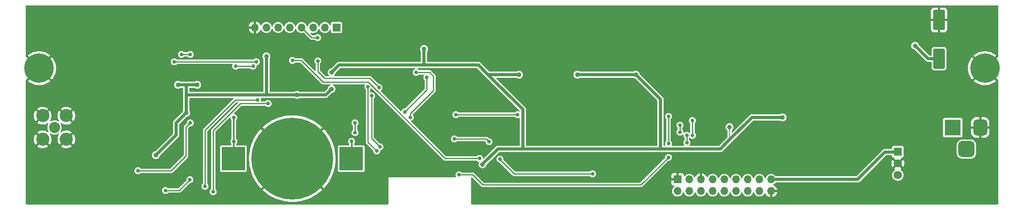
<source format=gbl>
%TF.GenerationSoftware,KiCad,Pcbnew,(6.0.0)*%
%TF.CreationDate,2022-08-27T11:05:42-04:00*%
%TF.ProjectId,VFD GPS Clock,56464420-4750-4532-9043-6c6f636b2e6b,rev?*%
%TF.SameCoordinates,Original*%
%TF.FileFunction,Copper,L2,Bot*%
%TF.FilePolarity,Positive*%
%FSLAX46Y46*%
G04 Gerber Fmt 4.6, Leading zero omitted, Abs format (unit mm)*
G04 Created by KiCad (PCBNEW (6.0.0)) date 2022-08-27 11:05:42*
%MOMM*%
%LPD*%
G01*
G04 APERTURE LIST*
G04 Aperture macros list*
%AMRoundRect*
0 Rectangle with rounded corners*
0 $1 Rounding radius*
0 $2 $3 $4 $5 $6 $7 $8 $9 X,Y pos of 4 corners*
0 Add a 4 corners polygon primitive as box body*
4,1,4,$2,$3,$4,$5,$6,$7,$8,$9,$2,$3,0*
0 Add four circle primitives for the rounded corners*
1,1,$1+$1,$2,$3*
1,1,$1+$1,$4,$5*
1,1,$1+$1,$6,$7*
1,1,$1+$1,$8,$9*
0 Add four rect primitives between the rounded corners*
20,1,$1+$1,$2,$3,$4,$5,0*
20,1,$1+$1,$4,$5,$6,$7,0*
20,1,$1+$1,$6,$7,$8,$9,0*
20,1,$1+$1,$8,$9,$2,$3,0*%
G04 Aperture macros list end*
%TA.AperFunction,ComponentPad*%
%ADD10R,1.700000X1.700000*%
%TD*%
%TA.AperFunction,ComponentPad*%
%ADD11O,1.700000X1.700000*%
%TD*%
%TA.AperFunction,ComponentPad*%
%ADD12C,6.400000*%
%TD*%
%TA.AperFunction,ComponentPad*%
%ADD13R,1.800000X1.800000*%
%TD*%
%TA.AperFunction,ComponentPad*%
%ADD14C,1.800000*%
%TD*%
%TA.AperFunction,ComponentPad*%
%ADD15R,3.500000X3.500000*%
%TD*%
%TA.AperFunction,ComponentPad*%
%ADD16RoundRect,0.750000X0.750000X1.000000X-0.750000X1.000000X-0.750000X-1.000000X0.750000X-1.000000X0*%
%TD*%
%TA.AperFunction,ComponentPad*%
%ADD17RoundRect,0.875000X0.875000X0.875000X-0.875000X0.875000X-0.875000X-0.875000X0.875000X-0.875000X0*%
%TD*%
%TA.AperFunction,ComponentPad*%
%ADD18C,2.400000*%
%TD*%
%TA.AperFunction,ComponentPad*%
%ADD19C,2.850000*%
%TD*%
%TA.AperFunction,SMDPad,CuDef*%
%ADD20R,5.100000X5.100000*%
%TD*%
%TA.AperFunction,SMDPad,CuDef*%
%ADD21C,17.800000*%
%TD*%
%TA.AperFunction,SMDPad,CuDef*%
%ADD22RoundRect,0.250000X1.000000X-1.950000X1.000000X1.950000X-1.000000X1.950000X-1.000000X-1.950000X0*%
%TD*%
%TA.AperFunction,ViaPad*%
%ADD23C,0.800000*%
%TD*%
%TA.AperFunction,ViaPad*%
%ADD24C,1.000000*%
%TD*%
%TA.AperFunction,Conductor*%
%ADD25C,0.350000*%
%TD*%
%TA.AperFunction,Conductor*%
%ADD26C,0.650000*%
%TD*%
%TA.AperFunction,Conductor*%
%ADD27C,0.200000*%
%TD*%
%TA.AperFunction,Conductor*%
%ADD28C,0.250000*%
%TD*%
G04 APERTURE END LIST*
D10*
%TO.P,J3,1,Pin_1*%
%TO.N,/U0TX*%
X87875000Y-105125000D03*
D11*
%TO.P,J3,2,Pin_2*%
%TO.N,/U0RX*%
X85335000Y-105125000D03*
%TO.P,J3,3,Pin_3*%
%TO.N,Net-(J3-Pad3)*%
X82795000Y-105125000D03*
%TO.P,J3,4,Pin_4*%
%TO.N,Net-(J3-Pad4)*%
X80255000Y-105125000D03*
%TO.P,J3,5,Pin_5*%
%TO.N,/UBX_TX*%
X77715000Y-105125000D03*
%TO.P,J3,6,Pin_6*%
%TO.N,/UBX_RX*%
X75175000Y-105125000D03*
%TO.P,J3,7,Pin_7*%
%TO.N,/UBX_SER_ENABLE*%
X72635000Y-105125000D03*
%TO.P,J3,8,Pin_8*%
%TO.N,GND*%
X70095000Y-105125000D03*
%TD*%
D12*
%TO.P,H1,1,1*%
%TO.N,GND*%
X23250000Y-114000000D03*
%TD*%
D13*
%TO.P,U3,1,+VIN*%
%TO.N,+24V*%
X209838000Y-132167500D03*
D14*
%TO.P,U3,2,GND/-VOUT*%
%TO.N,GND*%
X209838000Y-134707500D03*
%TO.P,U3,3,+VOUT/GND*%
%TO.N,+5V*%
X209838000Y-137247500D03*
%TD*%
D12*
%TO.P,H2,1,1*%
%TO.N,GND*%
X228750000Y-114000000D03*
%TD*%
D10*
%TO.P,J4,1,Pin_1*%
%TO.N,GND*%
X161975000Y-138200000D03*
D11*
%TO.P,J4,2,Pin_2*%
%TO.N,+5V*%
X161975000Y-140740000D03*
%TO.P,J4,3,Pin_3*%
%TO.N,unconnected-(J4-Pad3)*%
X164515000Y-138200000D03*
%TO.P,J4,4,Pin_4*%
%TO.N,Net-(J4-Pad4)*%
X164515000Y-140740000D03*
%TO.P,J4,5,Pin_5*%
%TO.N,GND*%
X167055000Y-138200000D03*
%TO.P,J4,6,Pin_6*%
%TO.N,Net-(J4-Pad6)*%
X167055000Y-140740000D03*
%TO.P,J4,7,Pin_7*%
%TO.N,unconnected-(J4-Pad7)*%
X169595000Y-138200000D03*
%TO.P,J4,8,Pin_8*%
%TO.N,unconnected-(J4-Pad8)*%
X169595000Y-140740000D03*
%TO.P,J4,9,Pin_9*%
%TO.N,unconnected-(J4-Pad9)*%
X172135000Y-138200000D03*
%TO.P,J4,10,Pin_10*%
%TO.N,unconnected-(J4-Pad10)*%
X172135000Y-140740000D03*
%TO.P,J4,11,Pin_11*%
%TO.N,Net-(J4-Pad11)*%
X174675000Y-138200000D03*
%TO.P,J4,12,Pin_12*%
%TO.N,Net-(J4-Pad12)*%
X174675000Y-140740000D03*
%TO.P,J4,13,Pin_13*%
%TO.N,Net-(J4-Pad13)*%
X177215000Y-138200000D03*
%TO.P,J4,14,Pin_14*%
%TO.N,Net-(J4-Pad14)*%
X177215000Y-140740000D03*
%TO.P,J4,15,Pin_15*%
%TO.N,unconnected-(J4-Pad15)*%
X179755000Y-138200000D03*
%TO.P,J4,16,Pin_16*%
%TO.N,unconnected-(J4-Pad16)*%
X179755000Y-140740000D03*
%TO.P,J4,17,Pin_17*%
%TO.N,+24V*%
X182295000Y-138200000D03*
%TO.P,J4,18,Pin_18*%
%TO.N,GND*%
X182295000Y-140740000D03*
%TD*%
D15*
%TO.P,J1,1*%
%TO.N,Net-(F1-Pad1)*%
X221750000Y-126900000D03*
D16*
%TO.P,J1,2*%
%TO.N,GND*%
X227750000Y-126900000D03*
D17*
%TO.P,J1,3*%
%TO.N,N/C*%
X224750000Y-131600000D03*
%TD*%
D18*
%TO.P,J2,1,In*%
%TO.N,Net-(C10-Pad1)*%
X26600000Y-126900000D03*
D19*
%TO.P,J2,2,Ext*%
%TO.N,GND*%
X24025000Y-124325000D03*
%TO.P,J2,3,Ext*%
X29175000Y-124325000D03*
%TO.P,J2,4,Ext*%
X29175000Y-129475000D03*
%TO.P,J2,5,Ext*%
X24025000Y-129475000D03*
%TD*%
D20*
%TO.P,BT1,1,+*%
%TO.N,+BATT*%
X65475000Y-133676244D03*
X91075000Y-133676244D03*
D21*
%TO.P,BT1,2,-*%
%TO.N,GND*%
X78275000Y-133676244D03*
%TD*%
D22*
%TO.P,C1,1*%
%TO.N,+24V*%
X218800000Y-111900000D03*
%TO.P,C1,2*%
%TO.N,GND*%
X218800000Y-103500000D03*
%TD*%
D23*
%TO.N,+BATT*%
X91150000Y-129900000D03*
X65575000Y-124725000D03*
X65575000Y-129925000D03*
%TO.N,GND*%
X108800000Y-125700000D03*
X37000000Y-130100000D03*
X103700000Y-106800000D03*
X39900000Y-132700000D03*
X192200000Y-133900000D03*
X105850000Y-116600000D03*
X109000000Y-112200000D03*
X50300000Y-125800000D03*
X141900000Y-120900000D03*
X37000000Y-128100000D03*
X181700000Y-128300000D03*
X39900000Y-129100000D03*
X51400000Y-122700000D03*
X42800000Y-122800000D03*
X115000000Y-135900000D03*
X32000000Y-125600000D03*
X170000000Y-125700000D03*
X185500000Y-127200000D03*
X57900000Y-131700000D03*
X102200000Y-134500000D03*
X115200000Y-120900000D03*
X56100000Y-130300000D03*
X99175000Y-114850000D03*
X153700000Y-121700000D03*
X56200000Y-121500000D03*
X39900000Y-128100000D03*
X107200000Y-136300000D03*
X181700000Y-130700000D03*
X44200000Y-121400000D03*
X187100000Y-129100000D03*
X70400000Y-123700000D03*
X93700000Y-114700000D03*
X134600000Y-126250000D03*
X75000000Y-110100000D03*
X101325000Y-122000000D03*
X44500000Y-127000000D03*
X38400000Y-129100000D03*
X114975000Y-134725000D03*
X110100000Y-123100000D03*
X107200000Y-132100000D03*
X147800000Y-123200000D03*
X32000000Y-131100000D03*
X42200000Y-131300000D03*
X144525000Y-126250000D03*
X96700000Y-133300000D03*
X115250000Y-130425000D03*
X46200000Y-123850000D03*
X50300000Y-127200000D03*
X121000000Y-121900000D03*
X54200000Y-128800000D03*
X32000000Y-128200000D03*
X112000000Y-130400000D03*
X51400000Y-124700000D03*
X105200000Y-108200000D03*
X80025000Y-107450000D03*
X50325000Y-123850000D03*
X46300000Y-131200000D03*
X108900000Y-105600000D03*
X37000000Y-129100000D03*
X101300000Y-126600000D03*
X104900000Y-120000000D03*
X50325000Y-121500000D03*
X156950000Y-126250000D03*
X112000000Y-127300000D03*
X38000000Y-125600000D03*
X63300000Y-114400000D03*
X38400000Y-128100000D03*
X40000000Y-125600000D03*
X194700000Y-133900000D03*
X36000000Y-125600000D03*
X34000000Y-125600000D03*
X115300000Y-127000000D03*
X36900000Y-132900000D03*
X34000000Y-131100000D03*
X150600000Y-116700000D03*
X53575000Y-136550000D03*
X102700000Y-130400000D03*
X38400000Y-130100000D03*
X126450000Y-126250000D03*
X125700000Y-122000000D03*
X34000000Y-128200000D03*
X52750000Y-120750000D03*
X39900000Y-130100000D03*
X41400000Y-124200000D03*
X88800000Y-139900000D03*
X46200000Y-121300000D03*
X193600000Y-135700000D03*
D24*
%TO.N,+3V3*%
X79300000Y-119800000D03*
X119600000Y-134925000D03*
X48625000Y-132925000D03*
X152900000Y-115400000D03*
X57600000Y-117600000D03*
X86800000Y-118500000D03*
X53425500Y-117600000D03*
X140200000Y-115400000D03*
X184800000Y-124700000D03*
X86800000Y-114900000D03*
X55200000Y-123700000D03*
X72625000Y-111425000D03*
X106900000Y-109800000D03*
X173275000Y-126800000D03*
X127500000Y-115400000D03*
%TO.N,+24V*%
X213600000Y-109100000D03*
D23*
%TO.N,/IO0*%
X97100000Y-118200000D03*
X113500000Y-129400000D03*
X121000000Y-130000000D03*
X83800000Y-112400000D03*
%TO.N,/EN*%
X123400000Y-133800000D03*
X143500000Y-137000000D03*
X78300000Y-112300000D03*
X118945000Y-133645000D03*
%TO.N,/U0TX*%
X96600000Y-132000000D03*
X94700000Y-118000000D03*
%TO.N,/U0RX*%
X95494122Y-120000000D03*
X97300000Y-131100000D03*
%TO.N,Net-(J3-Pad4)*%
X83750000Y-107325000D03*
%TO.N,/UBX_SER_ENABLE*%
X54175000Y-110975000D03*
X56100000Y-110975000D03*
%TO.N,/SDA*%
X107500000Y-116000000D03*
X102700000Y-123500000D03*
X70700000Y-120900000D03*
X56025000Y-138275000D03*
X59300000Y-139700000D03*
X50700000Y-140600000D03*
%TO.N,/SCL*%
X73000000Y-121700000D03*
X61075000Y-140875000D03*
X105200000Y-114900000D03*
X103900000Y-124700000D03*
%TO.N,Net-(U1-Pad12)*%
X165200000Y-125400000D03*
X165200000Y-128600011D03*
%TO.N,Net-(U1-Pad10)*%
X162500000Y-126375500D03*
X162500000Y-127900500D03*
%TO.N,Net-(U1-Pad9)*%
X164000000Y-128600011D03*
X164000000Y-130200000D03*
%TO.N,/SW3*%
X127200000Y-124100000D03*
X113800000Y-124100000D03*
%TO.N,/U2RX*%
X52625000Y-112575000D03*
X70450000Y-112575000D03*
%TO.N,/U2TX*%
X69750000Y-113550000D03*
X65975000Y-113550000D03*
%TO.N,/RTC_INT*%
X91900000Y-125900000D03*
X91900000Y-128000000D03*
%TO.N,Net-(U1-Pad37)*%
X160000000Y-130400000D03*
X114500000Y-137200000D03*
X160000000Y-133400000D03*
X160000000Y-124500000D03*
%TO.N,Net-(U2-Pad5)*%
X56100000Y-125900000D03*
X44725000Y-136325000D03*
%TD*%
D25*
%TO.N,+BATT*%
X65575000Y-124725000D02*
X65575000Y-129925000D01*
X91175000Y-129925000D02*
X91150000Y-129900000D01*
X91175000Y-134100000D02*
X91175000Y-129925000D01*
X65575000Y-129925000D02*
X65575000Y-134100000D01*
D26*
%TO.N,+3V3*%
X106900000Y-109800000D02*
X106900000Y-113300000D01*
X55200000Y-123700000D02*
X55200000Y-119825000D01*
X55200000Y-119825000D02*
X55200000Y-117950000D01*
X118700000Y-113300000D02*
X120850000Y-115450000D01*
X79300000Y-119800000D02*
X79275000Y-119825000D01*
X119600000Y-134900000D02*
X122950000Y-131550000D01*
D27*
X173275000Y-129575000D02*
X173200000Y-129650000D01*
D26*
X119600000Y-134925000D02*
X119600000Y-134900000D01*
X171300000Y-131550000D02*
X173200000Y-129650000D01*
X53025000Y-125875000D02*
X53025000Y-128525000D01*
X127500000Y-115400000D02*
X120900000Y-115400000D01*
X72625000Y-111425000D02*
X72625000Y-119750000D01*
X55200000Y-119825000D02*
X72700000Y-119825000D01*
X54850000Y-117600000D02*
X57600000Y-117600000D01*
D27*
X173275000Y-126800000D02*
X173275000Y-129575000D01*
D26*
X158250000Y-120750000D02*
X152900000Y-115400000D01*
X53425500Y-117600000D02*
X54850000Y-117600000D01*
X55200000Y-123700000D02*
X53025000Y-125875000D01*
X106900000Y-113300000D02*
X118700000Y-113300000D01*
X88400000Y-113300000D02*
X106900000Y-113300000D01*
X152900000Y-115400000D02*
X140200000Y-115400000D01*
X79300000Y-119800000D02*
X85500000Y-119800000D01*
X72625000Y-119750000D02*
X72700000Y-119825000D01*
X120900000Y-115400000D02*
X120850000Y-115450000D01*
X178150000Y-124700000D02*
X173200000Y-129650000D01*
X122950000Y-131550000D02*
X128350000Y-131550000D01*
X158250000Y-131550000D02*
X158250000Y-120750000D01*
X86800000Y-114900000D02*
X88400000Y-113300000D01*
X184800000Y-124700000D02*
X178150000Y-124700000D01*
X128350000Y-122950000D02*
X128350000Y-131550000D01*
X120850000Y-115450000D02*
X128350000Y-122950000D01*
X55200000Y-117950000D02*
X54850000Y-117600000D01*
X79275000Y-119825000D02*
X72700000Y-119825000D01*
X85500000Y-119800000D02*
X86800000Y-118500000D01*
X53025000Y-128525000D02*
X48625000Y-132925000D01*
X158250000Y-131550000D02*
X171300000Y-131550000D01*
X128350000Y-131550000D02*
X158250000Y-131550000D01*
%TO.N,+24V*%
X207062500Y-132250000D02*
X201112500Y-138200000D01*
X218800000Y-111900000D02*
X216400000Y-111900000D01*
X209755500Y-132250000D02*
X207062500Y-132250000D01*
X209838000Y-132167500D02*
X209755500Y-132250000D01*
X201112500Y-138200000D02*
X182295000Y-138200000D01*
X216400000Y-111900000D02*
X213600000Y-109100000D01*
D28*
%TO.N,/IO0*%
X97100000Y-118200000D02*
X95100000Y-116200000D01*
X83800000Y-114700000D02*
X83800000Y-112400000D01*
X85300000Y-116200000D02*
X83800000Y-114700000D01*
X120400000Y-129400000D02*
X113500000Y-129400000D01*
X95100000Y-116200000D02*
X85300000Y-116200000D01*
X121000000Y-130000000D02*
X120400000Y-129400000D01*
%TO.N,/EN*%
X84900000Y-117000000D02*
X94800000Y-117000000D01*
X94800000Y-117000000D02*
X111445000Y-133645000D01*
X111445000Y-133645000D02*
X118945000Y-133645000D01*
X78300000Y-112300000D02*
X80200000Y-112300000D01*
X143500000Y-137000000D02*
X126500000Y-137000000D01*
X123400000Y-133900000D02*
X123400000Y-133800000D01*
X80200000Y-112300000D02*
X84900000Y-117000000D01*
X126500000Y-137000000D02*
X123400000Y-133900000D01*
%TO.N,/U0TX*%
X94700000Y-130100000D02*
X96600000Y-132000000D01*
X94700000Y-118000000D02*
X94700000Y-130100000D01*
%TO.N,/U0RX*%
X95494122Y-120000000D02*
X95500000Y-120005878D01*
X95500000Y-120005878D02*
X95500000Y-129300000D01*
X95500000Y-129300000D02*
X97300000Y-131100000D01*
%TO.N,Net-(J3-Pad4)*%
X83750000Y-107325000D02*
X82455000Y-107325000D01*
X82455000Y-107325000D02*
X80255000Y-105125000D01*
%TO.N,/UBX_SER_ENABLE*%
X56100000Y-110975000D02*
X54175000Y-110975000D01*
%TO.N,/SDA*%
X53700000Y-140600000D02*
X56025000Y-138275000D01*
X65900000Y-120900000D02*
X70700000Y-120900000D01*
X50700000Y-140600000D02*
X53700000Y-140600000D01*
X107500000Y-116000000D02*
X107500000Y-118700000D01*
X59300000Y-139700000D02*
X59300000Y-127500000D01*
X59300000Y-127500000D02*
X65900000Y-120900000D01*
X107500000Y-118700000D02*
X102700000Y-123500000D01*
%TO.N,/SCL*%
X103900000Y-123900000D02*
X108900000Y-118900000D01*
X67000000Y-121700000D02*
X73000000Y-121700000D01*
X103900000Y-124700000D02*
X103900000Y-123900000D01*
X108900000Y-118900000D02*
X108900000Y-115700000D01*
X61075000Y-140875000D02*
X61075000Y-127625000D01*
X108100000Y-114900000D02*
X105200000Y-114900000D01*
X108900000Y-115700000D02*
X108100000Y-114900000D01*
X61075000Y-127625000D02*
X67000000Y-121700000D01*
%TO.N,Net-(U1-Pad12)*%
X165200000Y-125400000D02*
X165200000Y-128600011D01*
%TO.N,Net-(U1-Pad10)*%
X162500000Y-126375500D02*
X162500000Y-127900500D01*
%TO.N,Net-(U1-Pad9)*%
X164000000Y-130200000D02*
X164000000Y-128600011D01*
%TO.N,/SW3*%
X113800000Y-124100000D02*
X127200000Y-124100000D01*
%TO.N,/U2RX*%
X52625000Y-112575000D02*
X70450000Y-112575000D01*
%TO.N,/U2TX*%
X69750000Y-113550000D02*
X65975000Y-113550000D01*
%TO.N,/RTC_INT*%
X91900000Y-125900000D02*
X91900000Y-128000000D01*
%TO.N,Net-(U1-Pad37)*%
X160000000Y-130400000D02*
X160000000Y-124500000D01*
X114500000Y-137200000D02*
X117465498Y-137200000D01*
X154000000Y-139400000D02*
X160000000Y-133400000D01*
X117465498Y-137200000D02*
X119665498Y-139400000D01*
X119665498Y-139400000D02*
X154000000Y-139400000D01*
%TO.N,Net-(U2-Pad5)*%
X55150000Y-133125000D02*
X51950000Y-136325000D01*
X55150000Y-126850000D02*
X55150000Y-133125000D01*
X56100000Y-125900000D02*
X55150000Y-126850000D01*
X51950000Y-136325000D02*
X44725000Y-136325000D01*
%TD*%
%TA.AperFunction,Conductor*%
%TO.N,GND*%
G36*
X231593039Y-100369685D02*
G01*
X231638794Y-100422489D01*
X231650000Y-100474000D01*
X231650000Y-111445177D01*
X231630315Y-111512216D01*
X231577511Y-111557971D01*
X231549676Y-111563542D01*
X231527146Y-111576407D01*
X229116160Y-113987393D01*
X229108668Y-114001113D01*
X229108797Y-114002919D01*
X229112979Y-114009426D01*
X231526296Y-116422743D01*
X231560134Y-116441220D01*
X231585429Y-116446723D01*
X231634834Y-116496130D01*
X231650000Y-116555554D01*
X231650000Y-143526000D01*
X231630315Y-143593039D01*
X231577511Y-143638794D01*
X231526000Y-143650000D01*
X117274000Y-143650000D01*
X117206961Y-143630315D01*
X117161206Y-143577511D01*
X117150000Y-143526000D01*
X117150000Y-137856322D01*
X117169685Y-137789283D01*
X117222489Y-137743528D01*
X117291647Y-137733584D01*
X117355203Y-137762609D01*
X117361680Y-137768640D01*
X118328292Y-138735253D01*
X119281787Y-139688748D01*
X119288794Y-139697518D01*
X119289225Y-139697152D01*
X119294946Y-139703875D01*
X119299663Y-139711350D01*
X119306286Y-139717199D01*
X119306287Y-139717200D01*
X119337240Y-139744537D01*
X119342837Y-139749798D01*
X119353413Y-139760374D01*
X119356939Y-139763016D01*
X119356943Y-139763020D01*
X119361039Y-139766089D01*
X119368756Y-139772371D01*
X119401753Y-139801513D01*
X119409745Y-139805265D01*
X119414325Y-139808274D01*
X119422916Y-139813436D01*
X119427732Y-139816073D01*
X119434803Y-139821372D01*
X119443079Y-139824474D01*
X119443078Y-139824474D01*
X119476032Y-139836828D01*
X119485201Y-139840691D01*
X119525046Y-139859399D01*
X119533775Y-139860758D01*
X119539041Y-139862368D01*
X119548709Y-139864905D01*
X119554072Y-139866084D01*
X119562341Y-139869184D01*
X119571146Y-139869838D01*
X119571150Y-139869839D01*
X119606245Y-139872446D01*
X119616136Y-139873582D01*
X119619091Y-139874042D01*
X119628454Y-139875500D01*
X119642742Y-139875500D01*
X119651930Y-139875841D01*
X119698172Y-139879277D01*
X119706813Y-139877433D01*
X119715624Y-139876832D01*
X119715629Y-139876907D01*
X119728953Y-139875500D01*
X153932847Y-139875500D01*
X153944005Y-139876746D01*
X153944050Y-139876184D01*
X153952857Y-139876893D01*
X153961473Y-139878842D01*
X153970290Y-139878295D01*
X153970291Y-139878295D01*
X154011505Y-139875738D01*
X154019183Y-139875500D01*
X154034145Y-139875500D01*
X154043595Y-139874147D01*
X154053486Y-139873134D01*
X154073153Y-139871913D01*
X154097417Y-139870408D01*
X154105731Y-139867407D01*
X154111109Y-139866293D01*
X154120828Y-139863870D01*
X154126081Y-139862334D01*
X154134829Y-139861081D01*
X154174906Y-139842859D01*
X154184121Y-139839108D01*
X154217218Y-139827160D01*
X154217220Y-139827159D01*
X154225530Y-139824159D01*
X154232665Y-139818946D01*
X154237514Y-139816368D01*
X154246159Y-139811316D01*
X154250777Y-139808363D01*
X154258820Y-139804706D01*
X154292185Y-139775956D01*
X154299961Y-139769783D01*
X154310035Y-139762423D01*
X154320127Y-139752331D01*
X154326865Y-139746074D01*
X154355311Y-139721563D01*
X154362004Y-139715796D01*
X154366810Y-139708381D01*
X154372614Y-139701728D01*
X154372670Y-139701777D01*
X154381101Y-139691357D01*
X154978486Y-139093972D01*
X160625000Y-139093972D01*
X160625363Y-139100669D01*
X160630803Y-139150744D01*
X160634371Y-139165753D01*
X160678817Y-139284311D01*
X160687212Y-139299646D01*
X160762516Y-139400124D01*
X160774876Y-139412484D01*
X160875354Y-139487788D01*
X160890689Y-139496183D01*
X161009247Y-139540629D01*
X161024256Y-139544197D01*
X161074331Y-139549637D01*
X161081028Y-139550000D01*
X161181601Y-139550000D01*
X161248640Y-139569685D01*
X161294395Y-139622489D01*
X161304339Y-139691647D01*
X161275314Y-139755203D01*
X161263360Y-139767228D01*
X161210670Y-139813436D01*
X161100457Y-139910090D01*
X160963863Y-140083360D01*
X160961216Y-140088391D01*
X160934587Y-140139005D01*
X160861131Y-140278620D01*
X160859444Y-140284053D01*
X160859443Y-140284056D01*
X160824396Y-140396926D01*
X160795703Y-140489333D01*
X160795035Y-140494978D01*
X160795034Y-140494982D01*
X160789802Y-140539190D01*
X160769770Y-140708440D01*
X160770141Y-140714102D01*
X160770141Y-140714106D01*
X160775408Y-140794465D01*
X160784200Y-140928604D01*
X160838511Y-141142452D01*
X160840887Y-141147606D01*
X160905515Y-141287793D01*
X160930883Y-141342821D01*
X160934161Y-141347459D01*
X161027920Y-141480125D01*
X161058222Y-141523002D01*
X161062293Y-141526968D01*
X161062294Y-141526969D01*
X161212190Y-141672993D01*
X161212195Y-141672997D01*
X161216264Y-141676961D01*
X161220987Y-141680117D01*
X161220991Y-141680120D01*
X161305185Y-141736376D01*
X161399717Y-141799540D01*
X161602436Y-141886635D01*
X161707895Y-141910498D01*
X161812085Y-141934074D01*
X161812087Y-141934074D01*
X161817632Y-141935329D01*
X161955457Y-141940744D01*
X162032418Y-141943768D01*
X162032420Y-141943768D01*
X162038098Y-141943991D01*
X162043718Y-141943176D01*
X162043721Y-141943176D01*
X162250826Y-141913147D01*
X162250829Y-141913146D01*
X162256452Y-141912331D01*
X162363477Y-141876001D01*
X162459989Y-141843240D01*
X162459992Y-141843239D01*
X162465379Y-141841410D01*
X162657884Y-141733602D01*
X162827518Y-141592518D01*
X162867128Y-141544892D01*
X162964971Y-141427250D01*
X162964972Y-141427249D01*
X162968602Y-141422884D01*
X163014574Y-141340796D01*
X163073631Y-141235341D01*
X163076410Y-141230379D01*
X163079858Y-141220223D01*
X163127434Y-141080067D01*
X163167623Y-141022912D01*
X163232332Y-140996559D01*
X163301016Y-141009373D01*
X163351869Y-141057287D01*
X163365038Y-141089401D01*
X163378511Y-141142452D01*
X163380887Y-141147606D01*
X163445515Y-141287793D01*
X163470883Y-141342821D01*
X163474161Y-141347459D01*
X163567920Y-141480125D01*
X163598222Y-141523002D01*
X163602293Y-141526968D01*
X163602294Y-141526969D01*
X163752190Y-141672993D01*
X163752195Y-141672997D01*
X163756264Y-141676961D01*
X163760987Y-141680117D01*
X163760991Y-141680120D01*
X163845185Y-141736376D01*
X163939717Y-141799540D01*
X164142436Y-141886635D01*
X164247895Y-141910498D01*
X164352085Y-141934074D01*
X164352087Y-141934074D01*
X164357632Y-141935329D01*
X164495457Y-141940744D01*
X164572418Y-141943768D01*
X164572420Y-141943768D01*
X164578098Y-141943991D01*
X164583718Y-141943176D01*
X164583721Y-141943176D01*
X164790826Y-141913147D01*
X164790829Y-141913146D01*
X164796452Y-141912331D01*
X164903477Y-141876001D01*
X164999989Y-141843240D01*
X164999992Y-141843239D01*
X165005379Y-141841410D01*
X165197884Y-141733602D01*
X165367518Y-141592518D01*
X165407128Y-141544892D01*
X165504971Y-141427250D01*
X165504972Y-141427249D01*
X165508602Y-141422884D01*
X165554574Y-141340796D01*
X165613631Y-141235341D01*
X165616410Y-141230379D01*
X165619858Y-141220223D01*
X165667434Y-141080067D01*
X165707623Y-141022912D01*
X165772332Y-140996559D01*
X165841016Y-141009373D01*
X165891869Y-141057287D01*
X165905038Y-141089401D01*
X165918511Y-141142452D01*
X165920887Y-141147606D01*
X165985515Y-141287793D01*
X166010883Y-141342821D01*
X166014161Y-141347459D01*
X166107920Y-141480125D01*
X166138222Y-141523002D01*
X166142293Y-141526968D01*
X166142294Y-141526969D01*
X166292190Y-141672993D01*
X166292195Y-141672997D01*
X166296264Y-141676961D01*
X166300987Y-141680117D01*
X166300991Y-141680120D01*
X166385185Y-141736376D01*
X166479717Y-141799540D01*
X166682436Y-141886635D01*
X166787895Y-141910498D01*
X166892085Y-141934074D01*
X166892087Y-141934074D01*
X166897632Y-141935329D01*
X167035457Y-141940744D01*
X167112418Y-141943768D01*
X167112420Y-141943768D01*
X167118098Y-141943991D01*
X167123718Y-141943176D01*
X167123721Y-141943176D01*
X167330826Y-141913147D01*
X167330829Y-141913146D01*
X167336452Y-141912331D01*
X167443477Y-141876001D01*
X167539989Y-141843240D01*
X167539992Y-141843239D01*
X167545379Y-141841410D01*
X167737884Y-141733602D01*
X167907518Y-141592518D01*
X167947128Y-141544892D01*
X168044971Y-141427250D01*
X168044972Y-141427249D01*
X168048602Y-141422884D01*
X168094574Y-141340796D01*
X168153631Y-141235341D01*
X168156410Y-141230379D01*
X168159858Y-141220223D01*
X168207434Y-141080067D01*
X168247623Y-141022912D01*
X168312332Y-140996559D01*
X168381016Y-141009373D01*
X168431869Y-141057287D01*
X168445038Y-141089401D01*
X168458511Y-141142452D01*
X168460887Y-141147606D01*
X168525515Y-141287793D01*
X168550883Y-141342821D01*
X168554161Y-141347459D01*
X168647920Y-141480125D01*
X168678222Y-141523002D01*
X168682293Y-141526968D01*
X168682294Y-141526969D01*
X168832190Y-141672993D01*
X168832195Y-141672997D01*
X168836264Y-141676961D01*
X168840987Y-141680117D01*
X168840991Y-141680120D01*
X168925185Y-141736376D01*
X169019717Y-141799540D01*
X169222436Y-141886635D01*
X169327895Y-141910498D01*
X169432085Y-141934074D01*
X169432087Y-141934074D01*
X169437632Y-141935329D01*
X169575457Y-141940744D01*
X169652418Y-141943768D01*
X169652420Y-141943768D01*
X169658098Y-141943991D01*
X169663718Y-141943176D01*
X169663721Y-141943176D01*
X169870826Y-141913147D01*
X169870829Y-141913146D01*
X169876452Y-141912331D01*
X169983477Y-141876001D01*
X170079989Y-141843240D01*
X170079992Y-141843239D01*
X170085379Y-141841410D01*
X170277884Y-141733602D01*
X170447518Y-141592518D01*
X170487128Y-141544892D01*
X170584971Y-141427250D01*
X170584972Y-141427249D01*
X170588602Y-141422884D01*
X170634574Y-141340796D01*
X170693631Y-141235341D01*
X170696410Y-141230379D01*
X170699858Y-141220223D01*
X170747434Y-141080067D01*
X170787623Y-141022912D01*
X170852332Y-140996559D01*
X170921016Y-141009373D01*
X170971869Y-141057287D01*
X170985038Y-141089401D01*
X170998511Y-141142452D01*
X171000887Y-141147606D01*
X171065515Y-141287793D01*
X171090883Y-141342821D01*
X171094161Y-141347459D01*
X171187920Y-141480125D01*
X171218222Y-141523002D01*
X171222293Y-141526968D01*
X171222294Y-141526969D01*
X171372190Y-141672993D01*
X171372195Y-141672997D01*
X171376264Y-141676961D01*
X171380987Y-141680117D01*
X171380991Y-141680120D01*
X171465185Y-141736376D01*
X171559717Y-141799540D01*
X171762436Y-141886635D01*
X171867895Y-141910498D01*
X171972085Y-141934074D01*
X171972087Y-141934074D01*
X171977632Y-141935329D01*
X172115457Y-141940744D01*
X172192418Y-141943768D01*
X172192420Y-141943768D01*
X172198098Y-141943991D01*
X172203718Y-141943176D01*
X172203721Y-141943176D01*
X172410826Y-141913147D01*
X172410829Y-141913146D01*
X172416452Y-141912331D01*
X172523477Y-141876001D01*
X172619989Y-141843240D01*
X172619992Y-141843239D01*
X172625379Y-141841410D01*
X172817884Y-141733602D01*
X172987518Y-141592518D01*
X173027128Y-141544892D01*
X173124971Y-141427250D01*
X173124972Y-141427249D01*
X173128602Y-141422884D01*
X173174574Y-141340796D01*
X173233631Y-141235341D01*
X173236410Y-141230379D01*
X173239858Y-141220223D01*
X173287434Y-141080067D01*
X173327623Y-141022912D01*
X173392332Y-140996559D01*
X173461016Y-141009373D01*
X173511869Y-141057287D01*
X173525038Y-141089401D01*
X173538511Y-141142452D01*
X173540887Y-141147606D01*
X173605515Y-141287793D01*
X173630883Y-141342821D01*
X173634161Y-141347459D01*
X173727920Y-141480125D01*
X173758222Y-141523002D01*
X173762293Y-141526968D01*
X173762294Y-141526969D01*
X173912190Y-141672993D01*
X173912195Y-141672997D01*
X173916264Y-141676961D01*
X173920987Y-141680117D01*
X173920991Y-141680120D01*
X174005185Y-141736376D01*
X174099717Y-141799540D01*
X174302436Y-141886635D01*
X174407895Y-141910498D01*
X174512085Y-141934074D01*
X174512087Y-141934074D01*
X174517632Y-141935329D01*
X174655457Y-141940744D01*
X174732418Y-141943768D01*
X174732420Y-141943768D01*
X174738098Y-141943991D01*
X174743718Y-141943176D01*
X174743721Y-141943176D01*
X174950826Y-141913147D01*
X174950829Y-141913146D01*
X174956452Y-141912331D01*
X175063477Y-141876001D01*
X175159989Y-141843240D01*
X175159992Y-141843239D01*
X175165379Y-141841410D01*
X175357884Y-141733602D01*
X175527518Y-141592518D01*
X175567128Y-141544892D01*
X175664971Y-141427250D01*
X175664972Y-141427249D01*
X175668602Y-141422884D01*
X175714574Y-141340796D01*
X175773631Y-141235341D01*
X175776410Y-141230379D01*
X175779858Y-141220223D01*
X175827434Y-141080067D01*
X175867623Y-141022912D01*
X175932332Y-140996559D01*
X176001016Y-141009373D01*
X176051869Y-141057287D01*
X176065038Y-141089401D01*
X176078511Y-141142452D01*
X176080887Y-141147606D01*
X176145515Y-141287793D01*
X176170883Y-141342821D01*
X176174161Y-141347459D01*
X176267920Y-141480125D01*
X176298222Y-141523002D01*
X176302293Y-141526968D01*
X176302294Y-141526969D01*
X176452190Y-141672993D01*
X176452195Y-141672997D01*
X176456264Y-141676961D01*
X176460987Y-141680117D01*
X176460991Y-141680120D01*
X176545185Y-141736376D01*
X176639717Y-141799540D01*
X176842436Y-141886635D01*
X176947895Y-141910498D01*
X177052085Y-141934074D01*
X177052087Y-141934074D01*
X177057632Y-141935329D01*
X177195457Y-141940744D01*
X177272418Y-141943768D01*
X177272420Y-141943768D01*
X177278098Y-141943991D01*
X177283718Y-141943176D01*
X177283721Y-141943176D01*
X177490826Y-141913147D01*
X177490829Y-141913146D01*
X177496452Y-141912331D01*
X177603477Y-141876001D01*
X177699989Y-141843240D01*
X177699992Y-141843239D01*
X177705379Y-141841410D01*
X177897884Y-141733602D01*
X178067518Y-141592518D01*
X178107128Y-141544892D01*
X178204971Y-141427250D01*
X178204972Y-141427249D01*
X178208602Y-141422884D01*
X178254574Y-141340796D01*
X178313631Y-141235341D01*
X178316410Y-141230379D01*
X178319858Y-141220223D01*
X178367434Y-141080067D01*
X178407623Y-141022912D01*
X178472332Y-140996559D01*
X178541016Y-141009373D01*
X178591869Y-141057287D01*
X178605038Y-141089401D01*
X178618511Y-141142452D01*
X178620887Y-141147606D01*
X178685515Y-141287793D01*
X178710883Y-141342821D01*
X178714161Y-141347459D01*
X178807920Y-141480125D01*
X178838222Y-141523002D01*
X178842293Y-141526968D01*
X178842294Y-141526969D01*
X178992190Y-141672993D01*
X178992195Y-141672997D01*
X178996264Y-141676961D01*
X179000987Y-141680117D01*
X179000991Y-141680120D01*
X179085185Y-141736376D01*
X179179717Y-141799540D01*
X179382436Y-141886635D01*
X179487895Y-141910498D01*
X179592085Y-141934074D01*
X179592087Y-141934074D01*
X179597632Y-141935329D01*
X179735457Y-141940744D01*
X179812418Y-141943768D01*
X179812420Y-141943768D01*
X179818098Y-141943991D01*
X179823718Y-141943176D01*
X179823721Y-141943176D01*
X180030826Y-141913147D01*
X180030829Y-141913146D01*
X180036452Y-141912331D01*
X180143477Y-141876001D01*
X180239989Y-141843240D01*
X180239992Y-141843239D01*
X180245379Y-141841410D01*
X180437884Y-141733602D01*
X180607518Y-141592518D01*
X180647128Y-141544892D01*
X180744971Y-141427250D01*
X180744972Y-141427249D01*
X180748602Y-141422884D01*
X180835098Y-141268434D01*
X180885029Y-141219562D01*
X180953457Y-141205442D01*
X181018656Y-141230558D01*
X181055669Y-141276619D01*
X181119110Y-141412667D01*
X181124508Y-141422017D01*
X181253784Y-141606643D01*
X181260719Y-141614907D01*
X181420091Y-141774279D01*
X181428357Y-141781215D01*
X181612992Y-141910498D01*
X181622324Y-141915886D01*
X181826603Y-142011143D01*
X181836736Y-142014832D01*
X182027779Y-142066022D01*
X182041653Y-142065691D01*
X182045000Y-142057875D01*
X182045000Y-142052806D01*
X182545000Y-142052806D01*
X182548910Y-142066123D01*
X182557326Y-142067333D01*
X182753264Y-142014832D01*
X182763397Y-142011143D01*
X182967676Y-141915886D01*
X182977008Y-141910498D01*
X183161643Y-141781215D01*
X183169909Y-141774279D01*
X183329281Y-141614907D01*
X183336216Y-141606643D01*
X183465492Y-141422017D01*
X183470890Y-141412667D01*
X183566143Y-141208397D01*
X183569832Y-141198264D01*
X183621022Y-141007221D01*
X183620691Y-140993347D01*
X183612875Y-140990000D01*
X182562830Y-140990000D01*
X182547831Y-140994404D01*
X182546644Y-140995774D01*
X182545000Y-141003332D01*
X182545000Y-142052806D01*
X182045000Y-142052806D01*
X182045000Y-140614000D01*
X182064685Y-140546961D01*
X182117489Y-140501206D01*
X182169000Y-140490000D01*
X183607806Y-140490000D01*
X183621123Y-140486090D01*
X183622333Y-140477674D01*
X183569832Y-140281736D01*
X183566143Y-140271603D01*
X183470890Y-140067333D01*
X183465492Y-140057983D01*
X183336216Y-139873357D01*
X183329281Y-139865093D01*
X183169909Y-139705721D01*
X183161643Y-139698785D01*
X182977008Y-139569502D01*
X182967676Y-139564114D01*
X182831619Y-139500669D01*
X182779180Y-139454497D01*
X182760028Y-139387303D01*
X182780244Y-139320422D01*
X182823433Y-139280099D01*
X182977884Y-139193602D01*
X183054267Y-139130075D01*
X183143151Y-139056150D01*
X183147518Y-139052518D01*
X183209192Y-138978363D01*
X183257559Y-138920209D01*
X183315561Y-138881254D01*
X183352895Y-138875500D01*
X201084803Y-138875500D01*
X201093237Y-138875787D01*
X201140658Y-138879020D01*
X201140660Y-138879020D01*
X201148113Y-138879528D01*
X201208032Y-138869071D01*
X201214441Y-138868125D01*
X201274813Y-138860819D01*
X201281811Y-138858175D01*
X201286381Y-138857052D01*
X201297317Y-138854060D01*
X201301806Y-138852705D01*
X201309175Y-138851419D01*
X201316020Y-138848414D01*
X201316024Y-138848413D01*
X201364854Y-138826978D01*
X201370863Y-138824525D01*
X201420763Y-138805669D01*
X201420762Y-138805669D01*
X201427755Y-138803027D01*
X201433919Y-138798790D01*
X201438095Y-138796607D01*
X201447989Y-138791101D01*
X201452042Y-138788704D01*
X201458883Y-138785701D01*
X201507126Y-138748683D01*
X201512377Y-138744868D01*
X201556337Y-138714655D01*
X201556339Y-138714653D01*
X201562497Y-138710421D01*
X201601941Y-138666150D01*
X201606843Y-138660958D01*
X203020301Y-137247500D01*
X208582723Y-137247500D01*
X208601793Y-137465477D01*
X208612276Y-137504599D01*
X208656808Y-137670795D01*
X208658425Y-137676830D01*
X208750898Y-137875138D01*
X208754005Y-137879575D01*
X208754006Y-137879577D01*
X208873296Y-138049942D01*
X208873300Y-138049946D01*
X208876402Y-138054377D01*
X209031123Y-138209098D01*
X209210361Y-138334602D01*
X209408670Y-138427075D01*
X209413893Y-138428474D01*
X209413897Y-138428476D01*
X209566259Y-138469301D01*
X209620023Y-138483707D01*
X209838000Y-138502777D01*
X210055977Y-138483707D01*
X210109741Y-138469301D01*
X210262103Y-138428476D01*
X210262107Y-138428474D01*
X210267330Y-138427075D01*
X210465639Y-138334602D01*
X210644877Y-138209098D01*
X210799598Y-138054377D01*
X210802700Y-138049946D01*
X210802704Y-138049942D01*
X210921994Y-137879577D01*
X210921995Y-137879575D01*
X210925102Y-137875138D01*
X211017575Y-137676830D01*
X211019193Y-137670795D01*
X211063724Y-137504599D01*
X211074207Y-137465477D01*
X211093277Y-137247500D01*
X211074207Y-137029523D01*
X211046245Y-136925168D01*
X211018976Y-136823397D01*
X211018974Y-136823393D01*
X211017575Y-136818170D01*
X210925102Y-136619862D01*
X210919181Y-136611406D01*
X210802704Y-136445058D01*
X210802700Y-136445054D01*
X210799598Y-136440623D01*
X210644877Y-136285902D01*
X210639971Y-136282467D01*
X210468574Y-136162453D01*
X210424949Y-136107876D01*
X210417755Y-136038378D01*
X210449278Y-135976023D01*
X210485144Y-135949523D01*
X210552741Y-135916407D01*
X210561461Y-135911209D01*
X210620894Y-135868816D01*
X210629162Y-135858284D01*
X210622286Y-135845339D01*
X209850607Y-135073660D01*
X209836887Y-135066168D01*
X209835081Y-135066297D01*
X209828574Y-135070479D01*
X209050257Y-135848796D01*
X209043606Y-135860977D01*
X209048804Y-135867921D01*
X209197469Y-135954795D01*
X209245419Y-136005614D01*
X209258282Y-136074290D01*
X209231974Y-136139018D01*
X209206030Y-136163431D01*
X209035558Y-136282796D01*
X209035554Y-136282800D01*
X209031123Y-136285902D01*
X208876402Y-136440623D01*
X208873300Y-136445054D01*
X208873296Y-136445058D01*
X208756819Y-136611406D01*
X208750898Y-136619862D01*
X208658425Y-136818170D01*
X208657026Y-136823393D01*
X208657024Y-136823397D01*
X208629755Y-136925168D01*
X208601793Y-137029523D01*
X208582723Y-137247500D01*
X203020301Y-137247500D01*
X205589540Y-134678261D01*
X208433914Y-134678261D01*
X208446580Y-134897929D01*
X208447992Y-134907974D01*
X208496366Y-135122628D01*
X208499398Y-135132303D01*
X208582182Y-135336176D01*
X208586759Y-135345236D01*
X208676214Y-135491213D01*
X208686508Y-135500525D01*
X208695145Y-135496802D01*
X209471840Y-134720107D01*
X209478116Y-134708613D01*
X210196668Y-134708613D01*
X210196797Y-134710419D01*
X210200979Y-134716926D01*
X210976409Y-135492356D01*
X210988228Y-135498809D01*
X210999778Y-135489986D01*
X211039177Y-135435157D01*
X211044403Y-135426459D01*
X211141891Y-135229208D01*
X211145628Y-135219768D01*
X211209593Y-135009237D01*
X211211736Y-134999323D01*
X211240690Y-134779397D01*
X211241202Y-134772825D01*
X211242717Y-134710808D01*
X211242527Y-134704201D01*
X211224352Y-134483135D01*
X211222694Y-134473121D01*
X211169091Y-134259719D01*
X211165821Y-134250113D01*
X211078081Y-134048327D01*
X211073292Y-134039394D01*
X210999058Y-133924646D01*
X210988543Y-133915591D01*
X210979129Y-133919924D01*
X210204160Y-134694893D01*
X210196668Y-134708613D01*
X209478116Y-134708613D01*
X209479332Y-134706387D01*
X209479203Y-134704581D01*
X209475021Y-134698074D01*
X208699713Y-133922766D01*
X208688361Y-133916567D01*
X208676275Y-133926036D01*
X208619399Y-134009412D01*
X208614395Y-134018221D01*
X208521749Y-134217812D01*
X208518247Y-134227330D01*
X208459444Y-134439366D01*
X208457545Y-134449323D01*
X208434162Y-134668119D01*
X208433914Y-134678261D01*
X205589540Y-134678261D01*
X207305982Y-132961819D01*
X207367305Y-132928334D01*
X207393663Y-132925500D01*
X208463500Y-132925500D01*
X208530539Y-132945185D01*
X208576294Y-132997989D01*
X208587500Y-133049500D01*
X208587500Y-133100718D01*
X208597642Y-133169612D01*
X208649068Y-133274355D01*
X208656323Y-133281597D01*
X208724021Y-133349177D01*
X208731650Y-133356793D01*
X208740855Y-133361292D01*
X208740857Y-133361294D01*
X208784392Y-133382574D01*
X208836482Y-133408036D01*
X208846006Y-133409425D01*
X208846008Y-133409426D01*
X208900331Y-133417351D01*
X208900336Y-133417351D01*
X208904782Y-133418000D01*
X208921664Y-133418000D01*
X208988703Y-133437685D01*
X209034458Y-133490489D01*
X209045361Y-133550669D01*
X209045069Y-133554835D01*
X209052532Y-133568479D01*
X209825393Y-134341340D01*
X209839113Y-134348832D01*
X209840919Y-134348703D01*
X209847426Y-134344521D01*
X210624659Y-133567288D01*
X210632151Y-133553568D01*
X210631956Y-133550846D01*
X210646808Y-133482573D01*
X210696213Y-133433168D01*
X210755640Y-133418000D01*
X210771218Y-133418000D01*
X210840112Y-133407858D01*
X210944855Y-133356432D01*
X210995906Y-133305292D01*
X211020054Y-133281102D01*
X211020055Y-133281101D01*
X211027293Y-133273850D01*
X211031792Y-133264645D01*
X211031794Y-133264643D01*
X211062793Y-133201224D01*
X211078536Y-133169018D01*
X211080253Y-133157249D01*
X211087851Y-133105169D01*
X211087851Y-133105164D01*
X211088500Y-133100718D01*
X211088500Y-131234282D01*
X211078358Y-131165388D01*
X211026932Y-131060645D01*
X210968531Y-131002346D01*
X210951602Y-130985446D01*
X210951601Y-130985445D01*
X210944350Y-130978207D01*
X210935145Y-130973708D01*
X210935143Y-130973706D01*
X210865295Y-130939564D01*
X210839518Y-130926964D01*
X210829994Y-130925575D01*
X210829992Y-130925574D01*
X210775669Y-130917649D01*
X210775664Y-130917649D01*
X210771218Y-130917000D01*
X208904782Y-130917000D01*
X208835888Y-130927142D01*
X208731145Y-130978568D01*
X208706456Y-131003300D01*
X208658646Y-131051194D01*
X208648707Y-131061150D01*
X208644208Y-131070355D01*
X208644206Y-131070357D01*
X208627810Y-131103900D01*
X208597464Y-131165982D01*
X208587500Y-131234282D01*
X208587500Y-131450500D01*
X208567815Y-131517539D01*
X208515011Y-131563294D01*
X208463500Y-131574500D01*
X207090198Y-131574500D01*
X207081764Y-131574213D01*
X207034342Y-131570980D01*
X207034340Y-131570980D01*
X207026887Y-131570472D01*
X206966968Y-131580929D01*
X206960559Y-131581875D01*
X206900187Y-131589181D01*
X206893189Y-131591825D01*
X206888619Y-131592948D01*
X206877695Y-131595936D01*
X206873192Y-131597295D01*
X206865825Y-131598581D01*
X206858979Y-131601586D01*
X206858970Y-131601589D01*
X206810124Y-131623032D01*
X206804143Y-131625473D01*
X206747245Y-131646973D01*
X206741089Y-131651204D01*
X206736945Y-131653370D01*
X206726991Y-131658910D01*
X206722958Y-131661295D01*
X206716118Y-131664298D01*
X206710190Y-131668847D01*
X206667868Y-131701321D01*
X206662617Y-131705136D01*
X206618667Y-131735342D01*
X206618664Y-131735344D01*
X206612503Y-131739579D01*
X206607531Y-131745159D01*
X206607528Y-131745162D01*
X206573059Y-131783850D01*
X206568157Y-131789042D01*
X200869018Y-137488181D01*
X200807695Y-137521666D01*
X200781337Y-137524500D01*
X183351126Y-137524500D01*
X183284087Y-137504815D01*
X183251771Y-137474693D01*
X183242576Y-137462380D01*
X183190967Y-137393267D01*
X183028949Y-137243499D01*
X183024139Y-137240464D01*
X182847159Y-137128798D01*
X182847157Y-137128797D01*
X182842350Y-137125764D01*
X182637421Y-137044006D01*
X182631840Y-137042896D01*
X182631837Y-137042895D01*
X182491271Y-137014935D01*
X182421024Y-137000962D01*
X182415337Y-137000888D01*
X182415332Y-137000887D01*
X182206095Y-136998148D01*
X182206090Y-136998148D01*
X182200406Y-136998074D01*
X182194802Y-136999037D01*
X182194801Y-136999037D01*
X181988560Y-137034475D01*
X181988557Y-137034476D01*
X181982957Y-137035438D01*
X181775957Y-137111804D01*
X181747393Y-137128798D01*
X181633837Y-137196357D01*
X181586341Y-137224614D01*
X181420457Y-137370090D01*
X181283863Y-137543360D01*
X181281216Y-137548391D01*
X181213641Y-137676830D01*
X181181131Y-137738620D01*
X181179444Y-137744053D01*
X181143429Y-137860040D01*
X181104750Y-137918226D01*
X181040753Y-137946264D01*
X180971757Y-137935252D01*
X180919667Y-137888685D01*
X180905662Y-137856926D01*
X180892924Y-137811757D01*
X180880565Y-137767936D01*
X180863698Y-137733732D01*
X180785495Y-137575153D01*
X180782980Y-137570053D01*
X180650967Y-137393267D01*
X180488949Y-137243499D01*
X180484139Y-137240464D01*
X180307159Y-137128798D01*
X180307157Y-137128797D01*
X180302350Y-137125764D01*
X180097421Y-137044006D01*
X180091840Y-137042896D01*
X180091837Y-137042895D01*
X179951271Y-137014935D01*
X179881024Y-137000962D01*
X179875337Y-137000888D01*
X179875332Y-137000887D01*
X179666095Y-136998148D01*
X179666090Y-136998148D01*
X179660406Y-136998074D01*
X179654802Y-136999037D01*
X179654801Y-136999037D01*
X179448560Y-137034475D01*
X179448557Y-137034476D01*
X179442957Y-137035438D01*
X179235957Y-137111804D01*
X179207393Y-137128798D01*
X179093837Y-137196357D01*
X179046341Y-137224614D01*
X178880457Y-137370090D01*
X178743863Y-137543360D01*
X178741216Y-137548391D01*
X178673641Y-137676830D01*
X178641131Y-137738620D01*
X178639444Y-137744053D01*
X178603429Y-137860040D01*
X178564750Y-137918226D01*
X178500753Y-137946264D01*
X178431757Y-137935252D01*
X178379667Y-137888685D01*
X178365662Y-137856926D01*
X178352924Y-137811757D01*
X178340565Y-137767936D01*
X178323698Y-137733732D01*
X178245495Y-137575153D01*
X178242980Y-137570053D01*
X178110967Y-137393267D01*
X177948949Y-137243499D01*
X177944139Y-137240464D01*
X177767159Y-137128798D01*
X177767157Y-137128797D01*
X177762350Y-137125764D01*
X177557421Y-137044006D01*
X177551840Y-137042896D01*
X177551837Y-137042895D01*
X177411271Y-137014935D01*
X177341024Y-137000962D01*
X177335337Y-137000888D01*
X177335332Y-137000887D01*
X177126095Y-136998148D01*
X177126090Y-136998148D01*
X177120406Y-136998074D01*
X177114802Y-136999037D01*
X177114801Y-136999037D01*
X176908560Y-137034475D01*
X176908557Y-137034476D01*
X176902957Y-137035438D01*
X176695957Y-137111804D01*
X176667393Y-137128798D01*
X176553837Y-137196357D01*
X176506341Y-137224614D01*
X176340457Y-137370090D01*
X176203863Y-137543360D01*
X176201216Y-137548391D01*
X176133641Y-137676830D01*
X176101131Y-137738620D01*
X176099444Y-137744053D01*
X176063429Y-137860040D01*
X176024750Y-137918226D01*
X175960753Y-137946264D01*
X175891757Y-137935252D01*
X175839667Y-137888685D01*
X175825662Y-137856926D01*
X175812924Y-137811757D01*
X175800565Y-137767936D01*
X175783698Y-137733732D01*
X175705495Y-137575153D01*
X175702980Y-137570053D01*
X175570967Y-137393267D01*
X175408949Y-137243499D01*
X175404139Y-137240464D01*
X175227159Y-137128798D01*
X175227157Y-137128797D01*
X175222350Y-137125764D01*
X175017421Y-137044006D01*
X175011840Y-137042896D01*
X175011837Y-137042895D01*
X174871271Y-137014935D01*
X174801024Y-137000962D01*
X174795337Y-137000888D01*
X174795332Y-137000887D01*
X174586095Y-136998148D01*
X174586090Y-136998148D01*
X174580406Y-136998074D01*
X174574802Y-136999037D01*
X174574801Y-136999037D01*
X174368560Y-137034475D01*
X174368557Y-137034476D01*
X174362957Y-137035438D01*
X174155957Y-137111804D01*
X174127393Y-137128798D01*
X174013837Y-137196357D01*
X173966341Y-137224614D01*
X173800457Y-137370090D01*
X173663863Y-137543360D01*
X173661216Y-137548391D01*
X173593641Y-137676830D01*
X173561131Y-137738620D01*
X173559444Y-137744053D01*
X173523429Y-137860040D01*
X173484750Y-137918226D01*
X173420753Y-137946264D01*
X173351757Y-137935252D01*
X173299667Y-137888685D01*
X173285662Y-137856926D01*
X173272924Y-137811757D01*
X173260565Y-137767936D01*
X173243698Y-137733732D01*
X173165495Y-137575153D01*
X173162980Y-137570053D01*
X173030967Y-137393267D01*
X172868949Y-137243499D01*
X172864139Y-137240464D01*
X172687159Y-137128798D01*
X172687157Y-137128797D01*
X172682350Y-137125764D01*
X172477421Y-137044006D01*
X172471840Y-137042896D01*
X172471837Y-137042895D01*
X172331271Y-137014935D01*
X172261024Y-137000962D01*
X172255337Y-137000888D01*
X172255332Y-137000887D01*
X172046095Y-136998148D01*
X172046090Y-136998148D01*
X172040406Y-136998074D01*
X172034802Y-136999037D01*
X172034801Y-136999037D01*
X171828560Y-137034475D01*
X171828557Y-137034476D01*
X171822957Y-137035438D01*
X171615957Y-137111804D01*
X171587393Y-137128798D01*
X171473837Y-137196357D01*
X171426341Y-137224614D01*
X171260457Y-137370090D01*
X171123863Y-137543360D01*
X171121216Y-137548391D01*
X171053641Y-137676830D01*
X171021131Y-137738620D01*
X171019444Y-137744053D01*
X170983429Y-137860040D01*
X170944750Y-137918226D01*
X170880753Y-137946264D01*
X170811757Y-137935252D01*
X170759667Y-137888685D01*
X170745662Y-137856926D01*
X170732924Y-137811757D01*
X170720565Y-137767936D01*
X170703698Y-137733732D01*
X170625495Y-137575153D01*
X170622980Y-137570053D01*
X170490967Y-137393267D01*
X170328949Y-137243499D01*
X170324139Y-137240464D01*
X170147159Y-137128798D01*
X170147157Y-137128797D01*
X170142350Y-137125764D01*
X169937421Y-137044006D01*
X169931840Y-137042896D01*
X169931837Y-137042895D01*
X169791271Y-137014935D01*
X169721024Y-137000962D01*
X169715337Y-137000888D01*
X169715332Y-137000887D01*
X169506095Y-136998148D01*
X169506090Y-136998148D01*
X169500406Y-136998074D01*
X169494802Y-136999037D01*
X169494801Y-136999037D01*
X169288560Y-137034475D01*
X169288557Y-137034476D01*
X169282957Y-137035438D01*
X169075957Y-137111804D01*
X169047393Y-137128798D01*
X168933837Y-137196357D01*
X168886341Y-137224614D01*
X168720457Y-137370090D01*
X168583863Y-137543360D01*
X168581218Y-137548387D01*
X168581213Y-137548395D01*
X168517137Y-137670184D01*
X168468502Y-137720348D01*
X168400467Y-137736254D01*
X168334633Y-137712853D01*
X168295017Y-137664853D01*
X168230890Y-137527333D01*
X168225492Y-137517983D01*
X168096216Y-137333357D01*
X168089281Y-137325093D01*
X167929909Y-137165721D01*
X167921643Y-137158785D01*
X167737008Y-137029502D01*
X167727676Y-137024114D01*
X167523397Y-136928857D01*
X167513264Y-136925168D01*
X167322221Y-136873978D01*
X167308347Y-136874309D01*
X167305000Y-136882125D01*
X167305000Y-138326000D01*
X167285315Y-138393039D01*
X167232511Y-138438794D01*
X167181000Y-138450000D01*
X166929000Y-138450000D01*
X166861961Y-138430315D01*
X166816206Y-138377511D01*
X166805000Y-138326000D01*
X166805000Y-136887194D01*
X166801090Y-136873877D01*
X166792674Y-136872667D01*
X166596736Y-136925168D01*
X166586603Y-136928857D01*
X166382333Y-137024110D01*
X166372983Y-137029508D01*
X166188357Y-137158784D01*
X166180093Y-137165719D01*
X166020719Y-137325093D01*
X166013784Y-137333357D01*
X165884508Y-137517983D01*
X165879110Y-137527333D01*
X165814761Y-137665328D01*
X165768588Y-137717767D01*
X165701395Y-137736919D01*
X165634514Y-137716703D01*
X165591167Y-137667767D01*
X165560276Y-137605125D01*
X165542980Y-137570053D01*
X165410967Y-137393267D01*
X165248949Y-137243499D01*
X165244139Y-137240464D01*
X165067159Y-137128798D01*
X165067157Y-137128797D01*
X165062350Y-137125764D01*
X164857421Y-137044006D01*
X164851840Y-137042896D01*
X164851837Y-137042895D01*
X164711271Y-137014935D01*
X164641024Y-137000962D01*
X164635337Y-137000888D01*
X164635332Y-137000887D01*
X164426095Y-136998148D01*
X164426090Y-136998148D01*
X164420406Y-136998074D01*
X164414802Y-136999037D01*
X164414801Y-136999037D01*
X164208560Y-137034475D01*
X164208557Y-137034476D01*
X164202957Y-137035438D01*
X163995957Y-137111804D01*
X163967393Y-137128798D01*
X163853837Y-137196357D01*
X163806341Y-137224614D01*
X163640457Y-137370090D01*
X163565261Y-137465477D01*
X163546380Y-137489427D01*
X163489417Y-137529888D01*
X163419623Y-137533130D01*
X163359156Y-137498123D01*
X163327213Y-137435983D01*
X163325000Y-137412660D01*
X163325000Y-137306028D01*
X163324637Y-137299331D01*
X163319197Y-137249256D01*
X163315629Y-137234247D01*
X163271183Y-137115689D01*
X163262788Y-137100354D01*
X163187484Y-136999876D01*
X163175124Y-136987516D01*
X163074646Y-136912212D01*
X163059311Y-136903817D01*
X162940753Y-136859371D01*
X162925744Y-136855803D01*
X162875669Y-136850363D01*
X162868972Y-136850000D01*
X162242830Y-136850000D01*
X162227831Y-136854404D01*
X162226644Y-136855774D01*
X162225000Y-136863332D01*
X162225000Y-138326000D01*
X162205315Y-138393039D01*
X162152511Y-138438794D01*
X162101000Y-138450000D01*
X160642830Y-138450000D01*
X160627831Y-138454404D01*
X160626644Y-138455774D01*
X160625000Y-138463332D01*
X160625000Y-139093972D01*
X154978486Y-139093972D01*
X156140288Y-137932170D01*
X160625000Y-137932170D01*
X160629404Y-137947169D01*
X160630774Y-137948356D01*
X160638332Y-137950000D01*
X161707170Y-137950000D01*
X161722169Y-137945596D01*
X161723356Y-137944226D01*
X161725000Y-137936668D01*
X161725000Y-136867830D01*
X161720596Y-136852831D01*
X161719226Y-136851644D01*
X161711668Y-136850000D01*
X161081028Y-136850000D01*
X161074331Y-136850363D01*
X161024256Y-136855803D01*
X161009247Y-136859371D01*
X160890689Y-136903817D01*
X160875354Y-136912212D01*
X160774876Y-136987516D01*
X160762516Y-136999876D01*
X160687212Y-137100354D01*
X160678817Y-137115689D01*
X160634371Y-137234247D01*
X160630803Y-137249256D01*
X160625363Y-137299331D01*
X160625000Y-137306028D01*
X160625000Y-137932170D01*
X156140288Y-137932170D01*
X159882103Y-134190355D01*
X159943426Y-134156870D01*
X159972381Y-134154063D01*
X159977313Y-134154166D01*
X159984183Y-134155083D01*
X159991084Y-134154455D01*
X159991086Y-134154455D01*
X160088635Y-134145577D01*
X160151864Y-134139823D01*
X160158455Y-134137681D01*
X160158457Y-134137681D01*
X160305406Y-134089935D01*
X160305410Y-134089933D01*
X160311997Y-134087793D01*
X160456623Y-134001578D01*
X160539384Y-133922766D01*
X160573535Y-133890245D01*
X160573537Y-133890243D01*
X160578554Y-133885465D01*
X160635337Y-133800000D01*
X160667894Y-133750999D01*
X160667896Y-133750995D01*
X160671731Y-133745223D01*
X160674191Y-133738747D01*
X160674193Y-133738743D01*
X160715965Y-133628775D01*
X160731521Y-133587823D01*
X160735358Y-133560526D01*
X160739251Y-133532827D01*
X160754955Y-133421088D01*
X160755137Y-133408036D01*
X160755195Y-133403900D01*
X160755195Y-133403894D01*
X160755249Y-133400000D01*
X160749591Y-133349554D01*
X160737254Y-133239564D01*
X160737253Y-133239560D01*
X160736481Y-133232676D01*
X160696069Y-133116630D01*
X160683387Y-133080211D01*
X160683385Y-133080207D01*
X160681108Y-133073668D01*
X160591884Y-132930879D01*
X160473242Y-132811406D01*
X160467395Y-132807695D01*
X160467392Y-132807693D01*
X160336933Y-132724902D01*
X160331079Y-132721187D01*
X160318282Y-132716630D01*
X160212483Y-132678957D01*
X160172462Y-132664706D01*
X160005273Y-132644769D01*
X159998384Y-132645493D01*
X159998381Y-132645493D01*
X159844718Y-132661644D01*
X159844717Y-132661644D01*
X159837821Y-132662369D01*
X159831254Y-132664604D01*
X159831252Y-132664605D01*
X159684998Y-132714394D01*
X159684995Y-132714395D01*
X159678431Y-132716630D01*
X159535022Y-132804856D01*
X159530070Y-132809706D01*
X159530068Y-132809707D01*
X159419680Y-132917807D01*
X159419677Y-132917811D01*
X159414724Y-132922661D01*
X159366179Y-132997989D01*
X159332753Y-133049856D01*
X159323515Y-133064190D01*
X159310220Y-133100718D01*
X159285185Y-133169500D01*
X159265927Y-133222409D01*
X159260145Y-133268183D01*
X159246507Y-133376143D01*
X159244825Y-133389455D01*
X159245502Y-133396357D01*
X159247433Y-133416055D01*
X159234384Y-133484696D01*
X159211706Y-133515836D01*
X153839361Y-138888181D01*
X153778038Y-138921666D01*
X153751680Y-138924500D01*
X119913818Y-138924500D01*
X119846779Y-138904815D01*
X119826137Y-138888181D01*
X117849213Y-136911257D01*
X117842202Y-136902484D01*
X117841773Y-136902849D01*
X117836047Y-136896122D01*
X117831333Y-136888650D01*
X117793748Y-136855456D01*
X117788151Y-136850195D01*
X117777583Y-136839627D01*
X117769954Y-136833909D01*
X117762235Y-136827625D01*
X117735866Y-136804336D01*
X117735865Y-136804335D01*
X117729243Y-136798487D01*
X117721245Y-136794732D01*
X117716641Y-136791708D01*
X117708079Y-136786563D01*
X117703261Y-136783925D01*
X117696193Y-136778628D01*
X117654964Y-136763172D01*
X117645794Y-136759308D01*
X117613946Y-136744355D01*
X117613945Y-136744355D01*
X117605950Y-136740601D01*
X117597221Y-136739242D01*
X117591955Y-136737632D01*
X117582287Y-136735095D01*
X117576924Y-136733916D01*
X117568655Y-136730816D01*
X117559850Y-136730162D01*
X117559846Y-136730161D01*
X117524751Y-136727554D01*
X117514860Y-136726418D01*
X117511905Y-136725958D01*
X117502542Y-136724500D01*
X117488254Y-136724500D01*
X117479066Y-136724159D01*
X117476132Y-136723941D01*
X117432824Y-136720723D01*
X117424183Y-136722567D01*
X117415372Y-136723168D01*
X117415367Y-136723093D01*
X117402043Y-136724500D01*
X115137166Y-136724500D01*
X115070127Y-136704815D01*
X115049179Y-136687875D01*
X114978123Y-136616321D01*
X114978122Y-136616320D01*
X114973242Y-136611406D01*
X114967395Y-136607695D01*
X114967392Y-136607693D01*
X114836933Y-136524902D01*
X114831079Y-136521187D01*
X114818282Y-136516630D01*
X114721099Y-136482025D01*
X114672462Y-136464706D01*
X114505273Y-136444769D01*
X114498384Y-136445493D01*
X114498381Y-136445493D01*
X114344718Y-136461644D01*
X114344717Y-136461644D01*
X114337821Y-136462369D01*
X114331254Y-136464604D01*
X114331252Y-136464605D01*
X114184998Y-136514394D01*
X114184995Y-136514395D01*
X114178431Y-136516630D01*
X114035022Y-136604856D01*
X114030070Y-136609706D01*
X114030068Y-136609707D01*
X113919680Y-136717807D01*
X113919677Y-136717811D01*
X113914724Y-136722661D01*
X113853243Y-136818061D01*
X113829144Y-136855456D01*
X113823515Y-136864190D01*
X113819832Y-136874309D01*
X113773761Y-137000887D01*
X113765927Y-137022409D01*
X113744825Y-137189455D01*
X113761255Y-137357025D01*
X113814402Y-137516791D01*
X113826498Y-137536765D01*
X113844390Y-137604304D01*
X113822926Y-137670795D01*
X113768922Y-137715127D01*
X113720434Y-137725000D01*
X99150000Y-137725000D01*
X99150000Y-143526000D01*
X99130315Y-143593039D01*
X99077511Y-143638794D01*
X99026000Y-143650000D01*
X20474000Y-143650000D01*
X20406961Y-143630315D01*
X20361206Y-143577511D01*
X20350000Y-143526000D01*
X20350000Y-140589455D01*
X49944825Y-140589455D01*
X49961255Y-140757025D01*
X50014402Y-140916791D01*
X50017995Y-140922724D01*
X50017996Y-140922726D01*
X50098033Y-141054883D01*
X50101624Y-141060812D01*
X50218586Y-141181929D01*
X50224389Y-141185727D01*
X50224391Y-141185728D01*
X50292898Y-141230558D01*
X50359475Y-141274125D01*
X50365970Y-141276540D01*
X50365973Y-141276542D01*
X50510789Y-141330398D01*
X50510792Y-141330399D01*
X50517289Y-141332815D01*
X50684183Y-141355083D01*
X50691084Y-141354455D01*
X50691086Y-141354455D01*
X50788635Y-141345577D01*
X50851864Y-141339823D01*
X50858455Y-141337681D01*
X50858457Y-141337681D01*
X51005406Y-141289935D01*
X51005410Y-141289933D01*
X51011997Y-141287793D01*
X51030742Y-141276619D01*
X51099985Y-141235341D01*
X51156623Y-141201578D01*
X51253102Y-141109702D01*
X51315226Y-141077726D01*
X51338615Y-141075500D01*
X53632847Y-141075500D01*
X53644005Y-141076746D01*
X53644050Y-141076184D01*
X53652857Y-141076893D01*
X53661473Y-141078842D01*
X53670290Y-141078295D01*
X53670291Y-141078295D01*
X53711505Y-141075738D01*
X53719183Y-141075500D01*
X53734145Y-141075500D01*
X53743595Y-141074147D01*
X53753486Y-141073134D01*
X53773153Y-141071913D01*
X53797417Y-141070408D01*
X53805731Y-141067407D01*
X53811109Y-141066293D01*
X53820828Y-141063870D01*
X53826081Y-141062334D01*
X53834829Y-141061081D01*
X53874906Y-141042859D01*
X53884121Y-141039108D01*
X53917218Y-141027160D01*
X53917220Y-141027159D01*
X53925530Y-141024159D01*
X53932665Y-141018946D01*
X53937514Y-141016368D01*
X53946159Y-141011316D01*
X53950777Y-141008363D01*
X53958820Y-141004706D01*
X53992185Y-140975956D01*
X53999961Y-140969783D01*
X54010035Y-140962423D01*
X54020127Y-140952331D01*
X54026865Y-140946074D01*
X54055311Y-140921563D01*
X54062004Y-140915796D01*
X54066810Y-140908381D01*
X54072614Y-140901728D01*
X54072670Y-140901777D01*
X54081101Y-140891357D01*
X55907104Y-139065355D01*
X55968427Y-139031870D01*
X55997382Y-139029063D01*
X56002312Y-139029166D01*
X56009183Y-139030083D01*
X56016084Y-139029455D01*
X56016086Y-139029455D01*
X56137152Y-139018437D01*
X56176864Y-139014823D01*
X56183455Y-139012681D01*
X56183457Y-139012681D01*
X56330406Y-138964935D01*
X56330410Y-138964933D01*
X56336997Y-138962793D01*
X56481623Y-138876578D01*
X56556085Y-138805669D01*
X56598535Y-138765245D01*
X56598537Y-138765243D01*
X56603554Y-138760465D01*
X56654439Y-138683878D01*
X56692894Y-138625999D01*
X56692896Y-138625995D01*
X56696731Y-138620223D01*
X56699191Y-138613747D01*
X56699193Y-138613743D01*
X56748890Y-138482912D01*
X56756521Y-138462823D01*
X56779955Y-138296088D01*
X56780249Y-138275000D01*
X56772857Y-138209098D01*
X56762254Y-138114564D01*
X56762253Y-138114560D01*
X56761481Y-138107676D01*
X56715985Y-137977031D01*
X56708387Y-137955211D01*
X56708385Y-137955207D01*
X56706108Y-137948668D01*
X56616884Y-137805879D01*
X56498242Y-137686406D01*
X56492395Y-137682695D01*
X56492392Y-137682693D01*
X56361933Y-137599902D01*
X56356079Y-137596187D01*
X56343282Y-137591630D01*
X56269886Y-137565495D01*
X56197462Y-137539706D01*
X56030273Y-137519769D01*
X56023384Y-137520493D01*
X56023381Y-137520493D01*
X55869718Y-137536644D01*
X55869717Y-137536644D01*
X55862821Y-137537369D01*
X55856254Y-137539604D01*
X55856252Y-137539605D01*
X55709998Y-137589394D01*
X55709995Y-137589395D01*
X55703431Y-137591630D01*
X55560022Y-137679856D01*
X55555070Y-137684706D01*
X55555068Y-137684707D01*
X55444680Y-137792807D01*
X55444677Y-137792811D01*
X55439724Y-137797661D01*
X55348515Y-137939190D01*
X55342684Y-137955211D01*
X55306590Y-138054377D01*
X55290927Y-138097409D01*
X55269825Y-138264455D01*
X55270502Y-138271357D01*
X55272433Y-138291055D01*
X55259384Y-138359696D01*
X55236706Y-138390836D01*
X53539361Y-140088181D01*
X53478038Y-140121666D01*
X53451680Y-140124500D01*
X51337166Y-140124500D01*
X51270127Y-140104815D01*
X51249179Y-140087875D01*
X51178123Y-140016321D01*
X51178122Y-140016320D01*
X51173242Y-140011406D01*
X51167395Y-140007695D01*
X51167392Y-140007693D01*
X51036933Y-139924902D01*
X51031079Y-139921187D01*
X51018282Y-139916630D01*
X50912160Y-139878842D01*
X50872462Y-139864706D01*
X50705273Y-139844769D01*
X50698384Y-139845493D01*
X50698381Y-139845493D01*
X50544718Y-139861644D01*
X50544717Y-139861644D01*
X50537821Y-139862369D01*
X50531254Y-139864604D01*
X50531252Y-139864605D01*
X50384998Y-139914394D01*
X50384995Y-139914395D01*
X50378431Y-139916630D01*
X50235022Y-140004856D01*
X50230070Y-140009706D01*
X50230068Y-140009707D01*
X50119680Y-140117807D01*
X50119677Y-140117811D01*
X50114724Y-140122661D01*
X50023515Y-140264190D01*
X50005602Y-140313405D01*
X49971944Y-140405879D01*
X49965927Y-140422409D01*
X49944825Y-140589455D01*
X20350000Y-140589455D01*
X20350000Y-136314455D01*
X43969825Y-136314455D01*
X43986255Y-136482025D01*
X44039402Y-136641791D01*
X44042995Y-136647724D01*
X44042996Y-136647726D01*
X44120395Y-136775527D01*
X44126624Y-136785812D01*
X44131437Y-136790796D01*
X44197660Y-136859371D01*
X44243586Y-136906929D01*
X44249389Y-136910727D01*
X44249391Y-136910728D01*
X44277095Y-136928857D01*
X44384475Y-136999125D01*
X44390970Y-137001540D01*
X44390973Y-137001542D01*
X44535789Y-137055398D01*
X44535792Y-137055399D01*
X44542289Y-137057815D01*
X44709183Y-137080083D01*
X44716084Y-137079455D01*
X44716086Y-137079455D01*
X44813635Y-137070577D01*
X44876864Y-137064823D01*
X44883455Y-137062681D01*
X44883457Y-137062681D01*
X45030406Y-137014935D01*
X45030410Y-137014933D01*
X45036997Y-137012793D01*
X45181623Y-136926578D01*
X45251348Y-136860180D01*
X45278103Y-136834702D01*
X45340226Y-136802726D01*
X45363615Y-136800500D01*
X51882847Y-136800500D01*
X51894005Y-136801746D01*
X51894050Y-136801184D01*
X51902857Y-136801893D01*
X51911473Y-136803842D01*
X51920290Y-136803295D01*
X51920291Y-136803295D01*
X51961505Y-136800738D01*
X51969183Y-136800500D01*
X51984145Y-136800500D01*
X51993595Y-136799147D01*
X52003486Y-136798134D01*
X52023153Y-136796913D01*
X52047417Y-136795408D01*
X52055731Y-136792407D01*
X52061109Y-136791293D01*
X52070828Y-136788870D01*
X52076081Y-136787334D01*
X52084829Y-136786081D01*
X52124906Y-136767859D01*
X52134121Y-136764108D01*
X52167218Y-136752160D01*
X52167220Y-136752159D01*
X52175530Y-136749159D01*
X52182665Y-136743946D01*
X52187514Y-136741368D01*
X52196159Y-136736316D01*
X52200777Y-136733363D01*
X52208820Y-136729706D01*
X52242185Y-136700956D01*
X52249961Y-136694783D01*
X52260035Y-136687423D01*
X52270127Y-136677331D01*
X52276865Y-136671074D01*
X52305311Y-136646563D01*
X52312004Y-136640796D01*
X52316810Y-136633381D01*
X52322614Y-136626728D01*
X52322670Y-136626777D01*
X52331101Y-136616357D01*
X55438743Y-133508715D01*
X55447516Y-133501704D01*
X55447151Y-133501275D01*
X55453878Y-133495549D01*
X55461350Y-133490835D01*
X55494544Y-133453250D01*
X55499805Y-133447653D01*
X55510373Y-133437085D01*
X55516091Y-133429456D01*
X55522375Y-133421737D01*
X55522949Y-133421088D01*
X55541573Y-133400000D01*
X55545664Y-133395368D01*
X55545665Y-133395367D01*
X55551513Y-133388745D01*
X55555268Y-133380747D01*
X55558292Y-133376143D01*
X55563442Y-133367571D01*
X55566074Y-133362764D01*
X55571372Y-133355695D01*
X55586828Y-133314465D01*
X55590694Y-133305292D01*
X55605644Y-133273449D01*
X55609399Y-133265452D01*
X55610758Y-133256723D01*
X55612360Y-133251485D01*
X55614910Y-133241764D01*
X55616084Y-133236425D01*
X55619183Y-133228157D01*
X55620095Y-133215894D01*
X55622444Y-133184268D01*
X55623580Y-133174373D01*
X55624763Y-133166780D01*
X55624763Y-133166774D01*
X55625500Y-133162044D01*
X55625500Y-133147752D01*
X55625841Y-133138563D01*
X55628320Y-133105200D01*
X55629277Y-133092326D01*
X55627433Y-133083686D01*
X55626832Y-133074873D01*
X55626906Y-133074868D01*
X55625500Y-133061545D01*
X55625500Y-127098320D01*
X55645185Y-127031281D01*
X55661819Y-127010639D01*
X55982103Y-126690355D01*
X56043426Y-126656870D01*
X56072381Y-126654063D01*
X56077313Y-126654166D01*
X56084183Y-126655083D01*
X56091084Y-126654455D01*
X56091086Y-126654455D01*
X56188635Y-126645577D01*
X56251864Y-126639823D01*
X56258455Y-126637681D01*
X56258457Y-126637681D01*
X56405406Y-126589935D01*
X56405410Y-126589933D01*
X56411997Y-126587793D01*
X56556623Y-126501578D01*
X56670958Y-126392699D01*
X56673535Y-126390245D01*
X56673537Y-126390243D01*
X56678554Y-126385465D01*
X56737108Y-126297335D01*
X56767894Y-126250999D01*
X56767896Y-126250995D01*
X56771731Y-126245223D01*
X56774191Y-126238747D01*
X56774193Y-126238743D01*
X56829060Y-126094301D01*
X56831521Y-126087823D01*
X56835518Y-126059388D01*
X56840486Y-126024038D01*
X56854955Y-125921088D01*
X56855160Y-125906379D01*
X56855195Y-125903900D01*
X56855195Y-125903894D01*
X56855249Y-125900000D01*
X56851041Y-125862484D01*
X56837254Y-125739564D01*
X56837253Y-125739560D01*
X56836481Y-125732676D01*
X56797622Y-125621090D01*
X56783387Y-125580211D01*
X56783385Y-125580207D01*
X56781108Y-125573668D01*
X56691884Y-125430879D01*
X56573242Y-125311406D01*
X56567395Y-125307695D01*
X56567392Y-125307693D01*
X56436933Y-125224902D01*
X56431079Y-125221187D01*
X56418282Y-125216630D01*
X56344184Y-125190245D01*
X56272462Y-125164706D01*
X56105273Y-125144769D01*
X56098384Y-125145493D01*
X56098381Y-125145493D01*
X55944718Y-125161644D01*
X55944717Y-125161644D01*
X55937821Y-125162369D01*
X55931254Y-125164604D01*
X55931252Y-125164605D01*
X55784998Y-125214394D01*
X55784995Y-125214395D01*
X55778431Y-125216630D01*
X55635022Y-125304856D01*
X55630070Y-125309706D01*
X55630068Y-125309707D01*
X55519680Y-125417807D01*
X55519677Y-125417811D01*
X55514724Y-125422661D01*
X55473277Y-125486974D01*
X55428133Y-125557025D01*
X55423515Y-125564190D01*
X55411626Y-125596855D01*
X55370368Y-125710209D01*
X55365927Y-125722409D01*
X55357159Y-125791821D01*
X55347814Y-125865797D01*
X55344825Y-125889455D01*
X55345502Y-125896357D01*
X55347433Y-125916055D01*
X55334384Y-125984696D01*
X55311706Y-126015836D01*
X54861257Y-126466285D01*
X54852484Y-126473296D01*
X54852849Y-126473725D01*
X54846122Y-126479451D01*
X54838650Y-126484165D01*
X54805538Y-126521657D01*
X54805456Y-126521750D01*
X54800195Y-126527347D01*
X54789627Y-126537915D01*
X54786981Y-126541446D01*
X54783911Y-126545542D01*
X54777630Y-126553257D01*
X54748487Y-126586255D01*
X54744732Y-126594253D01*
X54741708Y-126598857D01*
X54736563Y-126607419D01*
X54733925Y-126612237D01*
X54728628Y-126619305D01*
X54725527Y-126627578D01*
X54713172Y-126660534D01*
X54709308Y-126669704D01*
X54701794Y-126685709D01*
X54690601Y-126709548D01*
X54689242Y-126718277D01*
X54687632Y-126723543D01*
X54685095Y-126733211D01*
X54683916Y-126738574D01*
X54680816Y-126746843D01*
X54680162Y-126755648D01*
X54680161Y-126755652D01*
X54677554Y-126790747D01*
X54676418Y-126800638D01*
X54674500Y-126812956D01*
X54674500Y-126827244D01*
X54674159Y-126836432D01*
X54670723Y-126882674D01*
X54672567Y-126891315D01*
X54673168Y-126900126D01*
X54673093Y-126900131D01*
X54674500Y-126913455D01*
X54674500Y-132876680D01*
X54654815Y-132943719D01*
X54638181Y-132964361D01*
X51789361Y-135813181D01*
X51728038Y-135846666D01*
X51701680Y-135849500D01*
X45362166Y-135849500D01*
X45295127Y-135829815D01*
X45274179Y-135812875D01*
X45203123Y-135741321D01*
X45203122Y-135741320D01*
X45198242Y-135736406D01*
X45192395Y-135732695D01*
X45192392Y-135732693D01*
X45061933Y-135649902D01*
X45056079Y-135646187D01*
X45043282Y-135641630D01*
X44903991Y-135592031D01*
X44903992Y-135592031D01*
X44897462Y-135589706D01*
X44730273Y-135569769D01*
X44723384Y-135570493D01*
X44723381Y-135570493D01*
X44569718Y-135586644D01*
X44569717Y-135586644D01*
X44562821Y-135587369D01*
X44556254Y-135589604D01*
X44556252Y-135589605D01*
X44409998Y-135639394D01*
X44409995Y-135639395D01*
X44403431Y-135641630D01*
X44260022Y-135729856D01*
X44255070Y-135734706D01*
X44255068Y-135734707D01*
X44144680Y-135842807D01*
X44144677Y-135842811D01*
X44139724Y-135847661D01*
X44126091Y-135868816D01*
X44057001Y-135976023D01*
X44048515Y-135989190D01*
X43990927Y-136147409D01*
X43990058Y-136154290D01*
X43976110Y-136264706D01*
X43969825Y-136314455D01*
X20350000Y-136314455D01*
X20350000Y-132925000D01*
X47769815Y-132925000D01*
X47788503Y-133102803D01*
X47790510Y-133108981D01*
X47790511Y-133108984D01*
X47794476Y-133121187D01*
X47843750Y-133272835D01*
X47846997Y-133278460D01*
X47846998Y-133278461D01*
X47870212Y-133318668D01*
X47933141Y-133427665D01*
X48052770Y-133560526D01*
X48197407Y-133665612D01*
X48203341Y-133668254D01*
X48275307Y-133700295D01*
X48360733Y-133738329D01*
X48367095Y-133739681D01*
X48367094Y-133739681D01*
X48529246Y-133774148D01*
X48529251Y-133774148D01*
X48535609Y-133775500D01*
X48714391Y-133775500D01*
X48720749Y-133774148D01*
X48720754Y-133774148D01*
X48882906Y-133739681D01*
X48882905Y-133739681D01*
X48889267Y-133738329D01*
X48974694Y-133700295D01*
X49046659Y-133668254D01*
X49052593Y-133665612D01*
X49197230Y-133560526D01*
X49316859Y-133427665D01*
X49379788Y-133318668D01*
X49403002Y-133278461D01*
X49403003Y-133278460D01*
X49406250Y-133272835D01*
X49461497Y-133102803D01*
X49463836Y-133080547D01*
X49490419Y-133015932D01*
X49499476Y-133005825D01*
X53483055Y-129022246D01*
X53489221Y-129016485D01*
X53517373Y-128991926D01*
X53530681Y-128980317D01*
X53565655Y-128930555D01*
X53569518Y-128925354D01*
X53585622Y-128904815D01*
X53607042Y-128877497D01*
X53610120Y-128870680D01*
X53612552Y-128866664D01*
X53618174Y-128856809D01*
X53620394Y-128852669D01*
X53624693Y-128846552D01*
X53646783Y-128789894D01*
X53649288Y-128783934D01*
X53674324Y-128728485D01*
X53675686Y-128721139D01*
X53677082Y-128716683D01*
X53680206Y-128705712D01*
X53681367Y-128701189D01*
X53684083Y-128694224D01*
X53685308Y-128684925D01*
X53692021Y-128633933D01*
X53693036Y-128627523D01*
X53702757Y-128575072D01*
X53702757Y-128575068D01*
X53704118Y-128567726D01*
X53700706Y-128508548D01*
X53700500Y-128501410D01*
X53700500Y-126206163D01*
X53720185Y-126139124D01*
X53736819Y-126118482D01*
X55282989Y-124572312D01*
X55344890Y-124538703D01*
X55377325Y-124531809D01*
X55457905Y-124514682D01*
X55457911Y-124514680D01*
X55464267Y-124513329D01*
X55471318Y-124510190D01*
X55621659Y-124443254D01*
X55627593Y-124440612D01*
X55772230Y-124335526D01*
X55870882Y-124225962D01*
X55887512Y-124207493D01*
X55887513Y-124207492D01*
X55891859Y-124202665D01*
X55957221Y-124089455D01*
X55978002Y-124053461D01*
X55978003Y-124053460D01*
X55981250Y-124047835D01*
X56023982Y-123916321D01*
X56034489Y-123883984D01*
X56034490Y-123883981D01*
X56036497Y-123877803D01*
X56055185Y-123700000D01*
X56036497Y-123522197D01*
X56033403Y-123512673D01*
X56002196Y-123416630D01*
X55981250Y-123352165D01*
X55977760Y-123346119D01*
X55892113Y-123197775D01*
X55875500Y-123135775D01*
X55875500Y-120624500D01*
X55895185Y-120557461D01*
X55947989Y-120511706D01*
X55999500Y-120500500D01*
X65327679Y-120500500D01*
X65394718Y-120520185D01*
X65440473Y-120572989D01*
X65450417Y-120642147D01*
X65421392Y-120705703D01*
X65415360Y-120712181D01*
X59011257Y-127116285D01*
X59002484Y-127123296D01*
X59002849Y-127123725D01*
X58996122Y-127129451D01*
X58988650Y-127134165D01*
X58969566Y-127155774D01*
X58955456Y-127171750D01*
X58950195Y-127177347D01*
X58939627Y-127187915D01*
X58936981Y-127191446D01*
X58933911Y-127195542D01*
X58927630Y-127203257D01*
X58898487Y-127236255D01*
X58894732Y-127244253D01*
X58891708Y-127248857D01*
X58886563Y-127257419D01*
X58883925Y-127262237D01*
X58878628Y-127269305D01*
X58868231Y-127297039D01*
X58863172Y-127310534D01*
X58859309Y-127319703D01*
X58840601Y-127359548D01*
X58839242Y-127368277D01*
X58837632Y-127373543D01*
X58835095Y-127383211D01*
X58833916Y-127388574D01*
X58830816Y-127396843D01*
X58830162Y-127405648D01*
X58830161Y-127405652D01*
X58827554Y-127440747D01*
X58826418Y-127450638D01*
X58824500Y-127462956D01*
X58824500Y-127477244D01*
X58824159Y-127486432D01*
X58820723Y-127532674D01*
X58822567Y-127541315D01*
X58823168Y-127550126D01*
X58823093Y-127550131D01*
X58824500Y-127563455D01*
X58824500Y-139063036D01*
X58804815Y-139130075D01*
X58787262Y-139151626D01*
X58714724Y-139222661D01*
X58623515Y-139364190D01*
X58612181Y-139395329D01*
X58572737Y-139503700D01*
X58565927Y-139522409D01*
X58544825Y-139689455D01*
X58554046Y-139783499D01*
X58559654Y-139840692D01*
X58561255Y-139857025D01*
X58614402Y-140016791D01*
X58617995Y-140022724D01*
X58617996Y-140022726D01*
X58685304Y-140133865D01*
X58701624Y-140160812D01*
X58706437Y-140165796D01*
X58801456Y-140264190D01*
X58818586Y-140281929D01*
X58824389Y-140285727D01*
X58824391Y-140285728D01*
X58953671Y-140370327D01*
X58959475Y-140374125D01*
X58965970Y-140376540D01*
X58965973Y-140376542D01*
X59110789Y-140430398D01*
X59110792Y-140430399D01*
X59117289Y-140432815D01*
X59284183Y-140455083D01*
X59291084Y-140454455D01*
X59291086Y-140454455D01*
X59388635Y-140445577D01*
X59451864Y-140439823D01*
X59458455Y-140437681D01*
X59458457Y-140437681D01*
X59605406Y-140389935D01*
X59605410Y-140389933D01*
X59611997Y-140387793D01*
X59756623Y-140301578D01*
X59857696Y-140205328D01*
X59873535Y-140190245D01*
X59873537Y-140190243D01*
X59878554Y-140185465D01*
X59949358Y-140078897D01*
X59967894Y-140050999D01*
X59967896Y-140050995D01*
X59971731Y-140045223D01*
X59974191Y-140038747D01*
X59974193Y-140038743D01*
X60018847Y-139921187D01*
X60031521Y-139887823D01*
X60033586Y-139873134D01*
X60043203Y-139804706D01*
X60054955Y-139721088D01*
X60055091Y-139711350D01*
X60055195Y-139703900D01*
X60055195Y-139703894D01*
X60055249Y-139700000D01*
X60049843Y-139651804D01*
X60037254Y-139539564D01*
X60037253Y-139539560D01*
X60036481Y-139532676D01*
X60003444Y-139437808D01*
X59983387Y-139380211D01*
X59983385Y-139380207D01*
X59981108Y-139373668D01*
X59891884Y-139230879D01*
X59811513Y-139149945D01*
X59778243Y-139088505D01*
X59775500Y-139062570D01*
X59775500Y-127748320D01*
X59795185Y-127681281D01*
X59811819Y-127660639D01*
X66060640Y-121411819D01*
X66121963Y-121378334D01*
X66148321Y-121375500D01*
X66352680Y-121375500D01*
X66419719Y-121395185D01*
X66465474Y-121447989D01*
X66475418Y-121517147D01*
X66446393Y-121580703D01*
X66440361Y-121587181D01*
X60786257Y-127241285D01*
X60777484Y-127248296D01*
X60777849Y-127248725D01*
X60771122Y-127254451D01*
X60763650Y-127259165D01*
X60757802Y-127265787D01*
X60730456Y-127296750D01*
X60725195Y-127302347D01*
X60714627Y-127312915D01*
X60711981Y-127316446D01*
X60708911Y-127320542D01*
X60702630Y-127328257D01*
X60673487Y-127361255D01*
X60669732Y-127369253D01*
X60666708Y-127373857D01*
X60661563Y-127382419D01*
X60658925Y-127387237D01*
X60653628Y-127394305D01*
X60641573Y-127426462D01*
X60638172Y-127435534D01*
X60634308Y-127444704D01*
X60625739Y-127462956D01*
X60615601Y-127484548D01*
X60614242Y-127493277D01*
X60612632Y-127498543D01*
X60610095Y-127508211D01*
X60608916Y-127513574D01*
X60605816Y-127521843D01*
X60605162Y-127530648D01*
X60605161Y-127530652D01*
X60602554Y-127565747D01*
X60601418Y-127575638D01*
X60599500Y-127587956D01*
X60599500Y-127602244D01*
X60599159Y-127611432D01*
X60595723Y-127657674D01*
X60597567Y-127666315D01*
X60598168Y-127675126D01*
X60598093Y-127675131D01*
X60599500Y-127688455D01*
X60599500Y-140238036D01*
X60579815Y-140305075D01*
X60562262Y-140326626D01*
X60489724Y-140397661D01*
X60398515Y-140539190D01*
X60340927Y-140697409D01*
X60319825Y-140864455D01*
X60325559Y-140922938D01*
X60334225Y-141011316D01*
X60336255Y-141032025D01*
X60389402Y-141191791D01*
X60392995Y-141197724D01*
X60392996Y-141197726D01*
X60448840Y-141289935D01*
X60476624Y-141335812D01*
X60593586Y-141456929D01*
X60599389Y-141460727D01*
X60599391Y-141460728D01*
X60629033Y-141480125D01*
X60734475Y-141549125D01*
X60740970Y-141551540D01*
X60740973Y-141551542D01*
X60885789Y-141605398D01*
X60885792Y-141605399D01*
X60892289Y-141607815D01*
X61059183Y-141630083D01*
X61066084Y-141629455D01*
X61066086Y-141629455D01*
X61163635Y-141620577D01*
X61226864Y-141614823D01*
X61233455Y-141612681D01*
X61233457Y-141612681D01*
X61380406Y-141564935D01*
X61380410Y-141564933D01*
X61386997Y-141562793D01*
X61531623Y-141476578D01*
X61598736Y-141412667D01*
X61648535Y-141365245D01*
X61648537Y-141365243D01*
X61653554Y-141360465D01*
X61704195Y-141284245D01*
X61742894Y-141225999D01*
X61742896Y-141225995D01*
X61746731Y-141220223D01*
X61749191Y-141213747D01*
X61749193Y-141213743D01*
X61785174Y-141119019D01*
X61806521Y-141062823D01*
X61829955Y-140896088D01*
X61830249Y-140875000D01*
X61828294Y-140857574D01*
X61812254Y-140714564D01*
X61812253Y-140714560D01*
X61811481Y-140707676D01*
X61770312Y-140589455D01*
X61758387Y-140555211D01*
X61758385Y-140555207D01*
X61756108Y-140548668D01*
X61725540Y-140499748D01*
X71811278Y-140499748D01*
X71811302Y-140500083D01*
X71817033Y-140508578D01*
X72152955Y-140815855D01*
X72156006Y-140818471D01*
X72626470Y-141196058D01*
X72629664Y-141198456D01*
X73123508Y-141544892D01*
X73126855Y-141547082D01*
X73642036Y-141860934D01*
X73645515Y-141862902D01*
X74179874Y-142142851D01*
X74183441Y-142144576D01*
X74734790Y-142389476D01*
X74738454Y-142390964D01*
X75304454Y-142599773D01*
X75308207Y-142601021D01*
X75886476Y-142772861D01*
X75890349Y-142773877D01*
X76478478Y-142908037D01*
X76482427Y-142908804D01*
X77077981Y-143004729D01*
X77081945Y-143005237D01*
X77682448Y-143062530D01*
X77686461Y-143062782D01*
X78289403Y-143081205D01*
X78293428Y-143081197D01*
X78896307Y-143060671D01*
X78900291Y-143060407D01*
X79500635Y-143001014D01*
X79504556Y-143000498D01*
X80099821Y-142902486D01*
X80103732Y-142901711D01*
X80691384Y-142765500D01*
X80695259Y-142764469D01*
X81272894Y-142590621D01*
X81276718Y-142589334D01*
X81841928Y-142378573D01*
X81845618Y-142377060D01*
X82396067Y-142130254D01*
X82399665Y-142128499D01*
X82933035Y-141846691D01*
X82936514Y-141844707D01*
X83450587Y-141529064D01*
X83453921Y-141526866D01*
X83946565Y-141178700D01*
X83949746Y-141176294D01*
X84418902Y-140797057D01*
X84421904Y-140794465D01*
X84730349Y-140510339D01*
X84738396Y-140496939D01*
X84738382Y-140496486D01*
X84733123Y-140487921D01*
X78287607Y-134042404D01*
X78273887Y-134034912D01*
X78272081Y-134035041D01*
X78265574Y-134039223D01*
X71818770Y-140486028D01*
X71811278Y-140499748D01*
X61725540Y-140499748D01*
X61666884Y-140405879D01*
X61586513Y-140324945D01*
X61553243Y-140263505D01*
X61550500Y-140237570D01*
X61550500Y-127873320D01*
X61570185Y-127806281D01*
X61586819Y-127785639D01*
X64619884Y-124752574D01*
X64681207Y-124719089D01*
X64750899Y-124724073D01*
X64806832Y-124765945D01*
X64830973Y-124828155D01*
X64835208Y-124871342D01*
X64836255Y-124882025D01*
X64889402Y-125041791D01*
X64892995Y-125047724D01*
X64892996Y-125047726D01*
X64973033Y-125179883D01*
X64976624Y-125185812D01*
X64981439Y-125190798D01*
X64981442Y-125190802D01*
X65014698Y-125225240D01*
X65047108Y-125287138D01*
X65049500Y-125311377D01*
X65049500Y-129336999D01*
X65029815Y-129404038D01*
X65012258Y-129425593D01*
X64994678Y-129442809D01*
X64994675Y-129442812D01*
X64989724Y-129447661D01*
X64956185Y-129499704D01*
X64904302Y-129580211D01*
X64898515Y-129589190D01*
X64896145Y-129595702D01*
X64846944Y-129730879D01*
X64840927Y-129747409D01*
X64840058Y-129754290D01*
X64826451Y-129862006D01*
X64819825Y-129914455D01*
X64824204Y-129959113D01*
X64835436Y-130073668D01*
X64836255Y-130082025D01*
X64889402Y-130241791D01*
X64892995Y-130247724D01*
X64892996Y-130247726D01*
X64973033Y-130379883D01*
X64976624Y-130385812D01*
X64981439Y-130390798D01*
X64981442Y-130390802D01*
X65014698Y-130425240D01*
X65047108Y-130487138D01*
X65049500Y-130511377D01*
X65049500Y-130651744D01*
X65029815Y-130718783D01*
X64977011Y-130764538D01*
X64925500Y-130775744D01*
X62891782Y-130775744D01*
X62822888Y-130785886D01*
X62718145Y-130837312D01*
X62635707Y-130919894D01*
X62631208Y-130929099D01*
X62631206Y-130929101D01*
X62603664Y-130985446D01*
X62584464Y-131024726D01*
X62583075Y-131034250D01*
X62583074Y-131034252D01*
X62580603Y-131051194D01*
X62574500Y-131093026D01*
X62574500Y-136259462D01*
X62584642Y-136328356D01*
X62636068Y-136433099D01*
X62648048Y-136445058D01*
X62711021Y-136507921D01*
X62718650Y-136515537D01*
X62727855Y-136520036D01*
X62727857Y-136520038D01*
X62750036Y-136530879D01*
X62823482Y-136566780D01*
X62833006Y-136568169D01*
X62833008Y-136568170D01*
X62887331Y-136576095D01*
X62887336Y-136576095D01*
X62891782Y-136576744D01*
X68058218Y-136576744D01*
X68127112Y-136566602D01*
X68231855Y-136515176D01*
X68301320Y-136445590D01*
X68307054Y-136439846D01*
X68307055Y-136439845D01*
X68314293Y-136432594D01*
X68318792Y-136423389D01*
X68318794Y-136423387D01*
X68361308Y-136336411D01*
X68365536Y-136327762D01*
X68367160Y-136316630D01*
X68374851Y-136263913D01*
X68374851Y-136263908D01*
X68375500Y-136259462D01*
X68375500Y-133887623D01*
X68872404Y-133887623D01*
X68872494Y-133891602D01*
X68905643Y-134493949D01*
X68905992Y-134497938D01*
X68977939Y-135096860D01*
X68978547Y-135100832D01*
X69088996Y-135693872D01*
X69089854Y-135697772D01*
X69238346Y-136282467D01*
X69239455Y-136286305D01*
X69425364Y-136860180D01*
X69426721Y-136863948D01*
X69649270Y-137424612D01*
X69650881Y-137428317D01*
X69909144Y-137973445D01*
X69910988Y-137977031D01*
X70203898Y-138504370D01*
X70205946Y-138507793D01*
X70532295Y-139015159D01*
X70534556Y-139018437D01*
X70892977Y-139503700D01*
X70895423Y-139506797D01*
X71284418Y-139967927D01*
X71287073Y-139970875D01*
X71441183Y-140131299D01*
X71454748Y-140139064D01*
X71455894Y-140139005D01*
X71463408Y-140134282D01*
X77908840Y-133688851D01*
X77915116Y-133677357D01*
X78633668Y-133677357D01*
X78633797Y-133679163D01*
X78637979Y-133685670D01*
X85083748Y-140131438D01*
X85097468Y-140138930D01*
X85098497Y-140138856D01*
X85106066Y-140133865D01*
X85284851Y-139946450D01*
X85287511Y-139943476D01*
X85674854Y-139481038D01*
X85677351Y-139477853D01*
X86034028Y-138991408D01*
X86036306Y-138988081D01*
X86360863Y-138479609D01*
X86362910Y-138476162D01*
X86653986Y-137947787D01*
X86655792Y-137944243D01*
X86912169Y-137398178D01*
X86913760Y-137394483D01*
X87134347Y-136833054D01*
X87135697Y-136829264D01*
X87318092Y-136259462D01*
X88174500Y-136259462D01*
X88184642Y-136328356D01*
X88236068Y-136433099D01*
X88248048Y-136445058D01*
X88311021Y-136507921D01*
X88318650Y-136515537D01*
X88327855Y-136520036D01*
X88327857Y-136520038D01*
X88350036Y-136530879D01*
X88423482Y-136566780D01*
X88433006Y-136568169D01*
X88433008Y-136568170D01*
X88487331Y-136576095D01*
X88487336Y-136576095D01*
X88491782Y-136576744D01*
X93658218Y-136576744D01*
X93727112Y-136566602D01*
X93831855Y-136515176D01*
X93901320Y-136445590D01*
X93907054Y-136439846D01*
X93907055Y-136439845D01*
X93914293Y-136432594D01*
X93918792Y-136423389D01*
X93918794Y-136423387D01*
X93961308Y-136336411D01*
X93965536Y-136327762D01*
X93967160Y-136316630D01*
X93974851Y-136263913D01*
X93974851Y-136263908D01*
X93975500Y-136259462D01*
X93975500Y-131093026D01*
X93965358Y-131024132D01*
X93913932Y-130919389D01*
X93866126Y-130871666D01*
X93838602Y-130844190D01*
X93838601Y-130844189D01*
X93831350Y-130836951D01*
X93822145Y-130832452D01*
X93822143Y-130832450D01*
X93759870Y-130802011D01*
X93726518Y-130785708D01*
X93716994Y-130784319D01*
X93716992Y-130784318D01*
X93662669Y-130776393D01*
X93662664Y-130776393D01*
X93658218Y-130775744D01*
X91824500Y-130775744D01*
X91757461Y-130756059D01*
X91711706Y-130703255D01*
X91700500Y-130651744D01*
X91700500Y-130462829D01*
X91720185Y-130395790D01*
X91725986Y-130387911D01*
X91728554Y-130385465D01*
X91740802Y-130367031D01*
X91817894Y-130250999D01*
X91817896Y-130250995D01*
X91821731Y-130245223D01*
X91824191Y-130238747D01*
X91824193Y-130238743D01*
X91867585Y-130124510D01*
X91881521Y-130087823D01*
X91883511Y-130073668D01*
X91897105Y-129976941D01*
X91904955Y-129921088D01*
X91905114Y-129909702D01*
X91905195Y-129903900D01*
X91905195Y-129903894D01*
X91905249Y-129900000D01*
X91901636Y-129867791D01*
X91887254Y-129739564D01*
X91887253Y-129739560D01*
X91886481Y-129732676D01*
X91837847Y-129593019D01*
X91833387Y-129580211D01*
X91833385Y-129580207D01*
X91831108Y-129573668D01*
X91741884Y-129430879D01*
X91666626Y-129355094D01*
X91628123Y-129316321D01*
X91628122Y-129316320D01*
X91623242Y-129311406D01*
X91617395Y-129307695D01*
X91617392Y-129307693D01*
X91486933Y-129224902D01*
X91481079Y-129221187D01*
X91468282Y-129216630D01*
X91375559Y-129183613D01*
X91322462Y-129164706D01*
X91155273Y-129144769D01*
X91148384Y-129145493D01*
X91148381Y-129145493D01*
X90994718Y-129161644D01*
X90994717Y-129161644D01*
X90987821Y-129162369D01*
X90981254Y-129164604D01*
X90981252Y-129164605D01*
X90834998Y-129214394D01*
X90834995Y-129214395D01*
X90828431Y-129216630D01*
X90685022Y-129304856D01*
X90680070Y-129309706D01*
X90680068Y-129309707D01*
X90569680Y-129417807D01*
X90569677Y-129417811D01*
X90564724Y-129422661D01*
X90539119Y-129462393D01*
X90478133Y-129557025D01*
X90473515Y-129564190D01*
X90464665Y-129588505D01*
X90420368Y-129710209D01*
X90415927Y-129722409D01*
X90405376Y-129805932D01*
X90396307Y-129877726D01*
X90394825Y-129889455D01*
X90400378Y-129946088D01*
X90408868Y-130032676D01*
X90411255Y-130057025D01*
X90464402Y-130216791D01*
X90467995Y-130222724D01*
X90467996Y-130222726D01*
X90548033Y-130354883D01*
X90551624Y-130360812D01*
X90556438Y-130365797D01*
X90614698Y-130426127D01*
X90647108Y-130488026D01*
X90649500Y-130512265D01*
X90649500Y-130651744D01*
X90629815Y-130718783D01*
X90577011Y-130764538D01*
X90525500Y-130775744D01*
X88491782Y-130775744D01*
X88422888Y-130785886D01*
X88318145Y-130837312D01*
X88235707Y-130919894D01*
X88231208Y-130929099D01*
X88231206Y-130929101D01*
X88203664Y-130985446D01*
X88184464Y-131024726D01*
X88183075Y-131034250D01*
X88183074Y-131034252D01*
X88180603Y-131051194D01*
X88174500Y-131093026D01*
X88174500Y-136259462D01*
X87318092Y-136259462D01*
X87319596Y-136254764D01*
X87320704Y-136250874D01*
X87467142Y-135665717D01*
X87467994Y-135661780D01*
X87576367Y-135068386D01*
X87576963Y-135064398D01*
X87646820Y-134465215D01*
X87647153Y-134461249D01*
X87678236Y-133858104D01*
X87678316Y-133855473D01*
X87680023Y-133677557D01*
X87679994Y-133674929D01*
X87660497Y-133071315D01*
X87660240Y-133067334D01*
X87601894Y-132466885D01*
X87601385Y-132462967D01*
X87504412Y-131867528D01*
X87503646Y-131863622D01*
X87368460Y-131275726D01*
X87367434Y-131271845D01*
X87194593Y-130693905D01*
X87193323Y-130690108D01*
X86983539Y-130124506D01*
X86982033Y-130120816D01*
X86736193Y-129569944D01*
X86734430Y-129566315D01*
X86453567Y-129032481D01*
X86451589Y-129029000D01*
X86136838Y-128514366D01*
X86134644Y-128511026D01*
X85787349Y-128017789D01*
X85784942Y-128014595D01*
X85764693Y-127989455D01*
X91144825Y-127989455D01*
X91154519Y-128088323D01*
X91160048Y-128144711D01*
X91161255Y-128157025D01*
X91214402Y-128316791D01*
X91217995Y-128322724D01*
X91217996Y-128322726D01*
X91298033Y-128454883D01*
X91301624Y-128460812D01*
X91306437Y-128465796D01*
X91411533Y-128574625D01*
X91418586Y-128581929D01*
X91424389Y-128585727D01*
X91424391Y-128585728D01*
X91508780Y-128640951D01*
X91559475Y-128674125D01*
X91565970Y-128676540D01*
X91565973Y-128676542D01*
X91710789Y-128730398D01*
X91710792Y-128730399D01*
X91717289Y-128732815D01*
X91884183Y-128755083D01*
X91891084Y-128754455D01*
X91891086Y-128754455D01*
X92021547Y-128742582D01*
X92051864Y-128739823D01*
X92058455Y-128737681D01*
X92058457Y-128737681D01*
X92205406Y-128689935D01*
X92205410Y-128689933D01*
X92211997Y-128687793D01*
X92356623Y-128601578D01*
X92448205Y-128514366D01*
X92473535Y-128490245D01*
X92473537Y-128490243D01*
X92478554Y-128485465D01*
X92548419Y-128380310D01*
X92567894Y-128350999D01*
X92567896Y-128350995D01*
X92571731Y-128345223D01*
X92574191Y-128338747D01*
X92574193Y-128338743D01*
X92620327Y-128217291D01*
X92631521Y-128187823D01*
X92654955Y-128021088D01*
X92655249Y-128000000D01*
X92650484Y-127957518D01*
X92637254Y-127839564D01*
X92637253Y-127839560D01*
X92636481Y-127832676D01*
X92592048Y-127705083D01*
X92583387Y-127680211D01*
X92583385Y-127680207D01*
X92581108Y-127673668D01*
X92491884Y-127530879D01*
X92411513Y-127449945D01*
X92378243Y-127388505D01*
X92375500Y-127362570D01*
X92375500Y-126536748D01*
X92395185Y-126469709D01*
X92413982Y-126446956D01*
X92478554Y-126385465D01*
X92537108Y-126297335D01*
X92567894Y-126250999D01*
X92567896Y-126250995D01*
X92571731Y-126245223D01*
X92574191Y-126238747D01*
X92574193Y-126238743D01*
X92629060Y-126094301D01*
X92631521Y-126087823D01*
X92635518Y-126059388D01*
X92640486Y-126024038D01*
X92654955Y-125921088D01*
X92655160Y-125906379D01*
X92655195Y-125903900D01*
X92655195Y-125903894D01*
X92655249Y-125900000D01*
X92651041Y-125862484D01*
X92637254Y-125739564D01*
X92637253Y-125739560D01*
X92636481Y-125732676D01*
X92597622Y-125621090D01*
X92583387Y-125580211D01*
X92583385Y-125580207D01*
X92581108Y-125573668D01*
X92491884Y-125430879D01*
X92373242Y-125311406D01*
X92367395Y-125307695D01*
X92367392Y-125307693D01*
X92236933Y-125224902D01*
X92231079Y-125221187D01*
X92218282Y-125216630D01*
X92144184Y-125190245D01*
X92072462Y-125164706D01*
X91905273Y-125144769D01*
X91898384Y-125145493D01*
X91898381Y-125145493D01*
X91744718Y-125161644D01*
X91744717Y-125161644D01*
X91737821Y-125162369D01*
X91731254Y-125164604D01*
X91731252Y-125164605D01*
X91584998Y-125214394D01*
X91584995Y-125214395D01*
X91578431Y-125216630D01*
X91435022Y-125304856D01*
X91430070Y-125309706D01*
X91430068Y-125309707D01*
X91319680Y-125417807D01*
X91319677Y-125417811D01*
X91314724Y-125422661D01*
X91273277Y-125486974D01*
X91228133Y-125557025D01*
X91223515Y-125564190D01*
X91211626Y-125596855D01*
X91170368Y-125710209D01*
X91165927Y-125722409D01*
X91157159Y-125791821D01*
X91147814Y-125865797D01*
X91144825Y-125889455D01*
X91148456Y-125926489D01*
X91160485Y-126049168D01*
X91161255Y-126057025D01*
X91214402Y-126216791D01*
X91217995Y-126222724D01*
X91217996Y-126222726D01*
X91231621Y-126245223D01*
X91301624Y-126360812D01*
X91306438Y-126365797D01*
X91389698Y-126452015D01*
X91422108Y-126513913D01*
X91424500Y-126538153D01*
X91424500Y-127363036D01*
X91404815Y-127430075D01*
X91387262Y-127451626D01*
X91314724Y-127522661D01*
X91260473Y-127606843D01*
X91233393Y-127648863D01*
X91223515Y-127664190D01*
X91208631Y-127705083D01*
X91168923Y-127814179D01*
X91165927Y-127822409D01*
X91160289Y-127867042D01*
X91147963Y-127964617D01*
X91144825Y-127989455D01*
X85764693Y-127989455D01*
X85406542Y-127544801D01*
X85403921Y-127541754D01*
X85109249Y-127220739D01*
X85095862Y-127212668D01*
X85095468Y-127212679D01*
X85086817Y-127217981D01*
X78641160Y-133663637D01*
X78633668Y-133677357D01*
X77915116Y-133677357D01*
X77916332Y-133675131D01*
X77916203Y-133673325D01*
X77912021Y-133666818D01*
X71464084Y-127218882D01*
X71450364Y-127211390D01*
X71448586Y-127211517D01*
X71442040Y-127215728D01*
X71409213Y-127248612D01*
X71406480Y-127251533D01*
X71008727Y-127705083D01*
X71006198Y-127708161D01*
X70638542Y-128186435D01*
X70636216Y-128189671D01*
X70300186Y-128690681D01*
X70298071Y-128694065D01*
X69995090Y-129215687D01*
X69993186Y-129219222D01*
X69724498Y-129759308D01*
X69722824Y-129762963D01*
X69489545Y-130319269D01*
X69488122Y-130322996D01*
X69291225Y-130893211D01*
X69290046Y-130897017D01*
X69130352Y-131478766D01*
X69129425Y-131482629D01*
X69007606Y-132073461D01*
X69006925Y-132077409D01*
X68923496Y-132674824D01*
X68923066Y-132678841D01*
X68878362Y-133280414D01*
X68878195Y-133284399D01*
X68872404Y-133887623D01*
X68375500Y-133887623D01*
X68375500Y-131093026D01*
X68365358Y-131024132D01*
X68313932Y-130919389D01*
X68266126Y-130871666D01*
X68238602Y-130844190D01*
X68238601Y-130844189D01*
X68231350Y-130836951D01*
X68222145Y-130832452D01*
X68222143Y-130832450D01*
X68159870Y-130802011D01*
X68126518Y-130785708D01*
X68116994Y-130784319D01*
X68116992Y-130784318D01*
X68062669Y-130776393D01*
X68062664Y-130776393D01*
X68058218Y-130775744D01*
X66224500Y-130775744D01*
X66157461Y-130756059D01*
X66111706Y-130703255D01*
X66100500Y-130651744D01*
X66100500Y-130514134D01*
X66120185Y-130447095D01*
X66138987Y-130424337D01*
X66148535Y-130415245D01*
X66148537Y-130415243D01*
X66153554Y-130410465D01*
X66214145Y-130319269D01*
X66242894Y-130275999D01*
X66242896Y-130275995D01*
X66246731Y-130270223D01*
X66249191Y-130263747D01*
X66249193Y-130263743D01*
X66291075Y-130153486D01*
X66306521Y-130112823D01*
X66311105Y-130080211D01*
X66319414Y-130021088D01*
X66329955Y-129946088D01*
X66330085Y-129936757D01*
X66330195Y-129928900D01*
X66330195Y-129928894D01*
X66330249Y-129925000D01*
X66325225Y-129880211D01*
X66312254Y-129764564D01*
X66312253Y-129764560D01*
X66311481Y-129757676D01*
X66277236Y-129659339D01*
X66258387Y-129605211D01*
X66258385Y-129605207D01*
X66256108Y-129598668D01*
X66166884Y-129455879D01*
X66162000Y-129450961D01*
X66161997Y-129450957D01*
X66136513Y-129425294D01*
X66103242Y-129363855D01*
X66100500Y-129337920D01*
X66100500Y-126853521D01*
X71809838Y-126853521D01*
X71809971Y-126855354D01*
X71814131Y-126861821D01*
X78262393Y-133310084D01*
X78276113Y-133317576D01*
X78277919Y-133317447D01*
X78284426Y-133313265D01*
X84730239Y-126867451D01*
X84737731Y-126853731D01*
X84737653Y-126852645D01*
X84732721Y-126845151D01*
X84557429Y-126677345D01*
X84554458Y-126674680D01*
X84092693Y-126286526D01*
X84089537Y-126284043D01*
X83603676Y-125926489D01*
X83600396Y-125924235D01*
X83092466Y-125598774D01*
X83089026Y-125596724D01*
X82561179Y-125304736D01*
X82557593Y-125302901D01*
X82011994Y-125045580D01*
X82008338Y-125043997D01*
X81447248Y-124822412D01*
X81443495Y-124821069D01*
X80869294Y-124636160D01*
X80865431Y-124635052D01*
X80280492Y-124487583D01*
X80276589Y-124486732D01*
X79683358Y-124377319D01*
X79679390Y-124376719D01*
X79080362Y-124305819D01*
X79076327Y-124305473D01*
X78473981Y-124273378D01*
X78469949Y-124273294D01*
X77866755Y-124280137D01*
X77862769Y-124280311D01*
X77261246Y-124326067D01*
X77257287Y-124326497D01*
X76659987Y-124410974D01*
X76656045Y-124411662D01*
X76065427Y-124534511D01*
X76061555Y-124535448D01*
X75480126Y-124696146D01*
X75476268Y-124697348D01*
X74906431Y-124895228D01*
X74902695Y-124896662D01*
X74346782Y-125130918D01*
X74343165Y-125132582D01*
X73803516Y-125402229D01*
X73800021Y-125404119D01*
X73278915Y-125708018D01*
X73275501Y-125710161D01*
X72775099Y-126047051D01*
X72771886Y-126049368D01*
X72294248Y-126417862D01*
X72291154Y-126420414D01*
X71838312Y-126818946D01*
X71835400Y-126821681D01*
X71817318Y-126839794D01*
X71809838Y-126853521D01*
X66100500Y-126853521D01*
X66100500Y-125314134D01*
X66120185Y-125247095D01*
X66138987Y-125224337D01*
X66148535Y-125215245D01*
X66148537Y-125215243D01*
X66153554Y-125210465D01*
X66215797Y-125116782D01*
X66242894Y-125075999D01*
X66242896Y-125075995D01*
X66246731Y-125070223D01*
X66249191Y-125063747D01*
X66249193Y-125063743D01*
X66304060Y-124919301D01*
X66306521Y-124912823D01*
X66329955Y-124746088D01*
X66330249Y-124725000D01*
X66325309Y-124680958D01*
X66312254Y-124564564D01*
X66312253Y-124564560D01*
X66311481Y-124557676D01*
X66264486Y-124422726D01*
X66258387Y-124405211D01*
X66258385Y-124405207D01*
X66256108Y-124398668D01*
X66166884Y-124255879D01*
X66085245Y-124173668D01*
X66053123Y-124141321D01*
X66053122Y-124141320D01*
X66048242Y-124136406D01*
X66042395Y-124132695D01*
X66042392Y-124132693D01*
X65911933Y-124049902D01*
X65906079Y-124046187D01*
X65879597Y-124036757D01*
X65837472Y-124021757D01*
X65747462Y-123989706D01*
X65705798Y-123984738D01*
X65675179Y-123981086D01*
X65610942Y-123953601D01*
X65571762Y-123895751D01*
X65570077Y-123825901D01*
X65602181Y-123770277D01*
X67160639Y-122211819D01*
X67221962Y-122178334D01*
X67248320Y-122175500D01*
X72363173Y-122175500D01*
X72430212Y-122195185D01*
X72452371Y-122213362D01*
X72518586Y-122281929D01*
X72524389Y-122285727D01*
X72524391Y-122285728D01*
X72554033Y-122305125D01*
X72659475Y-122374125D01*
X72665970Y-122376540D01*
X72665973Y-122376542D01*
X72810789Y-122430398D01*
X72810792Y-122430399D01*
X72817289Y-122432815D01*
X72984183Y-122455083D01*
X72991084Y-122454455D01*
X72991086Y-122454455D01*
X73088635Y-122445577D01*
X73151864Y-122439823D01*
X73158455Y-122437681D01*
X73158457Y-122437681D01*
X73305406Y-122389935D01*
X73305410Y-122389933D01*
X73311997Y-122387793D01*
X73456623Y-122301578D01*
X73549259Y-122213362D01*
X73573535Y-122190245D01*
X73573537Y-122190243D01*
X73578554Y-122185465D01*
X73625389Y-122114973D01*
X73667894Y-122050999D01*
X73667896Y-122050995D01*
X73671731Y-122045223D01*
X73674191Y-122038747D01*
X73674193Y-122038743D01*
X73729060Y-121894301D01*
X73731521Y-121887823D01*
X73754955Y-121721088D01*
X73755249Y-121700000D01*
X73736481Y-121532676D01*
X73681108Y-121373668D01*
X73591884Y-121230879D01*
X73473242Y-121111406D01*
X73467395Y-121107695D01*
X73467392Y-121107693D01*
X73336933Y-121024902D01*
X73331079Y-121021187D01*
X73318282Y-121016630D01*
X73178991Y-120967031D01*
X73178992Y-120967031D01*
X73172462Y-120964706D01*
X73005273Y-120944769D01*
X72998384Y-120945493D01*
X72998381Y-120945493D01*
X72844718Y-120961644D01*
X72844717Y-120961644D01*
X72837821Y-120962369D01*
X72831254Y-120964604D01*
X72831252Y-120964605D01*
X72684998Y-121014394D01*
X72684995Y-121014395D01*
X72678431Y-121016630D01*
X72535022Y-121104856D01*
X72449000Y-121189096D01*
X72387331Y-121221936D01*
X72362243Y-121224500D01*
X71554958Y-121224500D01*
X71487919Y-121204815D01*
X71442164Y-121152011D01*
X71432165Y-121083242D01*
X71448498Y-120967031D01*
X71454955Y-120921088D01*
X71455249Y-120900000D01*
X71436481Y-120732676D01*
X71413011Y-120665280D01*
X71409554Y-120595496D01*
X71444373Y-120534920D01*
X71506415Y-120502786D01*
X71530114Y-120500500D01*
X72626357Y-120500500D01*
X72648954Y-120502576D01*
X72657274Y-120504118D01*
X72716445Y-120500706D01*
X72723584Y-120500500D01*
X78776907Y-120500500D01*
X78849792Y-120524182D01*
X78867147Y-120536791D01*
X78867151Y-120536793D01*
X78872407Y-120540612D01*
X78878341Y-120543254D01*
X78978140Y-120587687D01*
X79035733Y-120613329D01*
X79042095Y-120614681D01*
X79042094Y-120614681D01*
X79204246Y-120649148D01*
X79204251Y-120649148D01*
X79210609Y-120650500D01*
X79389391Y-120650500D01*
X79395749Y-120649148D01*
X79395754Y-120649148D01*
X79557906Y-120614681D01*
X79557905Y-120614681D01*
X79564267Y-120613329D01*
X79621861Y-120587687D01*
X79721659Y-120543254D01*
X79727593Y-120540612D01*
X79778415Y-120503687D01*
X79784616Y-120499182D01*
X79850422Y-120475702D01*
X79857502Y-120475500D01*
X85472303Y-120475500D01*
X85480737Y-120475787D01*
X85528158Y-120479020D01*
X85528160Y-120479020D01*
X85535613Y-120479528D01*
X85595532Y-120469071D01*
X85601941Y-120468125D01*
X85662313Y-120460819D01*
X85669311Y-120458175D01*
X85673881Y-120457052D01*
X85684817Y-120454060D01*
X85689306Y-120452705D01*
X85696675Y-120451419D01*
X85703520Y-120448414D01*
X85703524Y-120448413D01*
X85752354Y-120426978D01*
X85758363Y-120424525D01*
X85808263Y-120405669D01*
X85808262Y-120405669D01*
X85815255Y-120403027D01*
X85821419Y-120398790D01*
X85825595Y-120396607D01*
X85835489Y-120391101D01*
X85839542Y-120388704D01*
X85846383Y-120385701D01*
X85894626Y-120348683D01*
X85899877Y-120344868D01*
X85943837Y-120314655D01*
X85943839Y-120314653D01*
X85949997Y-120310421D01*
X85989441Y-120266150D01*
X85994343Y-120260958D01*
X86882989Y-119372312D01*
X86944890Y-119338703D01*
X86961665Y-119335137D01*
X87057905Y-119314682D01*
X87057911Y-119314680D01*
X87064267Y-119313329D01*
X87175319Y-119263886D01*
X87221659Y-119243254D01*
X87227593Y-119240612D01*
X87372230Y-119135526D01*
X87491859Y-119002665D01*
X87581250Y-118847835D01*
X87624876Y-118713568D01*
X87634489Y-118683984D01*
X87634490Y-118683981D01*
X87636497Y-118677803D01*
X87655185Y-118500000D01*
X87636497Y-118322197D01*
X87581250Y-118152165D01*
X87491859Y-117997335D01*
X87372230Y-117864474D01*
X87227593Y-117759388D01*
X87122909Y-117712780D01*
X87069672Y-117667530D01*
X87049350Y-117600681D01*
X87068395Y-117533457D01*
X87120761Y-117487201D01*
X87173344Y-117475500D01*
X93918053Y-117475500D01*
X93985092Y-117495185D01*
X94030847Y-117547989D01*
X94040791Y-117617147D01*
X94029120Y-117654637D01*
X94027271Y-117658362D01*
X94023515Y-117664190D01*
X94008695Y-117704908D01*
X93982163Y-117777803D01*
X93965927Y-117822409D01*
X93965058Y-117829290D01*
X93950083Y-117947835D01*
X93944825Y-117989455D01*
X93961255Y-118157025D01*
X94014402Y-118316791D01*
X94017995Y-118322724D01*
X94017996Y-118322726D01*
X94072867Y-118413329D01*
X94101624Y-118460812D01*
X94106438Y-118465797D01*
X94189698Y-118552015D01*
X94222108Y-118613913D01*
X94224500Y-118638153D01*
X94224500Y-130032847D01*
X94223254Y-130044005D01*
X94223816Y-130044050D01*
X94223107Y-130052857D01*
X94221158Y-130061473D01*
X94221705Y-130070290D01*
X94221705Y-130070291D01*
X94224262Y-130111505D01*
X94224500Y-130119183D01*
X94224500Y-130134145D01*
X94225403Y-130140451D01*
X94225853Y-130143593D01*
X94226866Y-130153486D01*
X94229592Y-130197417D01*
X94232593Y-130205731D01*
X94233707Y-130211109D01*
X94236130Y-130220828D01*
X94237666Y-130226081D01*
X94238919Y-130234829D01*
X94255012Y-130270223D01*
X94257139Y-130274902D01*
X94260892Y-130284121D01*
X94271775Y-130314266D01*
X94275841Y-130325530D01*
X94281054Y-130332665D01*
X94283632Y-130337514D01*
X94288684Y-130346159D01*
X94291637Y-130350777D01*
X94295294Y-130358820D01*
X94324044Y-130392185D01*
X94330217Y-130399961D01*
X94337577Y-130410035D01*
X94347669Y-130420127D01*
X94353926Y-130426865D01*
X94384204Y-130462004D01*
X94391619Y-130466810D01*
X94398272Y-130472614D01*
X94398223Y-130472670D01*
X94408643Y-130481101D01*
X95809965Y-131882424D01*
X95843450Y-131943747D01*
X95844864Y-131975634D01*
X95845791Y-131975647D01*
X95845694Y-131982573D01*
X95844825Y-131989455D01*
X95851025Y-132052688D01*
X95860234Y-132146607D01*
X95861255Y-132157025D01*
X95914402Y-132316791D01*
X95917995Y-132322724D01*
X95917996Y-132322726D01*
X95998033Y-132454883D01*
X96001624Y-132460812D01*
X96006437Y-132465796D01*
X96071703Y-132533380D01*
X96118586Y-132581929D01*
X96124389Y-132585727D01*
X96124391Y-132585728D01*
X96154033Y-132605125D01*
X96259475Y-132674125D01*
X96265970Y-132676540D01*
X96265973Y-132676542D01*
X96410789Y-132730398D01*
X96410792Y-132730399D01*
X96417289Y-132732815D01*
X96584183Y-132755083D01*
X96591084Y-132754455D01*
X96591086Y-132754455D01*
X96688635Y-132745577D01*
X96751864Y-132739823D01*
X96758455Y-132737681D01*
X96758457Y-132737681D01*
X96905406Y-132689935D01*
X96905410Y-132689933D01*
X96911997Y-132687793D01*
X96926820Y-132678957D01*
X96946825Y-132667031D01*
X97056623Y-132601578D01*
X97122962Y-132538404D01*
X97173535Y-132490245D01*
X97173537Y-132490243D01*
X97178554Y-132485465D01*
X97225389Y-132414973D01*
X97267894Y-132350999D01*
X97267896Y-132350995D01*
X97271731Y-132345223D01*
X97274191Y-132338747D01*
X97274193Y-132338743D01*
X97320011Y-132218124D01*
X97331521Y-132187823D01*
X97336412Y-132153027D01*
X97350211Y-132054842D01*
X97354955Y-132021088D01*
X97355249Y-132000000D01*
X97352396Y-131974565D01*
X97364485Y-131905749D01*
X97411859Y-131854394D01*
X97448493Y-131840130D01*
X97451864Y-131839823D01*
X97497476Y-131825003D01*
X97605406Y-131789935D01*
X97605410Y-131789933D01*
X97611997Y-131787793D01*
X97618612Y-131783850D01*
X97643796Y-131768837D01*
X97756623Y-131701578D01*
X97864781Y-131598581D01*
X97873535Y-131590245D01*
X97873537Y-131590243D01*
X97878554Y-131585465D01*
X97925389Y-131514973D01*
X97967894Y-131450999D01*
X97967896Y-131450995D01*
X97971731Y-131445223D01*
X97974191Y-131438747D01*
X97974193Y-131438743D01*
X98029060Y-131294301D01*
X98031521Y-131287823D01*
X98054955Y-131121088D01*
X98055249Y-131100000D01*
X98050078Y-131053898D01*
X98037254Y-130939564D01*
X98037253Y-130939560D01*
X98036481Y-130932676D01*
X98003574Y-130838181D01*
X97983387Y-130780211D01*
X97983385Y-130780207D01*
X97981108Y-130773668D01*
X97891884Y-130630879D01*
X97793109Y-130531412D01*
X97778123Y-130516321D01*
X97778122Y-130516320D01*
X97773242Y-130511406D01*
X97767395Y-130507695D01*
X97767392Y-130507693D01*
X97636933Y-130424902D01*
X97631079Y-130421187D01*
X97619880Y-130417199D01*
X97537382Y-130387823D01*
X97472462Y-130364706D01*
X97305273Y-130344769D01*
X97298384Y-130345493D01*
X97298376Y-130345493D01*
X97284426Y-130346960D01*
X97215696Y-130334393D01*
X97183780Y-130311321D01*
X96011819Y-129139361D01*
X95978334Y-129078038D01*
X95975500Y-129051680D01*
X95975500Y-120631152D01*
X95995185Y-120564113D01*
X96013987Y-120541355D01*
X96067654Y-120490249D01*
X96067661Y-120490241D01*
X96072676Y-120485465D01*
X96076958Y-120479020D01*
X96162016Y-120350999D01*
X96162018Y-120350995D01*
X96165853Y-120345223D01*
X96168313Y-120338747D01*
X96168315Y-120338743D01*
X96223182Y-120194301D01*
X96225643Y-120187823D01*
X96249077Y-120021088D01*
X96249371Y-120000000D01*
X96238725Y-119905089D01*
X96231376Y-119839564D01*
X96231375Y-119839560D01*
X96230603Y-119832676D01*
X96175230Y-119673668D01*
X96086006Y-119530879D01*
X95967364Y-119411406D01*
X95961517Y-119407695D01*
X95961514Y-119407693D01*
X95831055Y-119324902D01*
X95825201Y-119321187D01*
X95666584Y-119264706D01*
X95499395Y-119244769D01*
X95492506Y-119245493D01*
X95492503Y-119245493D01*
X95403409Y-119254858D01*
X95331943Y-119262369D01*
X95325910Y-119264423D01*
X95256429Y-119259611D01*
X95200401Y-119217867D01*
X95175836Y-119152458D01*
X95175500Y-119143332D01*
X95175500Y-118636748D01*
X95195185Y-118569709D01*
X95213982Y-118546956D01*
X95278554Y-118485465D01*
X95291622Y-118465797D01*
X95302683Y-118449148D01*
X95328225Y-118410704D01*
X95381718Y-118365760D01*
X95451020Y-118356871D01*
X95519187Y-118391645D01*
X103292015Y-126164474D01*
X111061289Y-133933748D01*
X111068296Y-133942518D01*
X111068727Y-133942152D01*
X111074448Y-133948875D01*
X111079165Y-133956350D01*
X111085789Y-133962200D01*
X111116742Y-133989537D01*
X111122339Y-133994798D01*
X111132915Y-134005374D01*
X111136441Y-134008016D01*
X111136445Y-134008020D01*
X111140541Y-134011089D01*
X111148258Y-134017371D01*
X111181255Y-134046513D01*
X111189247Y-134050265D01*
X111193827Y-134053274D01*
X111202418Y-134058436D01*
X111207234Y-134061073D01*
X111214305Y-134066372D01*
X111222581Y-134069474D01*
X111222580Y-134069474D01*
X111255534Y-134081828D01*
X111264703Y-134085691D01*
X111304548Y-134104399D01*
X111313277Y-134105758D01*
X111318543Y-134107368D01*
X111328211Y-134109905D01*
X111333574Y-134111084D01*
X111341843Y-134114184D01*
X111350648Y-134114838D01*
X111350652Y-134114839D01*
X111385747Y-134117446D01*
X111395638Y-134118582D01*
X111398593Y-134119042D01*
X111407956Y-134120500D01*
X111422244Y-134120500D01*
X111431432Y-134120841D01*
X111477674Y-134124277D01*
X111486315Y-134122433D01*
X111495126Y-134121832D01*
X111495131Y-134121907D01*
X111508455Y-134120500D01*
X118308173Y-134120500D01*
X118375212Y-134140185D01*
X118397371Y-134158362D01*
X118463586Y-134226929D01*
X118469389Y-134230727D01*
X118469391Y-134230728D01*
X118513694Y-134259719D01*
X118604475Y-134319125D01*
X118610970Y-134321540D01*
X118610973Y-134321542D01*
X118762289Y-134377815D01*
X118761578Y-134379727D01*
X118813287Y-134410028D01*
X118844903Y-134472335D01*
X118837813Y-134541845D01*
X118830383Y-134557016D01*
X118818750Y-134577165D01*
X118816743Y-134583343D01*
X118773339Y-134716926D01*
X118763503Y-134747197D01*
X118744815Y-134925000D01*
X118763503Y-135102803D01*
X118765510Y-135108981D01*
X118765511Y-135108984D01*
X118773088Y-135132303D01*
X118818750Y-135272835D01*
X118908141Y-135427665D01*
X119027770Y-135560526D01*
X119172407Y-135665612D01*
X119178341Y-135668254D01*
X119327598Y-135734707D01*
X119335733Y-135738329D01*
X119342095Y-135739681D01*
X119342094Y-135739681D01*
X119504246Y-135774148D01*
X119504251Y-135774148D01*
X119510609Y-135775500D01*
X119689391Y-135775500D01*
X119695749Y-135774148D01*
X119695754Y-135774148D01*
X119857906Y-135739681D01*
X119857905Y-135739681D01*
X119864267Y-135738329D01*
X119872403Y-135734707D01*
X120021659Y-135668254D01*
X120027593Y-135665612D01*
X120172230Y-135560526D01*
X120291859Y-135427665D01*
X120381250Y-135272835D01*
X120426912Y-135132303D01*
X120434489Y-135108984D01*
X120434490Y-135108981D01*
X120436497Y-135102803D01*
X120441773Y-135052607D01*
X120468358Y-134987992D01*
X120477413Y-134977888D01*
X121665846Y-133789455D01*
X122644825Y-133789455D01*
X122647545Y-133817199D01*
X122659833Y-133942518D01*
X122661255Y-133957025D01*
X122714402Y-134116791D01*
X122717995Y-134122724D01*
X122717996Y-134122726D01*
X122795144Y-134250113D01*
X122801624Y-134260812D01*
X122806437Y-134265796D01*
X122857937Y-134319125D01*
X122918586Y-134381929D01*
X122924389Y-134385727D01*
X122924391Y-134385728D01*
X123045859Y-134465215D01*
X123059475Y-134474125D01*
X123065970Y-134476540D01*
X123065973Y-134476542D01*
X123210789Y-134530398D01*
X123210792Y-134530399D01*
X123217289Y-134532815D01*
X123340782Y-134549292D01*
X123404630Y-134577670D01*
X123412064Y-134584522D01*
X126116285Y-137288743D01*
X126123296Y-137297516D01*
X126123725Y-137297151D01*
X126129451Y-137303878D01*
X126134165Y-137311350D01*
X126140787Y-137317198D01*
X126171750Y-137344544D01*
X126177347Y-137349805D01*
X126187915Y-137360373D01*
X126195542Y-137366089D01*
X126203257Y-137372370D01*
X126236255Y-137401513D01*
X126244253Y-137405268D01*
X126248857Y-137408292D01*
X126257419Y-137413437D01*
X126262237Y-137416075D01*
X126269305Y-137421372D01*
X126305685Y-137435010D01*
X126310534Y-137436828D01*
X126319703Y-137440691D01*
X126359548Y-137459399D01*
X126368277Y-137460758D01*
X126373543Y-137462368D01*
X126383211Y-137464905D01*
X126388574Y-137466084D01*
X126396843Y-137469184D01*
X126405648Y-137469838D01*
X126405652Y-137469839D01*
X126440747Y-137472446D01*
X126450638Y-137473582D01*
X126453593Y-137474042D01*
X126462956Y-137475500D01*
X126477244Y-137475500D01*
X126486432Y-137475841D01*
X126532674Y-137479277D01*
X126541315Y-137477433D01*
X126550126Y-137476832D01*
X126550131Y-137476907D01*
X126563455Y-137475500D01*
X142863173Y-137475500D01*
X142930212Y-137495185D01*
X142952371Y-137513362D01*
X142986202Y-137548395D01*
X143018586Y-137581929D01*
X143024389Y-137585727D01*
X143024391Y-137585728D01*
X143153671Y-137670327D01*
X143159475Y-137674125D01*
X143165970Y-137676540D01*
X143165973Y-137676542D01*
X143310789Y-137730398D01*
X143310792Y-137730399D01*
X143317289Y-137732815D01*
X143484183Y-137755083D01*
X143491084Y-137754455D01*
X143491086Y-137754455D01*
X143588635Y-137745577D01*
X143651864Y-137739823D01*
X143658455Y-137737681D01*
X143658457Y-137737681D01*
X143805406Y-137689935D01*
X143805410Y-137689933D01*
X143811997Y-137687793D01*
X143825312Y-137679856D01*
X143857258Y-137660812D01*
X143956623Y-137601578D01*
X144044407Y-137517983D01*
X144073535Y-137490245D01*
X144073537Y-137490243D01*
X144078554Y-137485465D01*
X144126926Y-137412660D01*
X144167894Y-137350999D01*
X144167896Y-137350995D01*
X144171731Y-137345223D01*
X144174191Y-137338747D01*
X144174193Y-137338743D01*
X144216121Y-137228365D01*
X144231521Y-137187823D01*
X144254955Y-137021088D01*
X144255249Y-137000000D01*
X144253849Y-136987516D01*
X144237254Y-136839564D01*
X144237253Y-136839560D01*
X144236481Y-136832676D01*
X144198320Y-136723093D01*
X144183387Y-136680211D01*
X144183385Y-136680207D01*
X144181108Y-136673668D01*
X144091884Y-136530879D01*
X144001484Y-136439846D01*
X143978123Y-136416321D01*
X143978122Y-136416320D01*
X143973242Y-136411406D01*
X143967395Y-136407695D01*
X143967392Y-136407693D01*
X143836933Y-136324902D01*
X143831079Y-136321187D01*
X143818282Y-136316630D01*
X143731987Y-136285902D01*
X143672462Y-136264706D01*
X143505273Y-136244769D01*
X143498384Y-136245493D01*
X143498381Y-136245493D01*
X143344718Y-136261644D01*
X143344717Y-136261644D01*
X143337821Y-136262369D01*
X143331254Y-136264604D01*
X143331252Y-136264605D01*
X143184998Y-136314394D01*
X143184995Y-136314395D01*
X143178431Y-136316630D01*
X143035022Y-136404856D01*
X142949000Y-136489096D01*
X142887331Y-136521936D01*
X142862243Y-136524500D01*
X126748320Y-136524500D01*
X126681281Y-136504815D01*
X126660639Y-136488181D01*
X124178782Y-134006324D01*
X124145297Y-133945001D01*
X124143670Y-133901386D01*
X124154413Y-133824944D01*
X124154955Y-133821088D01*
X124155249Y-133800000D01*
X124144089Y-133700500D01*
X124137254Y-133639564D01*
X124137253Y-133639560D01*
X124136481Y-133632676D01*
X124108794Y-133553172D01*
X124083387Y-133480211D01*
X124083385Y-133480207D01*
X124081108Y-133473668D01*
X123991884Y-133330879D01*
X123891002Y-133229290D01*
X123878123Y-133216321D01*
X123878122Y-133216320D01*
X123873242Y-133211406D01*
X123867395Y-133207695D01*
X123867392Y-133207693D01*
X123736933Y-133124902D01*
X123731079Y-133121187D01*
X123718282Y-133116630D01*
X123628440Y-133084639D01*
X123572462Y-133064706D01*
X123405273Y-133044769D01*
X123398384Y-133045493D01*
X123398381Y-133045493D01*
X123244718Y-133061644D01*
X123244717Y-133061644D01*
X123237821Y-133062369D01*
X123231254Y-133064604D01*
X123231252Y-133064605D01*
X123084998Y-133114394D01*
X123084995Y-133114395D01*
X123078431Y-133116630D01*
X122935022Y-133204856D01*
X122930070Y-133209706D01*
X122930068Y-133209707D01*
X122819680Y-133317807D01*
X122819677Y-133317811D01*
X122814724Y-133322661D01*
X122762369Y-133403900D01*
X122743259Y-133433554D01*
X122723515Y-133464190D01*
X122717684Y-133480211D01*
X122676158Y-133594301D01*
X122665927Y-133622409D01*
X122656088Y-133700295D01*
X122646759Y-133774148D01*
X122644825Y-133789455D01*
X121665846Y-133789455D01*
X123193482Y-132261819D01*
X123254805Y-132228334D01*
X123281163Y-132225500D01*
X128341803Y-132225500D01*
X128342452Y-132225502D01*
X128424005Y-132225929D01*
X128428210Y-132225951D01*
X128429661Y-132225603D01*
X128431442Y-132225500D01*
X158241803Y-132225500D01*
X158242452Y-132225502D01*
X158324005Y-132225929D01*
X158328210Y-132225951D01*
X158329661Y-132225603D01*
X158331442Y-132225500D01*
X171272303Y-132225500D01*
X171280737Y-132225787D01*
X171328158Y-132229020D01*
X171328160Y-132229020D01*
X171335613Y-132229528D01*
X171395532Y-132219071D01*
X171401941Y-132218125D01*
X171462313Y-132210819D01*
X171469311Y-132208175D01*
X171473881Y-132207052D01*
X171484817Y-132204060D01*
X171489306Y-132202705D01*
X171496675Y-132201419D01*
X171503520Y-132198414D01*
X171503524Y-132198413D01*
X171552354Y-132176978D01*
X171558363Y-132174525D01*
X171608263Y-132155669D01*
X171608262Y-132155669D01*
X171615255Y-132153027D01*
X171621419Y-132148790D01*
X171625595Y-132146607D01*
X171635489Y-132141101D01*
X171639542Y-132138704D01*
X171646383Y-132135701D01*
X171694626Y-132098683D01*
X171699877Y-132094868D01*
X171743837Y-132064655D01*
X171743839Y-132064653D01*
X171749997Y-132060421D01*
X171789441Y-132016150D01*
X171794343Y-132010958D01*
X173141198Y-130664103D01*
X222649500Y-130664103D01*
X222649501Y-132535896D01*
X222649705Y-132538403D01*
X222649705Y-132538404D01*
X222660166Y-132667031D01*
X222660720Y-132673846D01*
X222662031Y-132678954D01*
X222662032Y-132678957D01*
X222663390Y-132684245D01*
X222715124Y-132885734D01*
X222717420Y-132890748D01*
X222717421Y-132890752D01*
X222803892Y-133079621D01*
X222803895Y-133079626D01*
X222806190Y-133084639D01*
X222809338Y-133089169D01*
X222809339Y-133089170D01*
X222866186Y-133170962D01*
X222931039Y-133264274D01*
X223085726Y-133418961D01*
X223090264Y-133422115D01*
X223225112Y-133515836D01*
X223265361Y-133543810D01*
X223270374Y-133546105D01*
X223270379Y-133546108D01*
X223459248Y-133632579D01*
X223459252Y-133632580D01*
X223464266Y-133634876D01*
X223676154Y-133689280D01*
X223681410Y-133689707D01*
X223681413Y-133689708D01*
X223759332Y-133696045D01*
X223814103Y-133700500D01*
X224750000Y-133700500D01*
X225685896Y-133700499D01*
X225698675Y-133699460D01*
X225818588Y-133689708D01*
X225818592Y-133689707D01*
X225823846Y-133689280D01*
X225828954Y-133687969D01*
X225828957Y-133687968D01*
X225930896Y-133661794D01*
X226035734Y-133634876D01*
X226040748Y-133632580D01*
X226040752Y-133632579D01*
X226229621Y-133546108D01*
X226229626Y-133546105D01*
X226234639Y-133543810D01*
X226274889Y-133515836D01*
X226409736Y-133422115D01*
X226414274Y-133418961D01*
X226568961Y-133264274D01*
X226633814Y-133170962D01*
X226690661Y-133089170D01*
X226690662Y-133089169D01*
X226693810Y-133084639D01*
X226696105Y-133079626D01*
X226696108Y-133079621D01*
X226782579Y-132890752D01*
X226782580Y-132890748D01*
X226784876Y-132885734D01*
X226839280Y-132673846D01*
X226839835Y-132667031D01*
X226850296Y-132538403D01*
X226850500Y-132535897D01*
X226850499Y-130664104D01*
X226850295Y-130661592D01*
X226839708Y-130531412D01*
X226839707Y-130531408D01*
X226839280Y-130526154D01*
X226837968Y-130521042D01*
X226806880Y-130399967D01*
X226784876Y-130314266D01*
X226771075Y-130284121D01*
X226696108Y-130120379D01*
X226696105Y-130120374D01*
X226693810Y-130115361D01*
X226675214Y-130088604D01*
X226572115Y-129940264D01*
X226568961Y-129935726D01*
X226414274Y-129781039D01*
X226409736Y-129777885D01*
X226239170Y-129659339D01*
X226239169Y-129659338D01*
X226234639Y-129656190D01*
X226229626Y-129653895D01*
X226229621Y-129653892D01*
X226040752Y-129567421D01*
X226040748Y-129567420D01*
X226035734Y-129565124D01*
X225823846Y-129510720D01*
X225818590Y-129510293D01*
X225818587Y-129510292D01*
X225740668Y-129503955D01*
X225685897Y-129499500D01*
X225683381Y-129499500D01*
X224750001Y-129499501D01*
X223814104Y-129499501D01*
X223811595Y-129499705D01*
X223811596Y-129499705D01*
X223681412Y-129510292D01*
X223681408Y-129510293D01*
X223676154Y-129510720D01*
X223671046Y-129512031D01*
X223671043Y-129512032D01*
X223597640Y-129530879D01*
X223464266Y-129565124D01*
X223459252Y-129567420D01*
X223459248Y-129567421D01*
X223270379Y-129653892D01*
X223270374Y-129653895D01*
X223265361Y-129656190D01*
X223260831Y-129659338D01*
X223260830Y-129659339D01*
X223090264Y-129777885D01*
X223085726Y-129781039D01*
X222931039Y-129935726D01*
X222927885Y-129940264D01*
X222824787Y-130088604D01*
X222806190Y-130115361D01*
X222803895Y-130120374D01*
X222803892Y-130120379D01*
X222728925Y-130284121D01*
X222715124Y-130314266D01*
X222660720Y-130526154D01*
X222660293Y-130531410D01*
X222660292Y-130531413D01*
X222649704Y-130661592D01*
X222649500Y-130664103D01*
X173141198Y-130664103D01*
X175122083Y-128683218D01*
X219649500Y-128683218D01*
X219659642Y-128752112D01*
X219711068Y-128856855D01*
X219737640Y-128883381D01*
X219786021Y-128931677D01*
X219793650Y-128939293D01*
X219802855Y-128943792D01*
X219802857Y-128943794D01*
X219817620Y-128951010D01*
X219898482Y-128990536D01*
X219908006Y-128991925D01*
X219908008Y-128991926D01*
X219962331Y-128999851D01*
X219962336Y-128999851D01*
X219966782Y-129000500D01*
X223533218Y-129000500D01*
X223602112Y-128990358D01*
X223706855Y-128938932D01*
X223789293Y-128856350D01*
X223793792Y-128847145D01*
X223793794Y-128847143D01*
X223836308Y-128760167D01*
X223840536Y-128751518D01*
X223844961Y-128721187D01*
X223849851Y-128687669D01*
X223849851Y-128687664D01*
X223850500Y-128683218D01*
X223850500Y-127959594D01*
X225750001Y-127959594D01*
X225750205Y-127964617D01*
X225761017Y-128097560D01*
X225762758Y-128107937D01*
X225815561Y-128313591D01*
X225819237Y-128323970D01*
X225907524Y-128516808D01*
X225912971Y-128526357D01*
X226034014Y-128700515D01*
X226041077Y-128708962D01*
X226191038Y-128858923D01*
X226199485Y-128865986D01*
X226373643Y-128987029D01*
X226383192Y-128992476D01*
X226576030Y-129080763D01*
X226586409Y-129084439D01*
X226792062Y-129137241D01*
X226802441Y-129138983D01*
X226935385Y-129149796D01*
X226940404Y-129150000D01*
X227482170Y-129150000D01*
X227497169Y-129145596D01*
X227498356Y-129144226D01*
X227500000Y-129136668D01*
X227500000Y-129132169D01*
X228000000Y-129132169D01*
X228004404Y-129147168D01*
X228005774Y-129148355D01*
X228013332Y-129149999D01*
X228559594Y-129149999D01*
X228564617Y-129149795D01*
X228697560Y-129138983D01*
X228707937Y-129137242D01*
X228913591Y-129084439D01*
X228923970Y-129080763D01*
X229116808Y-128992476D01*
X229126357Y-128987029D01*
X229300515Y-128865986D01*
X229308962Y-128858923D01*
X229458923Y-128708962D01*
X229465986Y-128700515D01*
X229587029Y-128526357D01*
X229592476Y-128516808D01*
X229680763Y-128323970D01*
X229684439Y-128313591D01*
X229737241Y-128107938D01*
X229738983Y-128097559D01*
X229749796Y-127964615D01*
X229750000Y-127959596D01*
X229750000Y-127167830D01*
X229745596Y-127152831D01*
X229744226Y-127151644D01*
X229736668Y-127150000D01*
X228017830Y-127150000D01*
X228002831Y-127154404D01*
X228001644Y-127155774D01*
X228000000Y-127163332D01*
X228000000Y-129132169D01*
X227500000Y-129132169D01*
X227500000Y-127167830D01*
X227495596Y-127152831D01*
X227494226Y-127151644D01*
X227486668Y-127150000D01*
X225767831Y-127150000D01*
X225752832Y-127154404D01*
X225751645Y-127155774D01*
X225750001Y-127163332D01*
X225750001Y-127959594D01*
X223850500Y-127959594D01*
X223850500Y-126632170D01*
X225750000Y-126632170D01*
X225754404Y-126647169D01*
X225755774Y-126648356D01*
X225763332Y-126650000D01*
X227482170Y-126650000D01*
X227497169Y-126645596D01*
X227498356Y-126644226D01*
X227500000Y-126636668D01*
X227500000Y-126632170D01*
X228000000Y-126632170D01*
X228004404Y-126647169D01*
X228005774Y-126648356D01*
X228013332Y-126650000D01*
X229732169Y-126650000D01*
X229747168Y-126645596D01*
X229748355Y-126644226D01*
X229749999Y-126636668D01*
X229749999Y-125840406D01*
X229749795Y-125835383D01*
X229738983Y-125702440D01*
X229737242Y-125692063D01*
X229684439Y-125486409D01*
X229680763Y-125476030D01*
X229592476Y-125283192D01*
X229587029Y-125273643D01*
X229465986Y-125099485D01*
X229458923Y-125091038D01*
X229308962Y-124941077D01*
X229300515Y-124934014D01*
X229126357Y-124812971D01*
X229116808Y-124807524D01*
X228923970Y-124719237D01*
X228913591Y-124715561D01*
X228707938Y-124662759D01*
X228697559Y-124661017D01*
X228564615Y-124650204D01*
X228559596Y-124650000D01*
X228017830Y-124650000D01*
X228002831Y-124654404D01*
X228001644Y-124655774D01*
X228000000Y-124663332D01*
X228000000Y-126632170D01*
X227500000Y-126632170D01*
X227500000Y-124667831D01*
X227495596Y-124652832D01*
X227494226Y-124651645D01*
X227486668Y-124650001D01*
X226940406Y-124650001D01*
X226935383Y-124650205D01*
X226802440Y-124661017D01*
X226792063Y-124662758D01*
X226586409Y-124715561D01*
X226576030Y-124719237D01*
X226383192Y-124807524D01*
X226373643Y-124812971D01*
X226199485Y-124934014D01*
X226191038Y-124941077D01*
X226041077Y-125091038D01*
X226034014Y-125099485D01*
X225912971Y-125273643D01*
X225907524Y-125283192D01*
X225819237Y-125476030D01*
X225815561Y-125486409D01*
X225762759Y-125692062D01*
X225761017Y-125702441D01*
X225750204Y-125835385D01*
X225750000Y-125840404D01*
X225750000Y-126632170D01*
X223850500Y-126632170D01*
X223850500Y-125116782D01*
X223842692Y-125063743D01*
X223841761Y-125057418D01*
X223840358Y-125047888D01*
X223788932Y-124943145D01*
X223734296Y-124888604D01*
X223713602Y-124867946D01*
X223713601Y-124867945D01*
X223706350Y-124860707D01*
X223697145Y-124856208D01*
X223697143Y-124856206D01*
X223616507Y-124816791D01*
X223601518Y-124809464D01*
X223591994Y-124808075D01*
X223591992Y-124808074D01*
X223537669Y-124800149D01*
X223537664Y-124800149D01*
X223533218Y-124799500D01*
X219966782Y-124799500D01*
X219897888Y-124809642D01*
X219793145Y-124861068D01*
X219782889Y-124871342D01*
X219723456Y-124930879D01*
X219710707Y-124943650D01*
X219706208Y-124952855D01*
X219706206Y-124952857D01*
X219705216Y-124954883D01*
X219659464Y-125048482D01*
X219658075Y-125058006D01*
X219658074Y-125058008D01*
X219653256Y-125091038D01*
X219649500Y-125116782D01*
X219649500Y-128683218D01*
X175122083Y-128683218D01*
X178393482Y-125411819D01*
X178454805Y-125378334D01*
X178481163Y-125375500D01*
X184242498Y-125375500D01*
X184309537Y-125395185D01*
X184315384Y-125399182D01*
X184372407Y-125440612D01*
X184378341Y-125443254D01*
X184451958Y-125476030D01*
X184535733Y-125513329D01*
X184542095Y-125514681D01*
X184542094Y-125514681D01*
X184704246Y-125549148D01*
X184704251Y-125549148D01*
X184710609Y-125550500D01*
X184889391Y-125550500D01*
X184895749Y-125549148D01*
X184895754Y-125549148D01*
X185057906Y-125514681D01*
X185057905Y-125514681D01*
X185064267Y-125513329D01*
X185148043Y-125476030D01*
X185221659Y-125443254D01*
X185227593Y-125440612D01*
X185372230Y-125335526D01*
X185491859Y-125202665D01*
X185538847Y-125121279D01*
X185578002Y-125053461D01*
X185578003Y-125053460D01*
X185581250Y-125047835D01*
X185618233Y-124934014D01*
X185634489Y-124883984D01*
X185634490Y-124883981D01*
X185636497Y-124877803D01*
X185655185Y-124700000D01*
X185636497Y-124522197D01*
X185634056Y-124514682D01*
X185594450Y-124392791D01*
X185581250Y-124352165D01*
X185571644Y-124335526D01*
X185523111Y-124251466D01*
X185491859Y-124197335D01*
X185484876Y-124189579D01*
X185376577Y-124069302D01*
X185372230Y-124064474D01*
X185241332Y-123969370D01*
X185232848Y-123963206D01*
X185227593Y-123959388D01*
X185167592Y-123932674D01*
X185070206Y-123889315D01*
X185070204Y-123889314D01*
X185064267Y-123886671D01*
X185037651Y-123881014D01*
X184895754Y-123850852D01*
X184895749Y-123850852D01*
X184889391Y-123849500D01*
X184710609Y-123849500D01*
X184704251Y-123850852D01*
X184704246Y-123850852D01*
X184562349Y-123881014D01*
X184535733Y-123886671D01*
X184372408Y-123959388D01*
X184358120Y-123969769D01*
X184315384Y-124000818D01*
X184242499Y-124024500D01*
X178177697Y-124024500D01*
X178169263Y-124024213D01*
X178121842Y-124020980D01*
X178121840Y-124020980D01*
X178114387Y-124020472D01*
X178091308Y-124024500D01*
X178054481Y-124030927D01*
X178048059Y-124031875D01*
X178023788Y-124034812D01*
X177987687Y-124039181D01*
X177980692Y-124041824D01*
X177976152Y-124042939D01*
X177965186Y-124045939D01*
X177960690Y-124047296D01*
X177953325Y-124048582D01*
X177946480Y-124051587D01*
X177946479Y-124051587D01*
X177897652Y-124073020D01*
X177891644Y-124075472D01*
X177841730Y-124094333D01*
X177841726Y-124094335D01*
X177834745Y-124096973D01*
X177828589Y-124101203D01*
X177824461Y-124103362D01*
X177814526Y-124108891D01*
X177810464Y-124111293D01*
X177803617Y-124114299D01*
X177797685Y-124118851D01*
X177797683Y-124118852D01*
X177755374Y-124151317D01*
X177750123Y-124155132D01*
X177707764Y-124184245D01*
X177700003Y-124189579D01*
X177680451Y-124211524D01*
X177660559Y-124233850D01*
X177655657Y-124239042D01*
X173937181Y-127957518D01*
X173875858Y-127991003D01*
X173806166Y-127986019D01*
X173750233Y-127944147D01*
X173725816Y-127878683D01*
X173725500Y-127869837D01*
X173725500Y-127587150D01*
X173745185Y-127520111D01*
X173776614Y-127486832D01*
X173827384Y-127449945D01*
X173847230Y-127435526D01*
X173947175Y-127324526D01*
X173962512Y-127307493D01*
X173962513Y-127307492D01*
X173966859Y-127302665D01*
X174047303Y-127163332D01*
X174053002Y-127153461D01*
X174053003Y-127153460D01*
X174056250Y-127147835D01*
X174111497Y-126977803D01*
X174130185Y-126800000D01*
X174111497Y-126622197D01*
X174106696Y-126607419D01*
X174072305Y-126501578D01*
X174056250Y-126452165D01*
X173966859Y-126297335D01*
X173957127Y-126286526D01*
X173907044Y-126230904D01*
X173847230Y-126164474D01*
X173702593Y-126059388D01*
X173679638Y-126049168D01*
X173545206Y-125989315D01*
X173545204Y-125989314D01*
X173539267Y-125986671D01*
X173481485Y-125974389D01*
X173370754Y-125950852D01*
X173370749Y-125950852D01*
X173364391Y-125949500D01*
X173185609Y-125949500D01*
X173179251Y-125950852D01*
X173179246Y-125950852D01*
X173068515Y-125974389D01*
X173010733Y-125986671D01*
X172847408Y-126059388D01*
X172702770Y-126164474D01*
X172642955Y-126230905D01*
X172592874Y-126286526D01*
X172583141Y-126297335D01*
X172493750Y-126452165D01*
X172477695Y-126501578D01*
X172443305Y-126607419D01*
X172438503Y-126622197D01*
X172419815Y-126800000D01*
X172438503Y-126977803D01*
X172493750Y-127147835D01*
X172496997Y-127153460D01*
X172496998Y-127153461D01*
X172502697Y-127163332D01*
X172583141Y-127302665D01*
X172587487Y-127307492D01*
X172587488Y-127307493D01*
X172602825Y-127324526D01*
X172702770Y-127435526D01*
X172722616Y-127449945D01*
X172773386Y-127486832D01*
X172816051Y-127542162D01*
X172824500Y-127587150D01*
X172824500Y-129018837D01*
X172804815Y-129085876D01*
X172788181Y-129106518D01*
X171056518Y-130838181D01*
X170995195Y-130871666D01*
X170968837Y-130874500D01*
X164684219Y-130874500D01*
X164617180Y-130854815D01*
X164571425Y-130802011D01*
X164561481Y-130732853D01*
X164580937Y-130681879D01*
X164667894Y-130550999D01*
X164667896Y-130550995D01*
X164671731Y-130545223D01*
X164674191Y-130538747D01*
X164674193Y-130538743D01*
X164722920Y-130410465D01*
X164731521Y-130387823D01*
X164736697Y-130350999D01*
X164746096Y-130284121D01*
X164754955Y-130221088D01*
X164755249Y-130200000D01*
X164750211Y-130155083D01*
X164737254Y-130039564D01*
X164737253Y-130039560D01*
X164736481Y-130032676D01*
X164698964Y-129924942D01*
X164683387Y-129880211D01*
X164683385Y-129880207D01*
X164681108Y-129873668D01*
X164591884Y-129730879D01*
X164523488Y-129662004D01*
X164511513Y-129649945D01*
X164478243Y-129588505D01*
X164475500Y-129562570D01*
X164475500Y-129237128D01*
X164495185Y-129170089D01*
X164547989Y-129124334D01*
X164617147Y-129114390D01*
X164680703Y-129143415D01*
X164688695Y-129150987D01*
X164718586Y-129181940D01*
X164724389Y-129185738D01*
X164724391Y-129185739D01*
X164853671Y-129270338D01*
X164859475Y-129274136D01*
X164865970Y-129276551D01*
X164865973Y-129276553D01*
X165010789Y-129330409D01*
X165010792Y-129330410D01*
X165017289Y-129332826D01*
X165184183Y-129355094D01*
X165191084Y-129354466D01*
X165191086Y-129354466D01*
X165288635Y-129345588D01*
X165351864Y-129339834D01*
X165358455Y-129337692D01*
X165358457Y-129337692D01*
X165505406Y-129289946D01*
X165505410Y-129289944D01*
X165511997Y-129287804D01*
X165656623Y-129201589D01*
X165724797Y-129136668D01*
X165773535Y-129090256D01*
X165773537Y-129090254D01*
X165778554Y-129085476D01*
X165835012Y-129000500D01*
X165867894Y-128951010D01*
X165867896Y-128951006D01*
X165871731Y-128945234D01*
X165874191Y-128938758D01*
X165874193Y-128938754D01*
X165925055Y-128804856D01*
X165931521Y-128787834D01*
X165935410Y-128760167D01*
X165943793Y-128700515D01*
X165954955Y-128621099D01*
X165955249Y-128600011D01*
X165946682Y-128523632D01*
X165937254Y-128439575D01*
X165937253Y-128439571D01*
X165936481Y-128432687D01*
X165902735Y-128335782D01*
X165883387Y-128280222D01*
X165883385Y-128280218D01*
X165881108Y-128273679D01*
X165791884Y-128130890D01*
X165727458Y-128066013D01*
X165711513Y-128049956D01*
X165678243Y-127988516D01*
X165675500Y-127962581D01*
X165675500Y-126036748D01*
X165695185Y-125969709D01*
X165713982Y-125946956D01*
X165778554Y-125885465D01*
X165855737Y-125769296D01*
X165867894Y-125750999D01*
X165867896Y-125750995D01*
X165871731Y-125745223D01*
X165874191Y-125738747D01*
X165874193Y-125738743D01*
X165911934Y-125639386D01*
X165931521Y-125587823D01*
X165933511Y-125573668D01*
X165947233Y-125476030D01*
X165954955Y-125421088D01*
X165955192Y-125404119D01*
X165955195Y-125403900D01*
X165955195Y-125403894D01*
X165955249Y-125400000D01*
X165949047Y-125344706D01*
X165937254Y-125239564D01*
X165937253Y-125239560D01*
X165936481Y-125232676D01*
X165885333Y-125085799D01*
X165883387Y-125080211D01*
X165883385Y-125080207D01*
X165881108Y-125073668D01*
X165791884Y-124930879D01*
X165684483Y-124822726D01*
X165678123Y-124816321D01*
X165678122Y-124816320D01*
X165673242Y-124811406D01*
X165667395Y-124807695D01*
X165667392Y-124807693D01*
X165536933Y-124724902D01*
X165531079Y-124721187D01*
X165519880Y-124717199D01*
X165437382Y-124687823D01*
X165372462Y-124664706D01*
X165205273Y-124644769D01*
X165198384Y-124645493D01*
X165198381Y-124645493D01*
X165044718Y-124661644D01*
X165044717Y-124661644D01*
X165037821Y-124662369D01*
X165031254Y-124664604D01*
X165031252Y-124664605D01*
X164884998Y-124714394D01*
X164884995Y-124714395D01*
X164878431Y-124716630D01*
X164735022Y-124804856D01*
X164730070Y-124809706D01*
X164730068Y-124809707D01*
X164619680Y-124917807D01*
X164619677Y-124917811D01*
X164614724Y-124922661D01*
X164523515Y-125064190D01*
X164506004Y-125112300D01*
X164468535Y-125215245D01*
X164465927Y-125222409D01*
X164465058Y-125229290D01*
X164447916Y-125364990D01*
X164444825Y-125389455D01*
X164448819Y-125430188D01*
X164459899Y-125543191D01*
X164461255Y-125557025D01*
X164514402Y-125716791D01*
X164517995Y-125722724D01*
X164517996Y-125722726D01*
X164598033Y-125854883D01*
X164601624Y-125860812D01*
X164606438Y-125865797D01*
X164689698Y-125952015D01*
X164722108Y-126013913D01*
X164724500Y-126038153D01*
X164724500Y-127963047D01*
X164704815Y-128030086D01*
X164687366Y-128051535D01*
X164687089Y-128051806D01*
X164625461Y-128084719D01*
X164555819Y-128079089D01*
X164512241Y-128050689D01*
X164478123Y-128016332D01*
X164478122Y-128016331D01*
X164473242Y-128011417D01*
X164467395Y-128007706D01*
X164467392Y-128007704D01*
X164336933Y-127924913D01*
X164331079Y-127921198D01*
X164318282Y-127916641D01*
X164253142Y-127893446D01*
X164172462Y-127864717D01*
X164005273Y-127844780D01*
X163998384Y-127845504D01*
X163998381Y-127845504D01*
X163844718Y-127861655D01*
X163844717Y-127861655D01*
X163837821Y-127862380D01*
X163831254Y-127864615D01*
X163831252Y-127864616D01*
X163684998Y-127914405D01*
X163684995Y-127914406D01*
X163678431Y-127916641D01*
X163535022Y-128004867D01*
X163456929Y-128081342D01*
X163395261Y-128114181D01*
X163325626Y-128108468D01*
X163270133Y-128066013D01*
X163246403Y-128000297D01*
X163247380Y-127975489D01*
X163254413Y-127925445D01*
X163254413Y-127925444D01*
X163254955Y-127921588D01*
X163255249Y-127900500D01*
X163247834Y-127834395D01*
X163237254Y-127740064D01*
X163237253Y-127740060D01*
X163236481Y-127733176D01*
X163192224Y-127606089D01*
X163183387Y-127580711D01*
X163183385Y-127580707D01*
X163181108Y-127574168D01*
X163091884Y-127431379D01*
X163024016Y-127363036D01*
X163011513Y-127350445D01*
X162978243Y-127289005D01*
X162975500Y-127263070D01*
X162975500Y-127012248D01*
X162995185Y-126945209D01*
X163013982Y-126922456D01*
X163078554Y-126860965D01*
X163166436Y-126728693D01*
X163167894Y-126726499D01*
X163167896Y-126726495D01*
X163171731Y-126720723D01*
X163174191Y-126714247D01*
X163174193Y-126714243D01*
X163222810Y-126586255D01*
X163231521Y-126563323D01*
X163254955Y-126396588D01*
X163255249Y-126375500D01*
X163253294Y-126358074D01*
X163237254Y-126215064D01*
X163237253Y-126215060D01*
X163236481Y-126208176D01*
X163192179Y-126080958D01*
X163183387Y-126055711D01*
X163183385Y-126055707D01*
X163181108Y-126049168D01*
X163097930Y-125916055D01*
X163095557Y-125912257D01*
X163091884Y-125906379D01*
X163026368Y-125840404D01*
X162978123Y-125791821D01*
X162978122Y-125791820D01*
X162973242Y-125786906D01*
X162967395Y-125783195D01*
X162967392Y-125783193D01*
X162836933Y-125700402D01*
X162831079Y-125696687D01*
X162818282Y-125692130D01*
X162678991Y-125642531D01*
X162678992Y-125642531D01*
X162672462Y-125640206D01*
X162505273Y-125620269D01*
X162498384Y-125620993D01*
X162498381Y-125620993D01*
X162344718Y-125637144D01*
X162344717Y-125637144D01*
X162337821Y-125637869D01*
X162331254Y-125640104D01*
X162331252Y-125640105D01*
X162184998Y-125689894D01*
X162184995Y-125689895D01*
X162178431Y-125692130D01*
X162035022Y-125780356D01*
X162030070Y-125785206D01*
X162030068Y-125785207D01*
X161919680Y-125893307D01*
X161919677Y-125893311D01*
X161914724Y-125898161D01*
X161823515Y-126039690D01*
X161806619Y-126086110D01*
X161768895Y-126189756D01*
X161765927Y-126197909D01*
X161759061Y-126252259D01*
X161754733Y-126286526D01*
X161744825Y-126364955D01*
X161753361Y-126452015D01*
X161760481Y-126524626D01*
X161761255Y-126532525D01*
X161814402Y-126692291D01*
X161817995Y-126698224D01*
X161817996Y-126698226D01*
X161880019Y-126800638D01*
X161901624Y-126836312D01*
X161906438Y-126841297D01*
X161989698Y-126927515D01*
X162022108Y-126989413D01*
X162024500Y-127013653D01*
X162024500Y-127263536D01*
X162004815Y-127330575D01*
X161987262Y-127352126D01*
X161914724Y-127423161D01*
X161896377Y-127451630D01*
X161832898Y-127550131D01*
X161823515Y-127564690D01*
X161821145Y-127571202D01*
X161771964Y-127706324D01*
X161765927Y-127722909D01*
X161764630Y-127733176D01*
X161747386Y-127869685D01*
X161744825Y-127889955D01*
X161761255Y-128057525D01*
X161814402Y-128217291D01*
X161817995Y-128223224D01*
X161817996Y-128223226D01*
X161898033Y-128355383D01*
X161901624Y-128361312D01*
X161906437Y-128366296D01*
X162002524Y-128465796D01*
X162018586Y-128482429D01*
X162024389Y-128486227D01*
X162024391Y-128486228D01*
X162062286Y-128511026D01*
X162159475Y-128574625D01*
X162165970Y-128577040D01*
X162165973Y-128577042D01*
X162310789Y-128630898D01*
X162310792Y-128630899D01*
X162317289Y-128633315D01*
X162484183Y-128655583D01*
X162491084Y-128654955D01*
X162491086Y-128654955D01*
X162593989Y-128645590D01*
X162651864Y-128640323D01*
X162658455Y-128638181D01*
X162658457Y-128638181D01*
X162805406Y-128590435D01*
X162805410Y-128590433D01*
X162811997Y-128588293D01*
X162956623Y-128502078D01*
X163005751Y-128455294D01*
X163044608Y-128418292D01*
X163106731Y-128386316D01*
X163176280Y-128393002D01*
X163231173Y-128436228D01*
X163253983Y-128502269D01*
X163253142Y-128523626D01*
X163244825Y-128589466D01*
X163250318Y-128645493D01*
X163256731Y-128710891D01*
X163261255Y-128757036D01*
X163314402Y-128916802D01*
X163317995Y-128922735D01*
X163317996Y-128922737D01*
X163395187Y-129050195D01*
X163401624Y-129060823D01*
X163406438Y-129065808D01*
X163489698Y-129152026D01*
X163522108Y-129213924D01*
X163524500Y-129238164D01*
X163524500Y-129563036D01*
X163504815Y-129630075D01*
X163487262Y-129651626D01*
X163414724Y-129722661D01*
X163379135Y-129777885D01*
X163345501Y-129830075D01*
X163323515Y-129864190D01*
X163265927Y-130022409D01*
X163259452Y-130073668D01*
X163248091Y-130163604D01*
X163244825Y-130189455D01*
X163250859Y-130250999D01*
X163260190Y-130346159D01*
X163261255Y-130357025D01*
X163314402Y-130516791D01*
X163317995Y-130522724D01*
X163317996Y-130522726D01*
X163387056Y-130636757D01*
X163401624Y-130660812D01*
X163406437Y-130665796D01*
X163410671Y-130671294D01*
X163409254Y-130672385D01*
X163437462Y-130726264D01*
X163431261Y-130795858D01*
X163388418Y-130851051D01*
X163315854Y-130874500D01*
X160802372Y-130874500D01*
X160735333Y-130854815D01*
X160689578Y-130802011D01*
X160679634Y-130732853D01*
X160686453Y-130706467D01*
X160715166Y-130630879D01*
X160731521Y-130587823D01*
X160733051Y-130576941D01*
X160749204Y-130462004D01*
X160754955Y-130421088D01*
X160755249Y-130400000D01*
X160751167Y-130363604D01*
X160737254Y-130239564D01*
X160737253Y-130239560D01*
X160736481Y-130232676D01*
X160702025Y-130133732D01*
X160683387Y-130080211D01*
X160683385Y-130080207D01*
X160681108Y-130073668D01*
X160591884Y-129930879D01*
X160535071Y-129873668D01*
X160511513Y-129849945D01*
X160478243Y-129788505D01*
X160475500Y-129762570D01*
X160475500Y-125136748D01*
X160495185Y-125069709D01*
X160513982Y-125046956D01*
X160578554Y-124985465D01*
X160642909Y-124888604D01*
X160667894Y-124850999D01*
X160667896Y-124850995D01*
X160671731Y-124845223D01*
X160674191Y-124838747D01*
X160674193Y-124838743D01*
X160718885Y-124721088D01*
X160731521Y-124687823D01*
X160733051Y-124676941D01*
X160746995Y-124577726D01*
X160754955Y-124521088D01*
X160755249Y-124500000D01*
X160751314Y-124464920D01*
X160737254Y-124339564D01*
X160737253Y-124339560D01*
X160736481Y-124332676D01*
X160699319Y-124225962D01*
X160683387Y-124180211D01*
X160683385Y-124180207D01*
X160681108Y-124173668D01*
X160591884Y-124030879D01*
X160491002Y-123929290D01*
X160478123Y-123916321D01*
X160478122Y-123916320D01*
X160473242Y-123911406D01*
X160467395Y-123907695D01*
X160467392Y-123907693D01*
X160336933Y-123824902D01*
X160331079Y-123821187D01*
X160318282Y-123816630D01*
X160262713Y-123796843D01*
X160172462Y-123764706D01*
X160005273Y-123744769D01*
X159998384Y-123745493D01*
X159998381Y-123745493D01*
X159844718Y-123761644D01*
X159844717Y-123761644D01*
X159837821Y-123762369D01*
X159831254Y-123764604D01*
X159831252Y-123764605D01*
X159684998Y-123814394D01*
X159684995Y-123814395D01*
X159678431Y-123816630D01*
X159535022Y-123904856D01*
X159530070Y-123909706D01*
X159530068Y-123909707D01*
X159419680Y-124017807D01*
X159419677Y-124017811D01*
X159414724Y-124022661D01*
X159355113Y-124115160D01*
X159330536Y-124153296D01*
X159323515Y-124164190D01*
X159311559Y-124197039D01*
X159268415Y-124315574D01*
X159265927Y-124322409D01*
X159259452Y-124373668D01*
X159253255Y-124422726D01*
X159244825Y-124489455D01*
X159252189Y-124564564D01*
X159259101Y-124635052D01*
X159261255Y-124657025D01*
X159314402Y-124816791D01*
X159317995Y-124822724D01*
X159317996Y-124822726D01*
X159391230Y-124943650D01*
X159401624Y-124960812D01*
X159406438Y-124965797D01*
X159489698Y-125052015D01*
X159522108Y-125113913D01*
X159524500Y-125138153D01*
X159524500Y-129763036D01*
X159504815Y-129830075D01*
X159487262Y-129851626D01*
X159414724Y-129922661D01*
X159364883Y-130000000D01*
X159328133Y-130057025D01*
X159323515Y-130064190D01*
X159301561Y-130124506D01*
X159270368Y-130210209D01*
X159265927Y-130222409D01*
X159260706Y-130263743D01*
X159247814Y-130365797D01*
X159244825Y-130389455D01*
X159261255Y-130557025D01*
X159289941Y-130643257D01*
X159312595Y-130711360D01*
X159315077Y-130781185D01*
X159279415Y-130841269D01*
X159216931Y-130872533D01*
X159194934Y-130874500D01*
X159049500Y-130874500D01*
X158982461Y-130854815D01*
X158936706Y-130802011D01*
X158925500Y-130750500D01*
X158925500Y-120777713D01*
X158925787Y-120769279D01*
X158929021Y-120721843D01*
X158929021Y-120721841D01*
X158929529Y-120714388D01*
X158928244Y-120707027D01*
X158928244Y-120707021D01*
X158919072Y-120654469D01*
X158918123Y-120648045D01*
X158915274Y-120624500D01*
X158910819Y-120587687D01*
X158908175Y-120580689D01*
X158907052Y-120576119D01*
X158904064Y-120565195D01*
X158902705Y-120560692D01*
X158901419Y-120553325D01*
X158898414Y-120546479D01*
X158898411Y-120546470D01*
X158876968Y-120497624D01*
X158874527Y-120491643D01*
X158853027Y-120434745D01*
X158848796Y-120428589D01*
X158846630Y-120424445D01*
X158841090Y-120414491D01*
X158838705Y-120410458D01*
X158835702Y-120403618D01*
X158798679Y-120355368D01*
X158794864Y-120350117D01*
X158764658Y-120306167D01*
X158764656Y-120306164D01*
X158760421Y-120300003D01*
X158754841Y-120295031D01*
X158754838Y-120295028D01*
X158716150Y-120260559D01*
X158710958Y-120255657D01*
X155244464Y-116789163D01*
X226320231Y-116789163D01*
X226327570Y-116799365D01*
X226569684Y-116995426D01*
X226574938Y-116999243D01*
X226894734Y-117206921D01*
X226900354Y-117210166D01*
X227240116Y-117383283D01*
X227246040Y-117385921D01*
X227602045Y-117522579D01*
X227608197Y-117524577D01*
X227976537Y-117623273D01*
X227982879Y-117624621D01*
X228359509Y-117684273D01*
X228365952Y-117684951D01*
X228746756Y-117704908D01*
X228753244Y-117704908D01*
X229134048Y-117684951D01*
X229140491Y-117684273D01*
X229517121Y-117624621D01*
X229523463Y-117623273D01*
X229891803Y-117524577D01*
X229897955Y-117522579D01*
X230253960Y-117385921D01*
X230259884Y-117383283D01*
X230599646Y-117210166D01*
X230605266Y-117206921D01*
X230925062Y-116999243D01*
X230930316Y-116995426D01*
X231171494Y-116800124D01*
X231179826Y-116788062D01*
X231173593Y-116777146D01*
X228762607Y-114366160D01*
X228748887Y-114358668D01*
X228747081Y-114358797D01*
X228740574Y-114362979D01*
X226327257Y-116776296D01*
X226320231Y-116789163D01*
X155244464Y-116789163D01*
X153774476Y-115319175D01*
X153740991Y-115257852D01*
X153738836Y-115244453D01*
X153737176Y-115228659D01*
X153737176Y-115228658D01*
X153736497Y-115222197D01*
X153681250Y-115052165D01*
X153591859Y-114897335D01*
X153472230Y-114764474D01*
X153327593Y-114659388D01*
X153299102Y-114646703D01*
X153170206Y-114589315D01*
X153170204Y-114589314D01*
X153164267Y-114586671D01*
X153089139Y-114570702D01*
X152995754Y-114550852D01*
X152995749Y-114550852D01*
X152989391Y-114549500D01*
X152810609Y-114549500D01*
X152804251Y-114550852D01*
X152804246Y-114550852D01*
X152710861Y-114570702D01*
X152635733Y-114586671D01*
X152472408Y-114659388D01*
X152467148Y-114663209D01*
X152467149Y-114663209D01*
X152415384Y-114700818D01*
X152342499Y-114724500D01*
X140757502Y-114724500D01*
X140690463Y-114704815D01*
X140684616Y-114700818D01*
X140632848Y-114663206D01*
X140627593Y-114659388D01*
X140599102Y-114646703D01*
X140470206Y-114589315D01*
X140470204Y-114589314D01*
X140464267Y-114586671D01*
X140389139Y-114570702D01*
X140295754Y-114550852D01*
X140295749Y-114550852D01*
X140289391Y-114549500D01*
X140110609Y-114549500D01*
X140104251Y-114550852D01*
X140104246Y-114550852D01*
X140010861Y-114570702D01*
X139935733Y-114586671D01*
X139772408Y-114659388D01*
X139627770Y-114764474D01*
X139508141Y-114897335D01*
X139418750Y-115052165D01*
X139363503Y-115222197D01*
X139344815Y-115400000D01*
X139363503Y-115577803D01*
X139365510Y-115583981D01*
X139365511Y-115583984D01*
X139382959Y-115637681D01*
X139418750Y-115747835D01*
X139421997Y-115753460D01*
X139421998Y-115753461D01*
X139443239Y-115790252D01*
X139508141Y-115902665D01*
X139512487Y-115907492D01*
X139512488Y-115907493D01*
X139567956Y-115969096D01*
X139627770Y-116035526D01*
X139772407Y-116140612D01*
X139935733Y-116213329D01*
X139962349Y-116218986D01*
X140104246Y-116249148D01*
X140104251Y-116249148D01*
X140110609Y-116250500D01*
X140289391Y-116250500D01*
X140295749Y-116249148D01*
X140295754Y-116249148D01*
X140437651Y-116218986D01*
X140464267Y-116213329D01*
X140627593Y-116140612D01*
X140684616Y-116099182D01*
X140750422Y-116075702D01*
X140757502Y-116075500D01*
X152342498Y-116075500D01*
X152409537Y-116095185D01*
X152415384Y-116099182D01*
X152472407Y-116140612D01*
X152635733Y-116213329D01*
X152642089Y-116214680D01*
X152642095Y-116214682D01*
X152738335Y-116235137D01*
X152755110Y-116238703D01*
X152817011Y-116272312D01*
X157538181Y-120993482D01*
X157571666Y-121054805D01*
X157574500Y-121081163D01*
X157574500Y-130750500D01*
X157554815Y-130817539D01*
X157502011Y-130863294D01*
X157450500Y-130874500D01*
X129149500Y-130874500D01*
X129082461Y-130854815D01*
X129036706Y-130802011D01*
X129025500Y-130750500D01*
X129025500Y-122977698D01*
X129025787Y-122969264D01*
X129029020Y-122921842D01*
X129029020Y-122921840D01*
X129029528Y-122914387D01*
X129019071Y-122854468D01*
X129018124Y-122848054D01*
X129013652Y-122811100D01*
X129010819Y-122787687D01*
X129008175Y-122780689D01*
X129007052Y-122776119D01*
X129004064Y-122765195D01*
X129002705Y-122760692D01*
X129001419Y-122753325D01*
X128998414Y-122746479D01*
X128998411Y-122746470D01*
X128976968Y-122697624D01*
X128974527Y-122691643D01*
X128953027Y-122634745D01*
X128948796Y-122628589D01*
X128946630Y-122624445D01*
X128941090Y-122614491D01*
X128938705Y-122610458D01*
X128935702Y-122603618D01*
X128898679Y-122555368D01*
X128894864Y-122550117D01*
X128864658Y-122506167D01*
X128864656Y-122506164D01*
X128860421Y-122500003D01*
X128854841Y-122495031D01*
X128854838Y-122495028D01*
X128816150Y-122460559D01*
X128810958Y-122455657D01*
X122642482Y-116287181D01*
X122608997Y-116225858D01*
X122613981Y-116156166D01*
X122655853Y-116100233D01*
X122721317Y-116075816D01*
X122730163Y-116075500D01*
X126942498Y-116075500D01*
X127009537Y-116095185D01*
X127015384Y-116099182D01*
X127072407Y-116140612D01*
X127235733Y-116213329D01*
X127262349Y-116218986D01*
X127404246Y-116249148D01*
X127404251Y-116249148D01*
X127410609Y-116250500D01*
X127589391Y-116250500D01*
X127595749Y-116249148D01*
X127595754Y-116249148D01*
X127737651Y-116218986D01*
X127764267Y-116213329D01*
X127927593Y-116140612D01*
X128072230Y-116035526D01*
X128132044Y-115969096D01*
X128187512Y-115907493D01*
X128187513Y-115907492D01*
X128191859Y-115902665D01*
X128256761Y-115790252D01*
X128278002Y-115753461D01*
X128278003Y-115753460D01*
X128281250Y-115747835D01*
X128317041Y-115637681D01*
X128334489Y-115583984D01*
X128334490Y-115583981D01*
X128336497Y-115577803D01*
X128355185Y-115400000D01*
X128336497Y-115222197D01*
X128281250Y-115052165D01*
X128191859Y-114897335D01*
X128072230Y-114764474D01*
X127927593Y-114659388D01*
X127899102Y-114646703D01*
X127770206Y-114589315D01*
X127770204Y-114589314D01*
X127764267Y-114586671D01*
X127689139Y-114570702D01*
X127595754Y-114550852D01*
X127595749Y-114550852D01*
X127589391Y-114549500D01*
X127410609Y-114549500D01*
X127404251Y-114550852D01*
X127404246Y-114550852D01*
X127310861Y-114570702D01*
X127235733Y-114586671D01*
X127072408Y-114659388D01*
X127067148Y-114663209D01*
X127067149Y-114663209D01*
X127015384Y-114700818D01*
X126942499Y-114724500D01*
X121131163Y-114724500D01*
X121064124Y-114704815D01*
X121043482Y-114688181D01*
X119197246Y-112841945D01*
X119191485Y-112835779D01*
X119160230Y-112799951D01*
X119155317Y-112794319D01*
X119105555Y-112759345D01*
X119100354Y-112755482D01*
X119078828Y-112738604D01*
X119052497Y-112717958D01*
X119045680Y-112714880D01*
X119041664Y-112712448D01*
X119031809Y-112706826D01*
X119027669Y-112704606D01*
X119021552Y-112700307D01*
X118964889Y-112678215D01*
X118958915Y-112675704D01*
X118903486Y-112650677D01*
X118896139Y-112649315D01*
X118891645Y-112647907D01*
X118880744Y-112644802D01*
X118876188Y-112643632D01*
X118869224Y-112640917D01*
X118808920Y-112632977D01*
X118802530Y-112631966D01*
X118742726Y-112620882D01*
X118687788Y-112624050D01*
X118683554Y-112624294D01*
X118676416Y-112624500D01*
X107699500Y-112624500D01*
X107632461Y-112604815D01*
X107586706Y-112552011D01*
X107575500Y-112500500D01*
X107575500Y-110364225D01*
X107592113Y-110302225D01*
X107678002Y-110153461D01*
X107678003Y-110153460D01*
X107681250Y-110147835D01*
X107736497Y-109977803D01*
X107755185Y-109800000D01*
X107736497Y-109622197D01*
X107731720Y-109607493D01*
X107683257Y-109458343D01*
X107681250Y-109452165D01*
X107591859Y-109297335D01*
X107472230Y-109164474D01*
X107383490Y-109100000D01*
X212744815Y-109100000D01*
X212763503Y-109277803D01*
X212765510Y-109283981D01*
X212765511Y-109283984D01*
X212769849Y-109297335D01*
X212818750Y-109447835D01*
X212908141Y-109602665D01*
X213027770Y-109735526D01*
X213172407Y-109840612D01*
X213178341Y-109843254D01*
X213320660Y-109906618D01*
X213335733Y-109913329D01*
X213342089Y-109914680D01*
X213342095Y-109914682D01*
X213438335Y-109935137D01*
X213455110Y-109938703D01*
X213517011Y-109972312D01*
X215902754Y-112358055D01*
X215908515Y-112364221D01*
X215944683Y-112405681D01*
X215994437Y-112440649D01*
X215999646Y-112444518D01*
X216047503Y-112482042D01*
X216054320Y-112485120D01*
X216058336Y-112487552D01*
X216068191Y-112493174D01*
X216072331Y-112495394D01*
X216078448Y-112499693D01*
X216085418Y-112502410D01*
X216085417Y-112502410D01*
X216135111Y-112521785D01*
X216141085Y-112524296D01*
X216196514Y-112549323D01*
X216203861Y-112550685D01*
X216208355Y-112552093D01*
X216219256Y-112555198D01*
X216223812Y-112556368D01*
X216230776Y-112559083D01*
X216291080Y-112567023D01*
X216297470Y-112568034D01*
X216357274Y-112579118D01*
X216416452Y-112575706D01*
X216423590Y-112575500D01*
X217075501Y-112575500D01*
X217142540Y-112595185D01*
X217188295Y-112647989D01*
X217199501Y-112699500D01*
X217199501Y-113889360D01*
X217209724Y-113967017D01*
X217213682Y-113997081D01*
X217214956Y-114006762D01*
X217218066Y-114014270D01*
X217268376Y-114135728D01*
X217275464Y-114152841D01*
X217371718Y-114278282D01*
X217497159Y-114374536D01*
X217504667Y-114377646D01*
X217635729Y-114431934D01*
X217635731Y-114431935D01*
X217643238Y-114435044D01*
X217651297Y-114436105D01*
X217756619Y-114449971D01*
X217756623Y-114449971D01*
X217760639Y-114450500D01*
X218799743Y-114450500D01*
X219839360Y-114450499D01*
X219917017Y-114440276D01*
X219948704Y-114436105D01*
X219948706Y-114436105D01*
X219956762Y-114435044D01*
X220102841Y-114374536D01*
X220228282Y-114278282D01*
X220324536Y-114152841D01*
X220327880Y-114144769D01*
X220381934Y-114014271D01*
X220381935Y-114014269D01*
X220385044Y-114006762D01*
X220385507Y-114003244D01*
X225045092Y-114003244D01*
X225065049Y-114384048D01*
X225065727Y-114390491D01*
X225125379Y-114767121D01*
X225126727Y-114773463D01*
X225225423Y-115141803D01*
X225227421Y-115147955D01*
X225364079Y-115503960D01*
X225366717Y-115509884D01*
X225539834Y-115849646D01*
X225543079Y-115855266D01*
X225750757Y-116175062D01*
X225754574Y-116180316D01*
X225949876Y-116421494D01*
X225961938Y-116429826D01*
X225972854Y-116423593D01*
X228383840Y-114012607D01*
X228391332Y-113998887D01*
X228391203Y-113997081D01*
X228387021Y-113990574D01*
X225973704Y-111577257D01*
X225960837Y-111570231D01*
X225950635Y-111577570D01*
X225754574Y-111819684D01*
X225750757Y-111824938D01*
X225543079Y-112144734D01*
X225539834Y-112150354D01*
X225366717Y-112490116D01*
X225364079Y-112496040D01*
X225227421Y-112852045D01*
X225225423Y-112858197D01*
X225126727Y-113226537D01*
X225125379Y-113232879D01*
X225065727Y-113609509D01*
X225065049Y-113615952D01*
X225045092Y-113996756D01*
X225045092Y-114003244D01*
X220385507Y-114003244D01*
X220400500Y-113889361D01*
X220400499Y-111211938D01*
X226320174Y-111211938D01*
X226326407Y-111222854D01*
X228737393Y-113633840D01*
X228751113Y-113641332D01*
X228752919Y-113641203D01*
X228759426Y-113637021D01*
X231172743Y-111223704D01*
X231179769Y-111210837D01*
X231172430Y-111200635D01*
X230930316Y-111004574D01*
X230925062Y-111000757D01*
X230605266Y-110793079D01*
X230599646Y-110789834D01*
X230259884Y-110616717D01*
X230253960Y-110614079D01*
X229897955Y-110477421D01*
X229891803Y-110475423D01*
X229523463Y-110376727D01*
X229517121Y-110375379D01*
X229140491Y-110315727D01*
X229134048Y-110315049D01*
X228753244Y-110295092D01*
X228746756Y-110295092D01*
X228365952Y-110315049D01*
X228359509Y-110315727D01*
X227982879Y-110375379D01*
X227976537Y-110376727D01*
X227608197Y-110475423D01*
X227602045Y-110477421D01*
X227246040Y-110614079D01*
X227240116Y-110616717D01*
X226900354Y-110789834D01*
X226894734Y-110793079D01*
X226574938Y-111000757D01*
X226569684Y-111004574D01*
X226328506Y-111199876D01*
X226320174Y-111211938D01*
X220400499Y-111211938D01*
X220400499Y-109910640D01*
X220385044Y-109793238D01*
X220324536Y-109647159D01*
X220228282Y-109521718D01*
X220102841Y-109425464D01*
X220095333Y-109422354D01*
X219964271Y-109368066D01*
X219964269Y-109368065D01*
X219956762Y-109364956D01*
X219948703Y-109363895D01*
X219843381Y-109350029D01*
X219843377Y-109350029D01*
X219839361Y-109349500D01*
X218800257Y-109349500D01*
X217760640Y-109349501D01*
X217682983Y-109359724D01*
X217651296Y-109363895D01*
X217651294Y-109363895D01*
X217643238Y-109364956D01*
X217497159Y-109425464D01*
X217371718Y-109521718D01*
X217275464Y-109647159D01*
X217214956Y-109793238D01*
X217199500Y-109910639D01*
X217199500Y-111100500D01*
X217179815Y-111167539D01*
X217127011Y-111213294D01*
X217075500Y-111224500D01*
X216731163Y-111224500D01*
X216664124Y-111204815D01*
X216643482Y-111188181D01*
X214474476Y-109019175D01*
X214440991Y-108957852D01*
X214438836Y-108944453D01*
X214437176Y-108928659D01*
X214437176Y-108928658D01*
X214436497Y-108922197D01*
X214381250Y-108752165D01*
X214291859Y-108597335D01*
X214172230Y-108464474D01*
X214027593Y-108359388D01*
X213864267Y-108286671D01*
X213837651Y-108281014D01*
X213695754Y-108250852D01*
X213695749Y-108250852D01*
X213689391Y-108249500D01*
X213510609Y-108249500D01*
X213504251Y-108250852D01*
X213504246Y-108250852D01*
X213362349Y-108281014D01*
X213335733Y-108286671D01*
X213172408Y-108359388D01*
X213027770Y-108464474D01*
X212908141Y-108597335D01*
X212818750Y-108752165D01*
X212763503Y-108922197D01*
X212744815Y-109100000D01*
X107383490Y-109100000D01*
X107327593Y-109059388D01*
X107164267Y-108986671D01*
X107137651Y-108981014D01*
X106995754Y-108950852D01*
X106995749Y-108950852D01*
X106989391Y-108949500D01*
X106810609Y-108949500D01*
X106804251Y-108950852D01*
X106804246Y-108950852D01*
X106662349Y-108981014D01*
X106635733Y-108986671D01*
X106472408Y-109059388D01*
X106327770Y-109164474D01*
X106208141Y-109297335D01*
X106118750Y-109452165D01*
X106116743Y-109458343D01*
X106068281Y-109607493D01*
X106063503Y-109622197D01*
X106044815Y-109800000D01*
X106063503Y-109977803D01*
X106118750Y-110147835D01*
X106121997Y-110153460D01*
X106121998Y-110153461D01*
X106207887Y-110302225D01*
X106224500Y-110364225D01*
X106224500Y-112500500D01*
X106204815Y-112567539D01*
X106152011Y-112613294D01*
X106100500Y-112624500D01*
X88427698Y-112624500D01*
X88419264Y-112624213D01*
X88371842Y-112620980D01*
X88371840Y-112620980D01*
X88364387Y-112620472D01*
X88304468Y-112630929D01*
X88298059Y-112631875D01*
X88237687Y-112639181D01*
X88230689Y-112641825D01*
X88226119Y-112642948D01*
X88215195Y-112645936D01*
X88210692Y-112647295D01*
X88203325Y-112648581D01*
X88196479Y-112651586D01*
X88196470Y-112651589D01*
X88147624Y-112673032D01*
X88141643Y-112675473D01*
X88084745Y-112696973D01*
X88078589Y-112701204D01*
X88074445Y-112703370D01*
X88064491Y-112708910D01*
X88060458Y-112711295D01*
X88053618Y-112714298D01*
X88021760Y-112738743D01*
X88005368Y-112751321D01*
X88000117Y-112755136D01*
X87956167Y-112785342D01*
X87956164Y-112785344D01*
X87950003Y-112789579D01*
X87945031Y-112795159D01*
X87945028Y-112795162D01*
X87910559Y-112833850D01*
X87905657Y-112839042D01*
X86717011Y-114027688D01*
X86655110Y-114061297D01*
X86638335Y-114064863D01*
X86542095Y-114085318D01*
X86542089Y-114085320D01*
X86535733Y-114086671D01*
X86372408Y-114159388D01*
X86227770Y-114264474D01*
X86108141Y-114397335D01*
X86018750Y-114552165D01*
X86002400Y-114602484D01*
X85965731Y-114715341D01*
X85963503Y-114722197D01*
X85944815Y-114900000D01*
X85963503Y-115077803D01*
X86018750Y-115247835D01*
X86108141Y-115402665D01*
X86112487Y-115407492D01*
X86112488Y-115407493D01*
X86211564Y-115517528D01*
X86241794Y-115580519D01*
X86233169Y-115649855D01*
X86188427Y-115703520D01*
X86119414Y-115724500D01*
X85548320Y-115724500D01*
X85481281Y-115704815D01*
X85460639Y-115688181D01*
X84311819Y-114539361D01*
X84278334Y-114478038D01*
X84275500Y-114451680D01*
X84275500Y-113036748D01*
X84295185Y-112969709D01*
X84313982Y-112946956D01*
X84378554Y-112885465D01*
X84438536Y-112795185D01*
X84467894Y-112750999D01*
X84467896Y-112750995D01*
X84471731Y-112745223D01*
X84474191Y-112738747D01*
X84474193Y-112738743D01*
X84514787Y-112631876D01*
X84531521Y-112587823D01*
X84532745Y-112579118D01*
X84544421Y-112496040D01*
X84554955Y-112421088D01*
X84555170Y-112405681D01*
X84555195Y-112403900D01*
X84555195Y-112403894D01*
X84555249Y-112400000D01*
X84536481Y-112232676D01*
X84492325Y-112105879D01*
X84483387Y-112080211D01*
X84483385Y-112080207D01*
X84481108Y-112073668D01*
X84391884Y-111930879D01*
X84299274Y-111837620D01*
X84278123Y-111816321D01*
X84278122Y-111816320D01*
X84273242Y-111811406D01*
X84267395Y-111807695D01*
X84267392Y-111807693D01*
X84136933Y-111724902D01*
X84131079Y-111721187D01*
X84118282Y-111716630D01*
X83978991Y-111667031D01*
X83978992Y-111667031D01*
X83972462Y-111664706D01*
X83805273Y-111644769D01*
X83798384Y-111645493D01*
X83798381Y-111645493D01*
X83644718Y-111661644D01*
X83644717Y-111661644D01*
X83637821Y-111662369D01*
X83631254Y-111664604D01*
X83631252Y-111664605D01*
X83484998Y-111714394D01*
X83484995Y-111714395D01*
X83478431Y-111716630D01*
X83335022Y-111804856D01*
X83330070Y-111809706D01*
X83330068Y-111809707D01*
X83219680Y-111917807D01*
X83219677Y-111917811D01*
X83214724Y-111922661D01*
X83123515Y-112064190D01*
X83065927Y-112222409D01*
X83065058Y-112229290D01*
X83048013Y-112364221D01*
X83044825Y-112389455D01*
X83050028Y-112442516D01*
X83055276Y-112496040D01*
X83061255Y-112557025D01*
X83114402Y-112716791D01*
X83117995Y-112722724D01*
X83117996Y-112722726D01*
X83198033Y-112854883D01*
X83201624Y-112860812D01*
X83206438Y-112865797D01*
X83289698Y-112952015D01*
X83322108Y-113013913D01*
X83324500Y-113038153D01*
X83324500Y-114452680D01*
X83304815Y-114519719D01*
X83252011Y-114565474D01*
X83182853Y-114575418D01*
X83119297Y-114546393D01*
X83112819Y-114540361D01*
X80583715Y-112011257D01*
X80576704Y-112002484D01*
X80576275Y-112002849D01*
X80570549Y-111996122D01*
X80565835Y-111988650D01*
X80528250Y-111955456D01*
X80522653Y-111950195D01*
X80512085Y-111939627D01*
X80504456Y-111933909D01*
X80496737Y-111927625D01*
X80496285Y-111927225D01*
X80463745Y-111898487D01*
X80455747Y-111894732D01*
X80451143Y-111891708D01*
X80442581Y-111886563D01*
X80437763Y-111883925D01*
X80430695Y-111878628D01*
X80389466Y-111863172D01*
X80380296Y-111859308D01*
X80348448Y-111844355D01*
X80348447Y-111844355D01*
X80340452Y-111840601D01*
X80331723Y-111839242D01*
X80326457Y-111837632D01*
X80316789Y-111835095D01*
X80311426Y-111833916D01*
X80303157Y-111830816D01*
X80294352Y-111830162D01*
X80294348Y-111830161D01*
X80259253Y-111827554D01*
X80249362Y-111826418D01*
X80246407Y-111825958D01*
X80237044Y-111824500D01*
X80222756Y-111824500D01*
X80213568Y-111824159D01*
X80211875Y-111824033D01*
X80167326Y-111820723D01*
X80158685Y-111822567D01*
X80149874Y-111823168D01*
X80149869Y-111823093D01*
X80136545Y-111824500D01*
X78937166Y-111824500D01*
X78870127Y-111804815D01*
X78849179Y-111787875D01*
X78778123Y-111716321D01*
X78778122Y-111716320D01*
X78773242Y-111711406D01*
X78767395Y-111707695D01*
X78767392Y-111707693D01*
X78636933Y-111624902D01*
X78631079Y-111621187D01*
X78618282Y-111616630D01*
X78561306Y-111596342D01*
X78472462Y-111564706D01*
X78305273Y-111544769D01*
X78298384Y-111545493D01*
X78298381Y-111545493D01*
X78144718Y-111561644D01*
X78144717Y-111561644D01*
X78137821Y-111562369D01*
X78131254Y-111564604D01*
X78131252Y-111564605D01*
X77984998Y-111614394D01*
X77984995Y-111614395D01*
X77978431Y-111616630D01*
X77835022Y-111704856D01*
X77830070Y-111709706D01*
X77830068Y-111709707D01*
X77719680Y-111817807D01*
X77719677Y-111817811D01*
X77714724Y-111822661D01*
X77668839Y-111893861D01*
X77629144Y-111955456D01*
X77623515Y-111964190D01*
X77616741Y-111982802D01*
X77571944Y-112105879D01*
X77565927Y-112122409D01*
X77565058Y-112129290D01*
X77551998Y-112232676D01*
X77544825Y-112289455D01*
X77561255Y-112457025D01*
X77614402Y-112616791D01*
X77617995Y-112622724D01*
X77617996Y-112622726D01*
X77698033Y-112754883D01*
X77701624Y-112760812D01*
X77706437Y-112765796D01*
X77733982Y-112794319D01*
X77818586Y-112881929D01*
X77824389Y-112885727D01*
X77824391Y-112885728D01*
X77925688Y-112952015D01*
X77959475Y-112974125D01*
X77965970Y-112976540D01*
X77965973Y-112976542D01*
X78110789Y-113030398D01*
X78110792Y-113030399D01*
X78117289Y-113032815D01*
X78284183Y-113055083D01*
X78291084Y-113054455D01*
X78291086Y-113054455D01*
X78388635Y-113045577D01*
X78451864Y-113039823D01*
X78458455Y-113037681D01*
X78458457Y-113037681D01*
X78605406Y-112989935D01*
X78605410Y-112989933D01*
X78611997Y-112987793D01*
X78619028Y-112983602D01*
X78643796Y-112968837D01*
X78756623Y-112901578D01*
X78819244Y-112841945D01*
X78853103Y-112809702D01*
X78915226Y-112777726D01*
X78938615Y-112775500D01*
X79951680Y-112775500D01*
X80018719Y-112795185D01*
X80039361Y-112811819D01*
X82279706Y-115052165D01*
X84516289Y-117288748D01*
X84523296Y-117297518D01*
X84523727Y-117297152D01*
X84529448Y-117303875D01*
X84534165Y-117311350D01*
X84540789Y-117317200D01*
X84571742Y-117344537D01*
X84577339Y-117349798D01*
X84587915Y-117360374D01*
X84591441Y-117363016D01*
X84591445Y-117363020D01*
X84595541Y-117366089D01*
X84603258Y-117372371D01*
X84636255Y-117401513D01*
X84644247Y-117405265D01*
X84648827Y-117408274D01*
X84657418Y-117413436D01*
X84662234Y-117416073D01*
X84669305Y-117421372D01*
X84677581Y-117424474D01*
X84677580Y-117424474D01*
X84710534Y-117436828D01*
X84719703Y-117440691D01*
X84759548Y-117459399D01*
X84768277Y-117460758D01*
X84773543Y-117462368D01*
X84783211Y-117464905D01*
X84788574Y-117466084D01*
X84796843Y-117469184D01*
X84805648Y-117469838D01*
X84805652Y-117469839D01*
X84840747Y-117472446D01*
X84850638Y-117473582D01*
X84853593Y-117474042D01*
X84862956Y-117475500D01*
X84877244Y-117475500D01*
X84886432Y-117475841D01*
X84932674Y-117479277D01*
X84941315Y-117477433D01*
X84950126Y-117476832D01*
X84950131Y-117476907D01*
X84963455Y-117475500D01*
X86426656Y-117475500D01*
X86493695Y-117495185D01*
X86539450Y-117547989D01*
X86549394Y-117617147D01*
X86520369Y-117680703D01*
X86477091Y-117712780D01*
X86372408Y-117759388D01*
X86227770Y-117864474D01*
X86108141Y-117997335D01*
X86018750Y-118152165D01*
X85963503Y-118322197D01*
X85962824Y-118328658D01*
X85962824Y-118328659D01*
X85961164Y-118344453D01*
X85934581Y-118409068D01*
X85925524Y-118419175D01*
X85256518Y-119088181D01*
X85195195Y-119121666D01*
X85168837Y-119124500D01*
X79857502Y-119124500D01*
X79790463Y-119104815D01*
X79784616Y-119100818D01*
X79732848Y-119063206D01*
X79727593Y-119059388D01*
X79685062Y-119040452D01*
X79570206Y-118989315D01*
X79570204Y-118989314D01*
X79564267Y-118986671D01*
X79537651Y-118981014D01*
X79395754Y-118950852D01*
X79395749Y-118950852D01*
X79389391Y-118949500D01*
X79210609Y-118949500D01*
X79204251Y-118950852D01*
X79204246Y-118950852D01*
X79062349Y-118981014D01*
X79035733Y-118986671D01*
X78872408Y-119059388D01*
X78867153Y-119063206D01*
X78867148Y-119063209D01*
X78780974Y-119125818D01*
X78715168Y-119149298D01*
X78708089Y-119149500D01*
X73424500Y-119149500D01*
X73357461Y-119129815D01*
X73311706Y-119077011D01*
X73300500Y-119025500D01*
X73300500Y-111989225D01*
X73317113Y-111927225D01*
X73322551Y-111917807D01*
X73340589Y-111886563D01*
X73403002Y-111778461D01*
X73403003Y-111778460D01*
X73406250Y-111772835D01*
X73447680Y-111645327D01*
X73459489Y-111608984D01*
X73459490Y-111608981D01*
X73461497Y-111602803D01*
X73480185Y-111425000D01*
X73461497Y-111247197D01*
X73454123Y-111224500D01*
X73434082Y-111162823D01*
X73406250Y-111077165D01*
X73316859Y-110922335D01*
X73197230Y-110789474D01*
X73052593Y-110684388D01*
X72972364Y-110648668D01*
X72895206Y-110614315D01*
X72895204Y-110614314D01*
X72889267Y-110611671D01*
X72862651Y-110606014D01*
X72720754Y-110575852D01*
X72720749Y-110575852D01*
X72714391Y-110574500D01*
X72535609Y-110574500D01*
X72529251Y-110575852D01*
X72529246Y-110575852D01*
X72387349Y-110606014D01*
X72360733Y-110611671D01*
X72197408Y-110684388D01*
X72052770Y-110789474D01*
X71933141Y-110922335D01*
X71843750Y-111077165D01*
X71815918Y-111162823D01*
X71795878Y-111224500D01*
X71788503Y-111247197D01*
X71769815Y-111425000D01*
X71788503Y-111602803D01*
X71790510Y-111608981D01*
X71790511Y-111608984D01*
X71802320Y-111645327D01*
X71843750Y-111772835D01*
X71846997Y-111778460D01*
X71846998Y-111778461D01*
X71909411Y-111886563D01*
X71927450Y-111917807D01*
X71932887Y-111927225D01*
X71949500Y-111989225D01*
X71949500Y-119025500D01*
X71929815Y-119092539D01*
X71877011Y-119138294D01*
X71825500Y-119149500D01*
X55999500Y-119149500D01*
X55932461Y-119129815D01*
X55886706Y-119077011D01*
X55875500Y-119025500D01*
X55875500Y-118399500D01*
X55895185Y-118332461D01*
X55947989Y-118286706D01*
X55999500Y-118275500D01*
X57042498Y-118275500D01*
X57109537Y-118295185D01*
X57115384Y-118299182D01*
X57147061Y-118322197D01*
X57172407Y-118340612D01*
X57178341Y-118343254D01*
X57326163Y-118409068D01*
X57335733Y-118413329D01*
X57342095Y-118414681D01*
X57342094Y-118414681D01*
X57504246Y-118449148D01*
X57504251Y-118449148D01*
X57510609Y-118450500D01*
X57689391Y-118450500D01*
X57695749Y-118449148D01*
X57695754Y-118449148D01*
X57857906Y-118414681D01*
X57857905Y-118414681D01*
X57864267Y-118413329D01*
X57873838Y-118409068D01*
X58021659Y-118343254D01*
X58027593Y-118340612D01*
X58172230Y-118235526D01*
X58291859Y-118102665D01*
X58357221Y-117989455D01*
X58378002Y-117953461D01*
X58378003Y-117953460D01*
X58381250Y-117947835D01*
X58422004Y-117822409D01*
X58434489Y-117783984D01*
X58434490Y-117783981D01*
X58436497Y-117777803D01*
X58455185Y-117600000D01*
X58436497Y-117422197D01*
X58433651Y-117413436D01*
X58400480Y-117311350D01*
X58381250Y-117252165D01*
X58291859Y-117097335D01*
X58172230Y-116964474D01*
X58027593Y-116859388D01*
X57894483Y-116800124D01*
X57870206Y-116789315D01*
X57870204Y-116789314D01*
X57864267Y-116786671D01*
X57837651Y-116781014D01*
X57695754Y-116750852D01*
X57695749Y-116750852D01*
X57689391Y-116749500D01*
X57510609Y-116749500D01*
X57504251Y-116750852D01*
X57504246Y-116750852D01*
X57362349Y-116781014D01*
X57335733Y-116786671D01*
X57172408Y-116859388D01*
X57167148Y-116863209D01*
X57167149Y-116863209D01*
X57115384Y-116900818D01*
X57042499Y-116924500D01*
X54923643Y-116924500D01*
X54901046Y-116922424D01*
X54900962Y-116922408D01*
X54892726Y-116920882D01*
X54837788Y-116924050D01*
X54833554Y-116924294D01*
X54826416Y-116924500D01*
X53983002Y-116924500D01*
X53915963Y-116904815D01*
X53910116Y-116900818D01*
X53858348Y-116863206D01*
X53853093Y-116859388D01*
X53719983Y-116800124D01*
X53695706Y-116789315D01*
X53695704Y-116789314D01*
X53689767Y-116786671D01*
X53663151Y-116781014D01*
X53521254Y-116750852D01*
X53521249Y-116750852D01*
X53514891Y-116749500D01*
X53336109Y-116749500D01*
X53329751Y-116750852D01*
X53329746Y-116750852D01*
X53187849Y-116781014D01*
X53161233Y-116786671D01*
X52997908Y-116859388D01*
X52853270Y-116964474D01*
X52733641Y-117097335D01*
X52644250Y-117252165D01*
X52625020Y-117311350D01*
X52591850Y-117413436D01*
X52589003Y-117422197D01*
X52570315Y-117600000D01*
X52589003Y-117777803D01*
X52591010Y-117783981D01*
X52591011Y-117783984D01*
X52603496Y-117822409D01*
X52644250Y-117947835D01*
X52647497Y-117953460D01*
X52647498Y-117953461D01*
X52668279Y-117989455D01*
X52733641Y-118102665D01*
X52853270Y-118235526D01*
X52997907Y-118340612D01*
X53003841Y-118343254D01*
X53151663Y-118409068D01*
X53161233Y-118413329D01*
X53167595Y-118414681D01*
X53167594Y-118414681D01*
X53329746Y-118449148D01*
X53329751Y-118449148D01*
X53336109Y-118450500D01*
X53514891Y-118450500D01*
X53521249Y-118449148D01*
X53521254Y-118449148D01*
X53683406Y-118414681D01*
X53683405Y-118414681D01*
X53689767Y-118413329D01*
X53699338Y-118409068D01*
X53847159Y-118343254D01*
X53853093Y-118340612D01*
X53878439Y-118322197D01*
X53910116Y-118299182D01*
X53975922Y-118275702D01*
X53983002Y-118275500D01*
X54400500Y-118275500D01*
X54467539Y-118295185D01*
X54513294Y-118347989D01*
X54524500Y-118399500D01*
X54524500Y-119816803D01*
X54524498Y-119817452D01*
X54524049Y-119903210D01*
X54524397Y-119904661D01*
X54524500Y-119906442D01*
X54524500Y-123135775D01*
X54507887Y-123197775D01*
X54422241Y-123346119D01*
X54418750Y-123352165D01*
X54363503Y-123522197D01*
X54362824Y-123528658D01*
X54361164Y-123544453D01*
X54334581Y-123609068D01*
X54325524Y-123619174D01*
X52566945Y-125377754D01*
X52560779Y-125383515D01*
X52519319Y-125419683D01*
X52489057Y-125462741D01*
X52484351Y-125469437D01*
X52480482Y-125474646D01*
X52442958Y-125522503D01*
X52439880Y-125529320D01*
X52437448Y-125533336D01*
X52431826Y-125543191D01*
X52429606Y-125547331D01*
X52425307Y-125553448D01*
X52411905Y-125587823D01*
X52403215Y-125610111D01*
X52400704Y-125616085D01*
X52375677Y-125671514D01*
X52374315Y-125678861D01*
X52372907Y-125683355D01*
X52369802Y-125694256D01*
X52368632Y-125698812D01*
X52365917Y-125705776D01*
X52360724Y-125745223D01*
X52357979Y-125766070D01*
X52356966Y-125772470D01*
X52345882Y-125832274D01*
X52347174Y-125854677D01*
X52349294Y-125891446D01*
X52349500Y-125898584D01*
X52349500Y-128193837D01*
X52329815Y-128260876D01*
X52313181Y-128281518D01*
X48542011Y-132052688D01*
X48480110Y-132086297D01*
X48463335Y-132089863D01*
X48367095Y-132110318D01*
X48367089Y-132110320D01*
X48360733Y-132111671D01*
X48197408Y-132184388D01*
X48052770Y-132289474D01*
X47933141Y-132422335D01*
X47843750Y-132577165D01*
X47835818Y-132601578D01*
X47812019Y-132674824D01*
X47788503Y-132747197D01*
X47769815Y-132925000D01*
X20350000Y-132925000D01*
X20350000Y-131002346D01*
X22857069Y-131002346D01*
X22864341Y-131012484D01*
X22911889Y-131051194D01*
X22919040Y-131056220D01*
X23145085Y-131192311D01*
X23152868Y-131196277D01*
X23395827Y-131299156D01*
X23404109Y-131301991D01*
X23659122Y-131369607D01*
X23667734Y-131371250D01*
X23929732Y-131402259D01*
X23938468Y-131402672D01*
X24202245Y-131396455D01*
X24210943Y-131395633D01*
X24471200Y-131352314D01*
X24479715Y-131350270D01*
X24731270Y-131270713D01*
X24739398Y-131267495D01*
X24977240Y-131153286D01*
X24984844Y-131148948D01*
X25186156Y-131014436D01*
X25194311Y-131004677D01*
X25193118Y-131002346D01*
X28007069Y-131002346D01*
X28014341Y-131012484D01*
X28061889Y-131051194D01*
X28069040Y-131056220D01*
X28295085Y-131192311D01*
X28302868Y-131196277D01*
X28545827Y-131299156D01*
X28554109Y-131301991D01*
X28809122Y-131369607D01*
X28817734Y-131371250D01*
X29079732Y-131402259D01*
X29088468Y-131402672D01*
X29352245Y-131396455D01*
X29360943Y-131395633D01*
X29621200Y-131352314D01*
X29629715Y-131350270D01*
X29881270Y-131270713D01*
X29889398Y-131267495D01*
X30127240Y-131153286D01*
X30134844Y-131148948D01*
X30336156Y-131014436D01*
X30344311Y-131004677D01*
X30337170Y-130990724D01*
X29187607Y-129841160D01*
X29173887Y-129833668D01*
X29172081Y-129833797D01*
X29165574Y-129837979D01*
X28014120Y-130989433D01*
X28007069Y-131002346D01*
X25193118Y-131002346D01*
X25187170Y-130990724D01*
X24037607Y-129841160D01*
X24023887Y-129833668D01*
X24022081Y-129833797D01*
X24015574Y-129837979D01*
X22864120Y-130989433D01*
X22857069Y-131002346D01*
X20350000Y-131002346D01*
X20350000Y-129418768D01*
X22096207Y-129418768D01*
X22106566Y-129682395D01*
X22107526Y-129691092D01*
X22154927Y-129950636D01*
X22157104Y-129959113D01*
X22240600Y-130209385D01*
X22243948Y-130217467D01*
X22361876Y-130453480D01*
X22366337Y-130461023D01*
X22486605Y-130635035D01*
X22496763Y-130643257D01*
X22510199Y-130636247D01*
X23658840Y-129487607D01*
X23666332Y-129473887D01*
X23666203Y-129472081D01*
X23662021Y-129465574D01*
X22511002Y-128314556D01*
X22498367Y-128307657D01*
X22487848Y-128315328D01*
X22431519Y-128386781D01*
X22426598Y-128394022D01*
X22294088Y-128622154D01*
X22290231Y-128630027D01*
X22191187Y-128874557D01*
X22188483Y-128882877D01*
X22124878Y-129138936D01*
X22123374Y-129147555D01*
X22096482Y-129410013D01*
X22096207Y-129418768D01*
X20350000Y-129418768D01*
X20350000Y-125852346D01*
X22857069Y-125852346D01*
X22864341Y-125862484D01*
X22911889Y-125901194D01*
X22919040Y-125906220D01*
X23145085Y-126042311D01*
X23152868Y-126046277D01*
X23395827Y-126149156D01*
X23404109Y-126151991D01*
X23659122Y-126219607D01*
X23667734Y-126221250D01*
X23929732Y-126252259D01*
X23938468Y-126252672D01*
X24202245Y-126246455D01*
X24210943Y-126245633D01*
X24471200Y-126202314D01*
X24479715Y-126200270D01*
X24731270Y-126120713D01*
X24739398Y-126117495D01*
X24977240Y-126003286D01*
X24984851Y-125998944D01*
X25105667Y-125918218D01*
X25172344Y-125897340D01*
X25239724Y-125915825D01*
X25286414Y-125967804D01*
X25297590Y-126036774D01*
X25280284Y-126086109D01*
X25214223Y-126193911D01*
X25202899Y-126221250D01*
X25128676Y-126400442D01*
X25120828Y-126419388D01*
X25119692Y-126424120D01*
X25119690Y-126424126D01*
X25092652Y-126536748D01*
X25063854Y-126656698D01*
X25063473Y-126661542D01*
X25063472Y-126661547D01*
X25051929Y-126808219D01*
X25044706Y-126900000D01*
X25045088Y-126904854D01*
X25062499Y-127126083D01*
X25063854Y-127143302D01*
X25082445Y-127220739D01*
X25119131Y-127373543D01*
X25120828Y-127380612D01*
X25122692Y-127385113D01*
X25122694Y-127385118D01*
X25154936Y-127462956D01*
X25214223Y-127606089D01*
X25216768Y-127610242D01*
X25216769Y-127610244D01*
X25275647Y-127706324D01*
X25293892Y-127773770D01*
X25272776Y-127840372D01*
X25219004Y-127884986D01*
X25149648Y-127893446D01*
X25094689Y-127869685D01*
X25088051Y-127864619D01*
X25080745Y-127859820D01*
X24850546Y-127730902D01*
X24842629Y-127727177D01*
X24596567Y-127631983D01*
X24588198Y-127629408D01*
X24331172Y-127569832D01*
X24322548Y-127568466D01*
X24059680Y-127545699D01*
X24050938Y-127545562D01*
X23787499Y-127560060D01*
X23778807Y-127561158D01*
X23520054Y-127612627D01*
X23511603Y-127614939D01*
X23262678Y-127702356D01*
X23254646Y-127705832D01*
X23020514Y-127827453D01*
X23013050Y-127832027D01*
X22865730Y-127937304D01*
X22857459Y-127947858D01*
X22864327Y-127960773D01*
X24025000Y-129121447D01*
X25540205Y-130636651D01*
X25553391Y-130643851D01*
X25563138Y-130636974D01*
X25583509Y-130612741D01*
X25588661Y-130605649D01*
X25728272Y-130381789D01*
X25732367Y-130374055D01*
X25839047Y-130132751D01*
X25842014Y-130124510D01*
X25913626Y-129870594D01*
X25915404Y-129862006D01*
X25950687Y-129599320D01*
X25951208Y-129593019D01*
X25954818Y-129478164D01*
X25954693Y-129471838D01*
X25935973Y-129207454D01*
X25934738Y-129198777D01*
X25879212Y-128940867D01*
X25876767Y-128932450D01*
X25785451Y-128684925D01*
X25781851Y-128676952D01*
X25656566Y-128444760D01*
X25651878Y-128437372D01*
X25625310Y-128401402D01*
X25601315Y-128335782D01*
X25616605Y-128267606D01*
X25666327Y-128218519D01*
X25734694Y-128204106D01*
X25789843Y-128222004D01*
X25887312Y-128281733D01*
X25893911Y-128285777D01*
X25961060Y-128313591D01*
X26114882Y-128377306D01*
X26114887Y-128377308D01*
X26119388Y-128379172D01*
X26124120Y-128380308D01*
X26124126Y-128380310D01*
X26211981Y-128401402D01*
X26356698Y-128436146D01*
X26361542Y-128436527D01*
X26361547Y-128436528D01*
X26595146Y-128454912D01*
X26600000Y-128455294D01*
X26604854Y-128454912D01*
X26838453Y-128436528D01*
X26838458Y-128436527D01*
X26843302Y-128436146D01*
X26988019Y-128401402D01*
X27075874Y-128380310D01*
X27075880Y-128380308D01*
X27080612Y-128379172D01*
X27085113Y-128377308D01*
X27085118Y-128377306D01*
X27238940Y-128313591D01*
X27306089Y-128285777D01*
X27312689Y-128281733D01*
X27405121Y-128225090D01*
X27472567Y-128206845D01*
X27539169Y-128227961D01*
X27583783Y-128281733D01*
X27592243Y-128351089D01*
X27577135Y-128393098D01*
X27444088Y-128622154D01*
X27440231Y-128630027D01*
X27341187Y-128874557D01*
X27338483Y-128882877D01*
X27274878Y-129138936D01*
X27273374Y-129147555D01*
X27246482Y-129410013D01*
X27246207Y-129418768D01*
X27256566Y-129682395D01*
X27257526Y-129691092D01*
X27304927Y-129950636D01*
X27307104Y-129959113D01*
X27390600Y-130209385D01*
X27393948Y-130217467D01*
X27511876Y-130453480D01*
X27516337Y-130461023D01*
X27636605Y-130635035D01*
X27646763Y-130643257D01*
X27660199Y-130636247D01*
X28820334Y-129476113D01*
X29533668Y-129476113D01*
X29533797Y-129477919D01*
X29537979Y-129484426D01*
X30690205Y-130636651D01*
X30703391Y-130643851D01*
X30713138Y-130636974D01*
X30733509Y-130612741D01*
X30738661Y-130605649D01*
X30878272Y-130381789D01*
X30882367Y-130374055D01*
X30989047Y-130132751D01*
X30992014Y-130124510D01*
X31063626Y-129870594D01*
X31065404Y-129862006D01*
X31100687Y-129599320D01*
X31101208Y-129593019D01*
X31104818Y-129478164D01*
X31104693Y-129471838D01*
X31085973Y-129207454D01*
X31084738Y-129198777D01*
X31029212Y-128940867D01*
X31026767Y-128932450D01*
X30935451Y-128684925D01*
X30931851Y-128676952D01*
X30806569Y-128444765D01*
X30801871Y-128437363D01*
X30712339Y-128316147D01*
X30701390Y-128307840D01*
X30688997Y-128314556D01*
X29541160Y-129462393D01*
X29533668Y-129476113D01*
X28820334Y-129476113D01*
X29175000Y-129121447D01*
X30335346Y-127961100D01*
X30342090Y-127948749D01*
X30334013Y-127937855D01*
X30238058Y-127864625D01*
X30230737Y-127859816D01*
X30000546Y-127730902D01*
X29992629Y-127727177D01*
X29746567Y-127631983D01*
X29738198Y-127629408D01*
X29481172Y-127569832D01*
X29472548Y-127568466D01*
X29209680Y-127545699D01*
X29200938Y-127545562D01*
X28937499Y-127560060D01*
X28928807Y-127561158D01*
X28670054Y-127612627D01*
X28661603Y-127614939D01*
X28412678Y-127702356D01*
X28404646Y-127705832D01*
X28170514Y-127827453D01*
X28163050Y-127832027D01*
X28098328Y-127878278D01*
X28032340Y-127901241D01*
X27964412Y-127884881D01*
X27916112Y-127834395D01*
X27902775Y-127765810D01*
X27920506Y-127712601D01*
X27983231Y-127610244D01*
X27983232Y-127610242D01*
X27985777Y-127606089D01*
X28045064Y-127462956D01*
X28077306Y-127385118D01*
X28077308Y-127385113D01*
X28079172Y-127380612D01*
X28080870Y-127373543D01*
X28117555Y-127220739D01*
X28136146Y-127143302D01*
X28137502Y-127126083D01*
X28154912Y-126904854D01*
X28155294Y-126900000D01*
X28148071Y-126808219D01*
X28136528Y-126661547D01*
X28136527Y-126661542D01*
X28136146Y-126656698D01*
X28107348Y-126536748D01*
X28080310Y-126424126D01*
X28080308Y-126424120D01*
X28079172Y-126419388D01*
X28071325Y-126400442D01*
X27997101Y-126221250D01*
X27985777Y-126193911D01*
X27923009Y-126091482D01*
X27904765Y-126024038D01*
X27925882Y-125957435D01*
X27979653Y-125912822D01*
X28049009Y-125904362D01*
X28092695Y-125920461D01*
X28295085Y-126042311D01*
X28302868Y-126046277D01*
X28545827Y-126149156D01*
X28554109Y-126151991D01*
X28809122Y-126219607D01*
X28817734Y-126221250D01*
X29079732Y-126252259D01*
X29088468Y-126252672D01*
X29352245Y-126246455D01*
X29360943Y-126245633D01*
X29621200Y-126202314D01*
X29629715Y-126200270D01*
X29881270Y-126120713D01*
X29889398Y-126117495D01*
X30127240Y-126003286D01*
X30134844Y-125998948D01*
X30336156Y-125864436D01*
X30344311Y-125854677D01*
X30337170Y-125840724D01*
X28822560Y-124326113D01*
X29533668Y-124326113D01*
X29533797Y-124327919D01*
X29537979Y-124334426D01*
X30690205Y-125486651D01*
X30703391Y-125493851D01*
X30713138Y-125486974D01*
X30733509Y-125462741D01*
X30738661Y-125455649D01*
X30878272Y-125231789D01*
X30882367Y-125224055D01*
X30989047Y-124982751D01*
X30992014Y-124974510D01*
X31063626Y-124720594D01*
X31065404Y-124712006D01*
X31100687Y-124449320D01*
X31101208Y-124443019D01*
X31104818Y-124328164D01*
X31104693Y-124321838D01*
X31085973Y-124057454D01*
X31084738Y-124048777D01*
X31029212Y-123790867D01*
X31026767Y-123782450D01*
X30935451Y-123534925D01*
X30931851Y-123526952D01*
X30806569Y-123294765D01*
X30801871Y-123287363D01*
X30712339Y-123166147D01*
X30701390Y-123157840D01*
X30688997Y-123164556D01*
X29541160Y-124312393D01*
X29533668Y-124326113D01*
X28822560Y-124326113D01*
X28821447Y-124325000D01*
X27661002Y-123164556D01*
X27648367Y-123157657D01*
X27637848Y-123165328D01*
X27581519Y-123236781D01*
X27576598Y-123244022D01*
X27444088Y-123472154D01*
X27440231Y-123480027D01*
X27341187Y-123724557D01*
X27338483Y-123732877D01*
X27274878Y-123988936D01*
X27273374Y-123997555D01*
X27246482Y-124260013D01*
X27246207Y-124268768D01*
X27256566Y-124532395D01*
X27257526Y-124541092D01*
X27304927Y-124800636D01*
X27307104Y-124809113D01*
X27390600Y-125059385D01*
X27393948Y-125067467D01*
X27511876Y-125303480D01*
X27516337Y-125311023D01*
X27580598Y-125404000D01*
X27602521Y-125470341D01*
X27585097Y-125538004D01*
X27533858Y-125585505D01*
X27465072Y-125597763D01*
X27413801Y-125580229D01*
X27310244Y-125516769D01*
X27310242Y-125516768D01*
X27306089Y-125514223D01*
X27210541Y-125474646D01*
X27085118Y-125422694D01*
X27085113Y-125422692D01*
X27080612Y-125420828D01*
X27075880Y-125419692D01*
X27075874Y-125419690D01*
X26949936Y-125389455D01*
X26843302Y-125363854D01*
X26838458Y-125363473D01*
X26838453Y-125363472D01*
X26604854Y-125345088D01*
X26600000Y-125344706D01*
X26595146Y-125345088D01*
X26361547Y-125363472D01*
X26361542Y-125363473D01*
X26356698Y-125363854D01*
X26250064Y-125389455D01*
X26124126Y-125419690D01*
X26124120Y-125419692D01*
X26119388Y-125420828D01*
X26114887Y-125422692D01*
X26114882Y-125422694D01*
X25989459Y-125474646D01*
X25893911Y-125514223D01*
X25889758Y-125516768D01*
X25889756Y-125516769D01*
X25788841Y-125578610D01*
X25721395Y-125596855D01*
X25654793Y-125575739D01*
X25610179Y-125521967D01*
X25601719Y-125452611D01*
X25618836Y-125407265D01*
X25728272Y-125231789D01*
X25732367Y-125224055D01*
X25839047Y-124982751D01*
X25842014Y-124974510D01*
X25913626Y-124720594D01*
X25915404Y-124712006D01*
X25950687Y-124449320D01*
X25951208Y-124443019D01*
X25954818Y-124328164D01*
X25954693Y-124321838D01*
X25935973Y-124057454D01*
X25934738Y-124048777D01*
X25879212Y-123790867D01*
X25876767Y-123782450D01*
X25785451Y-123534925D01*
X25781851Y-123526952D01*
X25656569Y-123294765D01*
X25651871Y-123287363D01*
X25562339Y-123166147D01*
X25551390Y-123157840D01*
X25538997Y-123164556D01*
X22864120Y-125839433D01*
X22857069Y-125852346D01*
X20350000Y-125852346D01*
X20350000Y-124268768D01*
X22096207Y-124268768D01*
X22106566Y-124532395D01*
X22107526Y-124541092D01*
X22154927Y-124800636D01*
X22157104Y-124809113D01*
X22240600Y-125059385D01*
X22243948Y-125067467D01*
X22361876Y-125303480D01*
X22366337Y-125311023D01*
X22486605Y-125485035D01*
X22496763Y-125493257D01*
X22510199Y-125486247D01*
X23658840Y-124337607D01*
X23666332Y-124323887D01*
X23666203Y-124322081D01*
X23662021Y-124315574D01*
X22511002Y-123164556D01*
X22498367Y-123157657D01*
X22487848Y-123165328D01*
X22431519Y-123236781D01*
X22426598Y-123244022D01*
X22294088Y-123472154D01*
X22290231Y-123480027D01*
X22191187Y-123724557D01*
X22188483Y-123732877D01*
X22124878Y-123988936D01*
X22123374Y-123997555D01*
X22096482Y-124260013D01*
X22096207Y-124268768D01*
X20350000Y-124268768D01*
X20350000Y-122797858D01*
X22857459Y-122797858D01*
X22864327Y-122810773D01*
X24012393Y-123958840D01*
X24026113Y-123966332D01*
X24027919Y-123966203D01*
X24034426Y-123962021D01*
X25185346Y-122811100D01*
X25192090Y-122798749D01*
X25191429Y-122797858D01*
X28007459Y-122797858D01*
X28014327Y-122810773D01*
X29162393Y-123958840D01*
X29176113Y-123966332D01*
X29177919Y-123966203D01*
X29184426Y-123962021D01*
X30335346Y-122811100D01*
X30342090Y-122798749D01*
X30334013Y-122787855D01*
X30238058Y-122714625D01*
X30230737Y-122709816D01*
X30000546Y-122580902D01*
X29992629Y-122577177D01*
X29746567Y-122481983D01*
X29738198Y-122479408D01*
X29481172Y-122419832D01*
X29472548Y-122418466D01*
X29209680Y-122395699D01*
X29200938Y-122395562D01*
X28937499Y-122410060D01*
X28928807Y-122411158D01*
X28670054Y-122462627D01*
X28661603Y-122464939D01*
X28412678Y-122552356D01*
X28404646Y-122555832D01*
X28170514Y-122677453D01*
X28163050Y-122682027D01*
X28015730Y-122787304D01*
X28007459Y-122797858D01*
X25191429Y-122797858D01*
X25184013Y-122787855D01*
X25088058Y-122714625D01*
X25080737Y-122709816D01*
X24850546Y-122580902D01*
X24842629Y-122577177D01*
X24596567Y-122481983D01*
X24588198Y-122479408D01*
X24331172Y-122419832D01*
X24322548Y-122418466D01*
X24059680Y-122395699D01*
X24050938Y-122395562D01*
X23787499Y-122410060D01*
X23778807Y-122411158D01*
X23520054Y-122462627D01*
X23511603Y-122464939D01*
X23262678Y-122552356D01*
X23254646Y-122555832D01*
X23020514Y-122677453D01*
X23013050Y-122682027D01*
X22865730Y-122787304D01*
X22857459Y-122797858D01*
X20350000Y-122797858D01*
X20350000Y-116789163D01*
X20820231Y-116789163D01*
X20827570Y-116799365D01*
X21069684Y-116995426D01*
X21074938Y-116999243D01*
X21394734Y-117206921D01*
X21400354Y-117210166D01*
X21740116Y-117383283D01*
X21746040Y-117385921D01*
X22102045Y-117522579D01*
X22108197Y-117524577D01*
X22476537Y-117623273D01*
X22482879Y-117624621D01*
X22859509Y-117684273D01*
X22865952Y-117684951D01*
X23246756Y-117704908D01*
X23253244Y-117704908D01*
X23634048Y-117684951D01*
X23640491Y-117684273D01*
X24017121Y-117624621D01*
X24023463Y-117623273D01*
X24391803Y-117524577D01*
X24397955Y-117522579D01*
X24753960Y-117385921D01*
X24759884Y-117383283D01*
X25099646Y-117210166D01*
X25105266Y-117206921D01*
X25425062Y-116999243D01*
X25430316Y-116995426D01*
X25671494Y-116800124D01*
X25679826Y-116788062D01*
X25673593Y-116777146D01*
X23262607Y-114366160D01*
X23248887Y-114358668D01*
X23247081Y-114358797D01*
X23240574Y-114362979D01*
X20827257Y-116776296D01*
X20820231Y-116789163D01*
X20350000Y-116789163D01*
X20350000Y-116554823D01*
X20369685Y-116487784D01*
X20422489Y-116442029D01*
X20450324Y-116436458D01*
X20472854Y-116423593D01*
X22883840Y-114012607D01*
X22890116Y-114001113D01*
X23608668Y-114001113D01*
X23608797Y-114002919D01*
X23612979Y-114009426D01*
X26026296Y-116422743D01*
X26039163Y-116429769D01*
X26049365Y-116422430D01*
X26245426Y-116180316D01*
X26249243Y-116175062D01*
X26456921Y-115855266D01*
X26460166Y-115849646D01*
X26633283Y-115509884D01*
X26635921Y-115503960D01*
X26772579Y-115147955D01*
X26774577Y-115141803D01*
X26873273Y-114773463D01*
X26874621Y-114767121D01*
X26934273Y-114390491D01*
X26934951Y-114384048D01*
X26954908Y-114003244D01*
X26954908Y-113996756D01*
X26934951Y-113615952D01*
X26934273Y-113609509D01*
X26874621Y-113232879D01*
X26873273Y-113226537D01*
X26774577Y-112858197D01*
X26772579Y-112852045D01*
X26662183Y-112564455D01*
X51869825Y-112564455D01*
X51875684Y-112624213D01*
X51884336Y-112712448D01*
X51886255Y-112732025D01*
X51939402Y-112891791D01*
X51942995Y-112897724D01*
X51942996Y-112897726D01*
X52023033Y-113029883D01*
X52026624Y-113035812D01*
X52143586Y-113156929D01*
X52149389Y-113160727D01*
X52149391Y-113160728D01*
X52179033Y-113180125D01*
X52284475Y-113249125D01*
X52290970Y-113251540D01*
X52290973Y-113251542D01*
X52435789Y-113305398D01*
X52435792Y-113305399D01*
X52442289Y-113307815D01*
X52609183Y-113330083D01*
X52616084Y-113329455D01*
X52616086Y-113329455D01*
X52713635Y-113320577D01*
X52776864Y-113314823D01*
X52783455Y-113312681D01*
X52783457Y-113312681D01*
X52930406Y-113264935D01*
X52930410Y-113264933D01*
X52936997Y-113262793D01*
X53081623Y-113176578D01*
X53178102Y-113084702D01*
X53240226Y-113052726D01*
X53263615Y-113050500D01*
X65181003Y-113050500D01*
X65248042Y-113070185D01*
X65293797Y-113122989D01*
X65303741Y-113192147D01*
X65297526Y-113216908D01*
X65240927Y-113372409D01*
X65219825Y-113539455D01*
X65236255Y-113707025D01*
X65289402Y-113866791D01*
X65292995Y-113872724D01*
X65292996Y-113872726D01*
X65373033Y-114004883D01*
X65376624Y-114010812D01*
X65493586Y-114131929D01*
X65499389Y-114135727D01*
X65499391Y-114135728D01*
X65626431Y-114218861D01*
X65634475Y-114224125D01*
X65640970Y-114226540D01*
X65640973Y-114226542D01*
X65785789Y-114280398D01*
X65785792Y-114280399D01*
X65792289Y-114282815D01*
X65959183Y-114305083D01*
X65966084Y-114304455D01*
X65966086Y-114304455D01*
X66063635Y-114295577D01*
X66126864Y-114289823D01*
X66133455Y-114287681D01*
X66133457Y-114287681D01*
X66280406Y-114239935D01*
X66280410Y-114239933D01*
X66286997Y-114237793D01*
X66431623Y-114151578D01*
X66501203Y-114085318D01*
X66528103Y-114059702D01*
X66590226Y-114027726D01*
X66613615Y-114025500D01*
X69113173Y-114025500D01*
X69180212Y-114045185D01*
X69202371Y-114063362D01*
X69227434Y-114089315D01*
X69268586Y-114131929D01*
X69274389Y-114135727D01*
X69274391Y-114135728D01*
X69401431Y-114218861D01*
X69409475Y-114224125D01*
X69415970Y-114226540D01*
X69415973Y-114226542D01*
X69560789Y-114280398D01*
X69560792Y-114280399D01*
X69567289Y-114282815D01*
X69734183Y-114305083D01*
X69741084Y-114304455D01*
X69741086Y-114304455D01*
X69838635Y-114295577D01*
X69901864Y-114289823D01*
X69908455Y-114287681D01*
X69908457Y-114287681D01*
X70055406Y-114239935D01*
X70055410Y-114239933D01*
X70061997Y-114237793D01*
X70206623Y-114151578D01*
X70303103Y-114059702D01*
X70323535Y-114040245D01*
X70323537Y-114040243D01*
X70328554Y-114035465D01*
X70375389Y-113964973D01*
X70417894Y-113900999D01*
X70417896Y-113900995D01*
X70421731Y-113895223D01*
X70424191Y-113888747D01*
X70424193Y-113888743D01*
X70479060Y-113744301D01*
X70481521Y-113737823D01*
X70504955Y-113571088D01*
X70505249Y-113550000D01*
X70494173Y-113451253D01*
X70506262Y-113382437D01*
X70553637Y-113331081D01*
X70592464Y-113315964D01*
X70594963Y-113315451D01*
X70601864Y-113314823D01*
X70608454Y-113312682D01*
X70608458Y-113312681D01*
X70755406Y-113264935D01*
X70755410Y-113264933D01*
X70761997Y-113262793D01*
X70906623Y-113176578D01*
X71018347Y-113070185D01*
X71023535Y-113065245D01*
X71023537Y-113065243D01*
X71028554Y-113060465D01*
X71079622Y-112983602D01*
X71117894Y-112925999D01*
X71117896Y-112925995D01*
X71121731Y-112920223D01*
X71124191Y-112913747D01*
X71124193Y-112913743D01*
X71162909Y-112811819D01*
X71181521Y-112762823D01*
X71182602Y-112755136D01*
X71196850Y-112653753D01*
X71204955Y-112596088D01*
X71205249Y-112575000D01*
X71196802Y-112499693D01*
X71187254Y-112414564D01*
X71187253Y-112414560D01*
X71186481Y-112407676D01*
X71145312Y-112289455D01*
X71133387Y-112255211D01*
X71133385Y-112255207D01*
X71131108Y-112248668D01*
X71041884Y-112105879D01*
X70923242Y-111986406D01*
X70917395Y-111982695D01*
X70917392Y-111982693D01*
X70786933Y-111899902D01*
X70781079Y-111896187D01*
X70768282Y-111891630D01*
X70628991Y-111842031D01*
X70628992Y-111842031D01*
X70622462Y-111839706D01*
X70455273Y-111819769D01*
X70448384Y-111820493D01*
X70448381Y-111820493D01*
X70294718Y-111836644D01*
X70294717Y-111836644D01*
X70287821Y-111837369D01*
X70281254Y-111839604D01*
X70281252Y-111839605D01*
X70134998Y-111889394D01*
X70134995Y-111889395D01*
X70128431Y-111891630D01*
X69985022Y-111979856D01*
X69899000Y-112064096D01*
X69837331Y-112096936D01*
X69812243Y-112099500D01*
X53262166Y-112099500D01*
X53195127Y-112079815D01*
X53174179Y-112062875D01*
X53103123Y-111991321D01*
X53103122Y-111991320D01*
X53098242Y-111986406D01*
X53092395Y-111982695D01*
X53092392Y-111982693D01*
X52961933Y-111899902D01*
X52956079Y-111896187D01*
X52943282Y-111891630D01*
X52803991Y-111842031D01*
X52803992Y-111842031D01*
X52797462Y-111839706D01*
X52630273Y-111819769D01*
X52623384Y-111820493D01*
X52623381Y-111820493D01*
X52469718Y-111836644D01*
X52469717Y-111836644D01*
X52462821Y-111837369D01*
X52456254Y-111839604D01*
X52456252Y-111839605D01*
X52309998Y-111889394D01*
X52309995Y-111889395D01*
X52303431Y-111891630D01*
X52160022Y-111979856D01*
X52155070Y-111984706D01*
X52155068Y-111984707D01*
X52044680Y-112092807D01*
X52044677Y-112092811D01*
X52039724Y-112097661D01*
X52034428Y-112105879D01*
X51956930Y-112226133D01*
X51948515Y-112239190D01*
X51946145Y-112245702D01*
X51896327Y-112382574D01*
X51890927Y-112397409D01*
X51888760Y-112414564D01*
X51870764Y-112557025D01*
X51869825Y-112564455D01*
X26662183Y-112564455D01*
X26635921Y-112496040D01*
X26633283Y-112490116D01*
X26460166Y-112150354D01*
X26456921Y-112144734D01*
X26249243Y-111824938D01*
X26245426Y-111819684D01*
X26050124Y-111578506D01*
X26038062Y-111570174D01*
X26027146Y-111576407D01*
X23616160Y-113987393D01*
X23608668Y-114001113D01*
X22890116Y-114001113D01*
X22891332Y-113998887D01*
X22891203Y-113997081D01*
X22887021Y-113990574D01*
X20473704Y-111577257D01*
X20439866Y-111558780D01*
X20414571Y-111553277D01*
X20365166Y-111503870D01*
X20350000Y-111444446D01*
X20350000Y-111211938D01*
X20820174Y-111211938D01*
X20826407Y-111222854D01*
X23237393Y-113633840D01*
X23251113Y-113641332D01*
X23252919Y-113641203D01*
X23259426Y-113637021D01*
X25672743Y-111223704D01*
X25679769Y-111210837D01*
X25672430Y-111200635D01*
X25430316Y-111004574D01*
X25425062Y-111000757D01*
X25369162Y-110964455D01*
X53419825Y-110964455D01*
X53436255Y-111132025D01*
X53489402Y-111291791D01*
X53492995Y-111297724D01*
X53492996Y-111297726D01*
X53570076Y-111425000D01*
X53576624Y-111435812D01*
X53693586Y-111556929D01*
X53699389Y-111560727D01*
X53699391Y-111560728D01*
X53797459Y-111624902D01*
X53834475Y-111649125D01*
X53840970Y-111651540D01*
X53840973Y-111651542D01*
X53985789Y-111705398D01*
X53985792Y-111705399D01*
X53992289Y-111707815D01*
X54159183Y-111730083D01*
X54166084Y-111729455D01*
X54166086Y-111729455D01*
X54282493Y-111718861D01*
X54326864Y-111714823D01*
X54333455Y-111712681D01*
X54333457Y-111712681D01*
X54480406Y-111664935D01*
X54480410Y-111664933D01*
X54486997Y-111662793D01*
X54631623Y-111576578D01*
X54707974Y-111503870D01*
X54728103Y-111484702D01*
X54790226Y-111452726D01*
X54813615Y-111450500D01*
X55463173Y-111450500D01*
X55530212Y-111470185D01*
X55552371Y-111488362D01*
X55618586Y-111556929D01*
X55624389Y-111560727D01*
X55624391Y-111560728D01*
X55722459Y-111624902D01*
X55759475Y-111649125D01*
X55765970Y-111651540D01*
X55765973Y-111651542D01*
X55910789Y-111705398D01*
X55910792Y-111705399D01*
X55917289Y-111707815D01*
X56084183Y-111730083D01*
X56091084Y-111729455D01*
X56091086Y-111729455D01*
X56207493Y-111718861D01*
X56251864Y-111714823D01*
X56258455Y-111712681D01*
X56258457Y-111712681D01*
X56405406Y-111664935D01*
X56405410Y-111664933D01*
X56411997Y-111662793D01*
X56556623Y-111576578D01*
X56668347Y-111470185D01*
X56673535Y-111465245D01*
X56673537Y-111465243D01*
X56678554Y-111460465D01*
X56725389Y-111389973D01*
X56767894Y-111325999D01*
X56767896Y-111325995D01*
X56771731Y-111320223D01*
X56774191Y-111313747D01*
X56774193Y-111313743D01*
X56817446Y-111199876D01*
X56831521Y-111162823D01*
X56854955Y-110996088D01*
X56855249Y-110975000D01*
X56836481Y-110807676D01*
X56781108Y-110648668D01*
X56691884Y-110505879D01*
X56573242Y-110386406D01*
X56567395Y-110382695D01*
X56567392Y-110382693D01*
X56436933Y-110299902D01*
X56431079Y-110296187D01*
X56418282Y-110291630D01*
X56278991Y-110242031D01*
X56278992Y-110242031D01*
X56272462Y-110239706D01*
X56105273Y-110219769D01*
X56098384Y-110220493D01*
X56098381Y-110220493D01*
X55944718Y-110236644D01*
X55944717Y-110236644D01*
X55937821Y-110237369D01*
X55931254Y-110239604D01*
X55931252Y-110239605D01*
X55784998Y-110289394D01*
X55784995Y-110289395D01*
X55778431Y-110291630D01*
X55635022Y-110379856D01*
X55549000Y-110464096D01*
X55487331Y-110496936D01*
X55462243Y-110499500D01*
X54812166Y-110499500D01*
X54745127Y-110479815D01*
X54724179Y-110462875D01*
X54653123Y-110391321D01*
X54653122Y-110391320D01*
X54648242Y-110386406D01*
X54642395Y-110382695D01*
X54642392Y-110382693D01*
X54511933Y-110299902D01*
X54506079Y-110296187D01*
X54493282Y-110291630D01*
X54353991Y-110242031D01*
X54353992Y-110242031D01*
X54347462Y-110239706D01*
X54180273Y-110219769D01*
X54173384Y-110220493D01*
X54173381Y-110220493D01*
X54019718Y-110236644D01*
X54019717Y-110236644D01*
X54012821Y-110237369D01*
X54006254Y-110239604D01*
X54006252Y-110239605D01*
X53859998Y-110289394D01*
X53859995Y-110289395D01*
X53853431Y-110291630D01*
X53710022Y-110379856D01*
X53705070Y-110384706D01*
X53705068Y-110384707D01*
X53594680Y-110492807D01*
X53594677Y-110492811D01*
X53589724Y-110497661D01*
X53498515Y-110639190D01*
X53440927Y-110797409D01*
X53419825Y-110964455D01*
X25369162Y-110964455D01*
X25105266Y-110793079D01*
X25099646Y-110789834D01*
X24759884Y-110616717D01*
X24753960Y-110614079D01*
X24397955Y-110477421D01*
X24391803Y-110475423D01*
X24023463Y-110376727D01*
X24017121Y-110375379D01*
X23640491Y-110315727D01*
X23634048Y-110315049D01*
X23253244Y-110295092D01*
X23246756Y-110295092D01*
X22865952Y-110315049D01*
X22859509Y-110315727D01*
X22482879Y-110375379D01*
X22476537Y-110376727D01*
X22108197Y-110475423D01*
X22102045Y-110477421D01*
X21746040Y-110614079D01*
X21740116Y-110616717D01*
X21400354Y-110789834D01*
X21394734Y-110793079D01*
X21074938Y-111000757D01*
X21069684Y-111004574D01*
X20828506Y-111199876D01*
X20820174Y-111211938D01*
X20350000Y-111211938D01*
X20350000Y-105387326D01*
X68767667Y-105387326D01*
X68820168Y-105583264D01*
X68823857Y-105593397D01*
X68919110Y-105797667D01*
X68924508Y-105807017D01*

... [44444 chars truncated]
</source>
